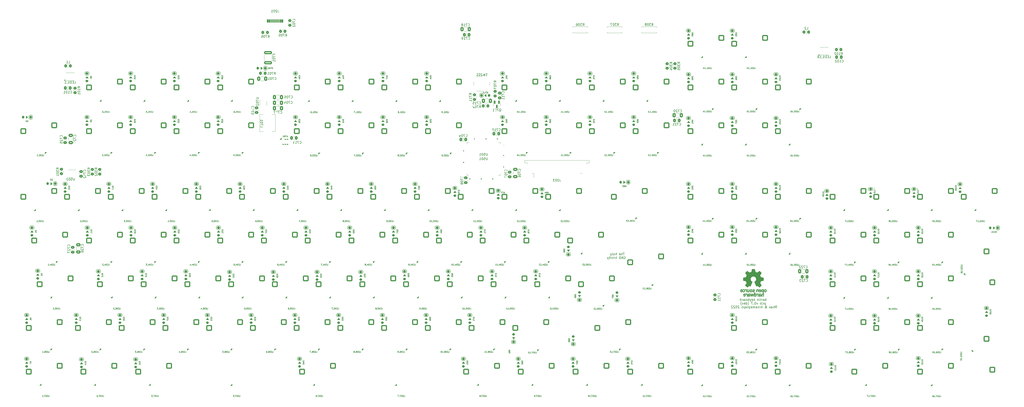
<source format=gbo>
G04 #@! TF.GenerationSoftware,KiCad,Pcbnew,(6.0.0-rc1-458-g78ff9a857a)*
G04 #@! TF.CreationDate,2022-12-03T17:01:27+01:00*
G04 #@! TF.ProjectId,berlin,6265726c-696e-42e6-9b69-6361645f7063,rev?*
G04 #@! TF.SameCoordinates,Original*
G04 #@! TF.FileFunction,Legend,Bot*
G04 #@! TF.FilePolarity,Positive*
%FSLAX46Y46*%
G04 Gerber Fmt 4.6, Leading zero omitted, Abs format (unit mm)*
G04 Created by KiCad (PCBNEW (6.0.0-rc1-458-g78ff9a857a)) date 2022-12-03 17:01:27*
%MOMM*%
%LPD*%
G01*
G04 APERTURE LIST*
G04 Aperture macros list*
%AMRoundRect*
0 Rectangle with rounded corners*
0 $1 Rounding radius*
0 $2 $3 $4 $5 $6 $7 $8 $9 X,Y pos of 4 corners*
0 Add a 4 corners polygon primitive as box body*
4,1,4,$2,$3,$4,$5,$6,$7,$8,$9,$2,$3,0*
0 Add four circle primitives for the rounded corners*
1,1,$1+$1,$2,$3*
1,1,$1+$1,$4,$5*
1,1,$1+$1,$6,$7*
1,1,$1+$1,$8,$9*
0 Add four rect primitives between the rounded corners*
20,1,$1+$1,$2,$3,$4,$5,0*
20,1,$1+$1,$4,$5,$6,$7,0*
20,1,$1+$1,$6,$7,$8,$9,0*
20,1,$1+$1,$8,$9,$2,$3,0*%
%AMFreePoly0*
4,1,30,0.664142,0.394142,0.670000,0.380000,0.664142,0.365858,0.650000,0.360000,0.639861,0.360000,0.636174,0.352626,0.643308,0.342871,0.640962,0.327744,0.637044,0.324879,0.548044,0.163025,0.471752,-0.010109,0.410918,-0.189260,0.367074,-0.368691,0.368024,-0.373451,0.364365,-0.378933,0.365871,-0.382599,0.359972,-0.396724,0.345813,-0.402541,-0.525058,-0.400000,-0.532122,-0.397050,
-0.539142,-0.394142,-0.539154,-0.394113,-0.539183,-0.394101,-0.542091,-0.387023,-0.545000,-0.380000,-0.545000,0.380000,-0.539142,0.394142,-0.525000,0.400000,0.650000,0.400000,0.664142,0.394142,0.664142,0.394142,$1*%
%AMFreePoly1*
4,1,31,0.359972,0.396724,0.365871,0.382599,0.360054,0.368440,0.348994,0.363821,0.350274,0.359338,0.350354,0.359393,0.365405,0.356608,0.374080,0.343995,0.373172,0.339090,0.419762,0.159498,0.483525,-0.019642,0.562810,-0.192474,0.654715,-0.353649,0.658787,-0.356530,0.660097,-0.364182,0.664142,-0.365858,0.670000,-0.380000,0.664142,-0.394142,0.650000,-0.400000,-0.525000,-0.400000,
-0.539142,-0.394142,-0.545000,-0.380000,-0.545000,0.380000,-0.542091,0.387023,-0.539183,0.394101,-0.539154,0.394113,-0.539142,0.394142,-0.532122,0.397050,-0.525058,0.400000,0.345813,0.402541,0.359972,0.396724,0.359972,0.396724,$1*%
%AMFreePoly2*
4,1,34,0.575001,0.424979,0.592678,0.417657,0.600000,0.399978,0.592678,0.382301,0.574999,0.374979,0.559851,0.374979,0.558503,0.372284,0.559452,0.372161,0.571134,0.357007,0.568678,0.338031,0.564708,0.334970,0.476371,0.164622,0.401213,-0.016966,0.341921,-0.204335,0.299948,-0.391580,0.301018,-0.396477,0.299513,-0.398824,0.300000,-0.400000,0.292678,-0.417678,0.275000,-0.425000,
-0.200000,-0.425000,-0.319736,-0.407785,-0.429772,-0.357533,-0.521194,-0.278316,-0.586594,-0.176551,-0.620674,-0.060484,-0.620674,0.060484,-0.586594,0.176551,-0.521194,0.278316,-0.429772,0.357533,-0.319736,0.407785,-0.200000,0.425000,-0.199999,0.425000,0.575001,0.424979,0.575001,0.424979,$1*%
G04 Aperture macros list end*
%ADD10C,0.150000*%
%ADD11C,0.127000*%
%ADD12C,0.100000*%
%ADD13C,0.120000*%
%ADD14C,0.010000*%
%ADD15C,4.250000*%
%ADD16FreePoly0,180.000000*%
%ADD17FreePoly1,180.000000*%
%ADD18FreePoly2,0.000000*%
%ADD19FreePoly1,0.000000*%
%ADD20FreePoly0,0.000000*%
%ADD21FreePoly2,180.000000*%
%ADD22C,0.889000*%
%ADD23C,1.800000*%
%ADD24R,2.000000X2.000000*%
%ADD25C,2.000000*%
%ADD26R,4.000000X3.000000*%
%ADD27R,3.000000X4.000000*%
%ADD28FreePoly0,90.000000*%
%ADD29FreePoly1,90.000000*%
%ADD30FreePoly2,270.000000*%
%ADD31FreePoly1,270.000000*%
%ADD32C,1.596000*%
%ADD33R,1.750000X1.750000*%
%ADD34C,1.750000*%
%ADD35C,2.700000*%
%ADD36FreePoly0,270.000000*%
%ADD37FreePoly2,90.000000*%
%ADD38C,0.800000*%
%ADD39C,7.000000*%
%ADD40R,1.524000X1.524000*%
%ADD41O,1.524000X1.524000*%
%ADD42RoundRect,0.250000X-0.350000X0.250000X-0.350000X-0.250000X0.350000X-0.250000X0.350000X0.250000X0*%
%ADD43C,3.600000*%
%ADD44C,1.701800*%
%ADD45C,3.987800*%
%ADD46RoundRect,0.254000X1.016000X1.016000X-1.016000X1.016000X-1.016000X-1.016000X1.016000X-1.016000X0*%
%ADD47RoundRect,0.250000X0.450000X-0.350000X0.450000X0.350000X-0.450000X0.350000X-0.450000X-0.350000X0*%
%ADD48RoundRect,0.250000X-0.450000X0.350000X-0.450000X-0.350000X0.450000X-0.350000X0.450000X0.350000X0*%
%ADD49RoundRect,0.250000X1.450000X-0.400000X1.450000X0.400000X-1.450000X0.400000X-1.450000X-0.400000X0*%
%ADD50RoundRect,0.250000X0.475000X-0.337500X0.475000X0.337500X-0.475000X0.337500X-0.475000X-0.337500X0*%
%ADD51RoundRect,0.250000X-0.475000X0.337500X-0.475000X-0.337500X0.475000X-0.337500X0.475000X0.337500X0*%
%ADD52R,1.487399X0.431000*%
%ADD53C,3.048000*%
%ADD54RoundRect,0.254000X1.016000X-1.016000X1.016000X1.016000X-1.016000X1.016000X-1.016000X-1.016000X0*%
%ADD55RoundRect,0.250000X-0.412500X-0.650000X0.412500X-0.650000X0.412500X0.650000X-0.412500X0.650000X0*%
%ADD56RoundRect,0.250000X0.650000X-0.412500X0.650000X0.412500X-0.650000X0.412500X-0.650000X-0.412500X0*%
%ADD57R,1.560000X0.650000*%
%ADD58C,0.650000*%
%ADD59RoundRect,0.150000X-0.150000X-0.575000X0.150000X-0.575000X0.150000X0.575000X-0.150000X0.575000X0*%
%ADD60RoundRect,0.075000X-0.075000X-0.650000X0.075000X-0.650000X0.075000X0.650000X-0.075000X0.650000X0*%
%ADD61O,1.100000X2.200000*%
%ADD62O,1.300000X1.900000*%
%ADD63RoundRect,0.250000X0.325000X0.450000X-0.325000X0.450000X-0.325000X-0.450000X0.325000X-0.450000X0*%
%ADD64RoundRect,0.250000X-0.350000X-0.450000X0.350000X-0.450000X0.350000X0.450000X-0.350000X0.450000X0*%
%ADD65RoundRect,0.250000X0.250000X0.350000X-0.250000X0.350000X-0.250000X-0.350000X0.250000X-0.350000X0*%
%ADD66R,0.650000X1.060000*%
%ADD67RoundRect,0.325000X0.000000X0.205000X0.000000X-0.205000X0.000000X-0.205000X0.000000X0.205000X0*%
%ADD68R,1.193800X0.304800*%
%ADD69R,0.304800X1.193800*%
%ADD70RoundRect,0.250000X0.350000X-0.250000X0.350000X0.250000X-0.350000X0.250000X-0.350000X-0.250000X0*%
%ADD71R,3.500000X2.350000*%
%ADD72R,0.650000X2.000000*%
%ADD73RoundRect,0.250000X-0.337500X-0.475000X0.337500X-0.475000X0.337500X0.475000X-0.337500X0.475000X0*%
%ADD74RoundRect,0.150000X-0.150000X0.587500X-0.150000X-0.587500X0.150000X-0.587500X0.150000X0.587500X0*%
%ADD75RoundRect,0.250000X0.350000X0.450000X-0.350000X0.450000X-0.350000X-0.450000X0.350000X-0.450000X0*%
%ADD76RoundRect,0.250000X0.337500X0.475000X-0.337500X0.475000X-0.337500X-0.475000X0.337500X-0.475000X0*%
%ADD77C,1.600000*%
%ADD78O,1.600000X1.600000*%
%ADD79R,0.610000X2.000000*%
%ADD80R,2.680000X3.600000*%
%ADD81RoundRect,0.250000X0.412500X0.650000X-0.412500X0.650000X-0.412500X-0.650000X0.412500X-0.650000X0*%
%ADD82RoundRect,0.250000X-0.450000X0.325000X-0.450000X-0.325000X0.450000X-0.325000X0.450000X0.325000X0*%
%ADD83RoundRect,0.250000X-0.250000X-0.350000X0.250000X-0.350000X0.250000X0.350000X-0.250000X0.350000X0*%
%ADD84C,1.000000*%
%ADD85C,1.200000*%
G04 APERTURE END LIST*
D10*
X357369047Y-179292380D02*
X357369047Y-178292380D01*
X357369047Y-178673333D02*
X357273809Y-178625714D01*
X357083333Y-178625714D01*
X356988095Y-178673333D01*
X356940476Y-178720952D01*
X356892857Y-178816190D01*
X356892857Y-179101904D01*
X356940476Y-179197142D01*
X356988095Y-179244761D01*
X357083333Y-179292380D01*
X357273809Y-179292380D01*
X357369047Y-179244761D01*
X356083333Y-179244761D02*
X356178571Y-179292380D01*
X356369047Y-179292380D01*
X356464285Y-179244761D01*
X356511904Y-179149523D01*
X356511904Y-178768571D01*
X356464285Y-178673333D01*
X356369047Y-178625714D01*
X356178571Y-178625714D01*
X356083333Y-178673333D01*
X356035714Y-178768571D01*
X356035714Y-178863809D01*
X356511904Y-178959047D01*
X355607142Y-179292380D02*
X355607142Y-178625714D01*
X355607142Y-178816190D02*
X355559523Y-178720952D01*
X355511904Y-178673333D01*
X355416666Y-178625714D01*
X355321428Y-178625714D01*
X354845238Y-179292380D02*
X354940476Y-179244761D01*
X354988095Y-179149523D01*
X354988095Y-178292380D01*
X354464285Y-179292380D02*
X354464285Y-178625714D01*
X354464285Y-178292380D02*
X354511904Y-178340000D01*
X354464285Y-178387619D01*
X354416666Y-178340000D01*
X354464285Y-178292380D01*
X354464285Y-178387619D01*
X353988095Y-178625714D02*
X353988095Y-179292380D01*
X353988095Y-178720952D02*
X353940476Y-178673333D01*
X353845238Y-178625714D01*
X353702380Y-178625714D01*
X353607142Y-178673333D01*
X353559523Y-178768571D01*
X353559523Y-179292380D01*
X352321428Y-179292380D02*
X352321428Y-178292380D01*
X352226190Y-178911428D02*
X351940476Y-179292380D01*
X351940476Y-178625714D02*
X352321428Y-179006666D01*
X351130952Y-179244761D02*
X351226190Y-179292380D01*
X351416666Y-179292380D01*
X351511904Y-179244761D01*
X351559523Y-179149523D01*
X351559523Y-178768571D01*
X351511904Y-178673333D01*
X351416666Y-178625714D01*
X351226190Y-178625714D01*
X351130952Y-178673333D01*
X351083333Y-178768571D01*
X351083333Y-178863809D01*
X351559523Y-178959047D01*
X350750000Y-178625714D02*
X350511904Y-179292380D01*
X350273809Y-178625714D02*
X350511904Y-179292380D01*
X350607142Y-179530476D01*
X350654761Y-179578095D01*
X350750000Y-179625714D01*
X349892857Y-179292380D02*
X349892857Y-178292380D01*
X349892857Y-178673333D02*
X349797619Y-178625714D01*
X349607142Y-178625714D01*
X349511904Y-178673333D01*
X349464285Y-178720952D01*
X349416666Y-178816190D01*
X349416666Y-179101904D01*
X349464285Y-179197142D01*
X349511904Y-179244761D01*
X349607142Y-179292380D01*
X349797619Y-179292380D01*
X349892857Y-179244761D01*
X348845238Y-179292380D02*
X348940476Y-179244761D01*
X348988095Y-179197142D01*
X349035714Y-179101904D01*
X349035714Y-178816190D01*
X348988095Y-178720952D01*
X348940476Y-178673333D01*
X348845238Y-178625714D01*
X348702380Y-178625714D01*
X348607142Y-178673333D01*
X348559523Y-178720952D01*
X348511904Y-178816190D01*
X348511904Y-179101904D01*
X348559523Y-179197142D01*
X348607142Y-179244761D01*
X348702380Y-179292380D01*
X348845238Y-179292380D01*
X347654761Y-179292380D02*
X347654761Y-178768571D01*
X347702380Y-178673333D01*
X347797619Y-178625714D01*
X347988095Y-178625714D01*
X348083333Y-178673333D01*
X347654761Y-179244761D02*
X347750000Y-179292380D01*
X347988095Y-179292380D01*
X348083333Y-179244761D01*
X348130952Y-179149523D01*
X348130952Y-179054285D01*
X348083333Y-178959047D01*
X347988095Y-178911428D01*
X347750000Y-178911428D01*
X347654761Y-178863809D01*
X347178571Y-179292380D02*
X347178571Y-178625714D01*
X347178571Y-178816190D02*
X347130952Y-178720952D01*
X347083333Y-178673333D01*
X346988095Y-178625714D01*
X346892857Y-178625714D01*
X346130952Y-179292380D02*
X346130952Y-178292380D01*
X346130952Y-179244761D02*
X346226190Y-179292380D01*
X346416666Y-179292380D01*
X346511904Y-179244761D01*
X346559523Y-179197142D01*
X346607142Y-179101904D01*
X346607142Y-178816190D01*
X346559523Y-178720952D01*
X346511904Y-178673333D01*
X346416666Y-178625714D01*
X346226190Y-178625714D01*
X346130952Y-178673333D01*
X357107142Y-180235714D02*
X357107142Y-181235714D01*
X357107142Y-180283333D02*
X357011904Y-180235714D01*
X356821428Y-180235714D01*
X356726190Y-180283333D01*
X356678571Y-180330952D01*
X356630952Y-180426190D01*
X356630952Y-180711904D01*
X356678571Y-180807142D01*
X356726190Y-180854761D01*
X356821428Y-180902380D01*
X357011904Y-180902380D01*
X357107142Y-180854761D01*
X355773809Y-180854761D02*
X355869047Y-180902380D01*
X356059523Y-180902380D01*
X356154761Y-180854761D01*
X356202380Y-180807142D01*
X356250000Y-180711904D01*
X356250000Y-180426190D01*
X356202380Y-180330952D01*
X356154761Y-180283333D01*
X356059523Y-180235714D01*
X355869047Y-180235714D01*
X355773809Y-180283333D01*
X355345238Y-180902380D02*
X355345238Y-179902380D01*
X355345238Y-180283333D02*
X355250000Y-180235714D01*
X355059523Y-180235714D01*
X354964285Y-180283333D01*
X354916666Y-180330952D01*
X354869047Y-180426190D01*
X354869047Y-180711904D01*
X354916666Y-180807142D01*
X354964285Y-180854761D01*
X355059523Y-180902380D01*
X355250000Y-180902380D01*
X355345238Y-180854761D01*
X353773809Y-180235714D02*
X353535714Y-180902380D01*
X353297619Y-180235714D01*
X352726190Y-179902380D02*
X352630952Y-179902380D01*
X352535714Y-179950000D01*
X352488095Y-179997619D01*
X352440476Y-180092857D01*
X352392857Y-180283333D01*
X352392857Y-180521428D01*
X352440476Y-180711904D01*
X352488095Y-180807142D01*
X352535714Y-180854761D01*
X352630952Y-180902380D01*
X352726190Y-180902380D01*
X352821428Y-180854761D01*
X352869047Y-180807142D01*
X352916666Y-180711904D01*
X352964285Y-180521428D01*
X352964285Y-180283333D01*
X352916666Y-180092857D01*
X352869047Y-179997619D01*
X352821428Y-179950000D01*
X352726190Y-179902380D01*
X351964285Y-180807142D02*
X351916666Y-180854761D01*
X351964285Y-180902380D01*
X352011904Y-180854761D01*
X351964285Y-180807142D01*
X351964285Y-180902380D01*
X351583333Y-179902380D02*
X350916666Y-179902380D01*
X351345238Y-180902380D01*
X349488095Y-181283333D02*
X349535714Y-181235714D01*
X349630952Y-181092857D01*
X349678571Y-180997619D01*
X349726190Y-180854761D01*
X349773809Y-180616666D01*
X349773809Y-180426190D01*
X349726190Y-180188095D01*
X349678571Y-180045238D01*
X349630952Y-179950000D01*
X349535714Y-179807142D01*
X349488095Y-179759523D01*
X348678571Y-180902380D02*
X348678571Y-179902380D01*
X348678571Y-180854761D02*
X348773809Y-180902380D01*
X348964285Y-180902380D01*
X349059523Y-180854761D01*
X349107142Y-180807142D01*
X349154761Y-180711904D01*
X349154761Y-180426190D01*
X349107142Y-180330952D01*
X349059523Y-180283333D01*
X348964285Y-180235714D01*
X348773809Y-180235714D01*
X348678571Y-180283333D01*
X347821428Y-180854761D02*
X347916666Y-180902380D01*
X348107142Y-180902380D01*
X348202380Y-180854761D01*
X348250000Y-180759523D01*
X348250000Y-180378571D01*
X348202380Y-180283333D01*
X348107142Y-180235714D01*
X347916666Y-180235714D01*
X347821428Y-180283333D01*
X347773809Y-180378571D01*
X347773809Y-180473809D01*
X348250000Y-180569047D01*
X347440476Y-180235714D02*
X347202380Y-180902380D01*
X346964285Y-180235714D01*
X346678571Y-181283333D02*
X346630952Y-181235714D01*
X346535714Y-181092857D01*
X346488095Y-180997619D01*
X346440476Y-180854761D01*
X346392857Y-180616666D01*
X346392857Y-180426190D01*
X346440476Y-180188095D01*
X346488095Y-180045238D01*
X346535714Y-179950000D01*
X346630952Y-179807142D01*
X346678571Y-179759523D01*
X361940476Y-182512380D02*
X361750000Y-182512380D01*
X361654761Y-182464761D01*
X361607142Y-182417142D01*
X361511904Y-182274285D01*
X361464285Y-182083809D01*
X361464285Y-181702857D01*
X361511904Y-181607619D01*
X361559523Y-181560000D01*
X361654761Y-181512380D01*
X361845238Y-181512380D01*
X361940476Y-181560000D01*
X361988095Y-181607619D01*
X362035714Y-181702857D01*
X362035714Y-181940952D01*
X361988095Y-182036190D01*
X361940476Y-182083809D01*
X361845238Y-182131428D01*
X361654761Y-182131428D01*
X361559523Y-182083809D01*
X361511904Y-182036190D01*
X361464285Y-181940952D01*
X361035714Y-182512380D02*
X361035714Y-181512380D01*
X360607142Y-182512380D02*
X360607142Y-181988571D01*
X360654761Y-181893333D01*
X360750000Y-181845714D01*
X360892857Y-181845714D01*
X360988095Y-181893333D01*
X361035714Y-181940952D01*
X359702380Y-182512380D02*
X359702380Y-181988571D01*
X359750000Y-181893333D01*
X359845238Y-181845714D01*
X360035714Y-181845714D01*
X360130952Y-181893333D01*
X359702380Y-182464761D02*
X359797619Y-182512380D01*
X360035714Y-182512380D01*
X360130952Y-182464761D01*
X360178571Y-182369523D01*
X360178571Y-182274285D01*
X360130952Y-182179047D01*
X360035714Y-182131428D01*
X359797619Y-182131428D01*
X359702380Y-182083809D01*
X359321428Y-182512380D02*
X358797619Y-181845714D01*
X359321428Y-181845714D02*
X358797619Y-182512380D01*
X356845238Y-182512380D02*
X356892857Y-182512380D01*
X356988095Y-182464761D01*
X357130952Y-182321904D01*
X357369047Y-182036190D01*
X357464285Y-181893333D01*
X357511904Y-181750476D01*
X357511904Y-181655238D01*
X357464285Y-181560000D01*
X357369047Y-181512380D01*
X357321428Y-181512380D01*
X357226190Y-181560000D01*
X357178571Y-181655238D01*
X357178571Y-181702857D01*
X357226190Y-181798095D01*
X357273809Y-181845714D01*
X357559523Y-182036190D01*
X357607142Y-182083809D01*
X357654761Y-182179047D01*
X357654761Y-182321904D01*
X357607142Y-182417142D01*
X357559523Y-182464761D01*
X357464285Y-182512380D01*
X357321428Y-182512380D01*
X357226190Y-182464761D01*
X357178571Y-182417142D01*
X357035714Y-182226666D01*
X356988095Y-182083809D01*
X356988095Y-181988571D01*
X355654761Y-182512380D02*
X355654761Y-181512380D01*
X355226190Y-182512380D02*
X355226190Y-181988571D01*
X355273809Y-181893333D01*
X355369047Y-181845714D01*
X355511904Y-181845714D01*
X355607142Y-181893333D01*
X355654761Y-181940952D01*
X354750000Y-182512380D02*
X354750000Y-181845714D01*
X354750000Y-181512380D02*
X354797619Y-181560000D01*
X354750000Y-181607619D01*
X354702380Y-181560000D01*
X354750000Y-181512380D01*
X354750000Y-181607619D01*
X354273809Y-181845714D02*
X354273809Y-182512380D01*
X354273809Y-181940952D02*
X354226190Y-181893333D01*
X354130952Y-181845714D01*
X353988095Y-181845714D01*
X353892857Y-181893333D01*
X353845238Y-181988571D01*
X353845238Y-182512380D01*
X352940476Y-182512380D02*
X352940476Y-181988571D01*
X352988095Y-181893333D01*
X353083333Y-181845714D01*
X353273809Y-181845714D01*
X353369047Y-181893333D01*
X352940476Y-182464761D02*
X353035714Y-182512380D01*
X353273809Y-182512380D01*
X353369047Y-182464761D01*
X353416666Y-182369523D01*
X353416666Y-182274285D01*
X353369047Y-182179047D01*
X353273809Y-182131428D01*
X353035714Y-182131428D01*
X352940476Y-182083809D01*
X352464285Y-182512380D02*
X352464285Y-181845714D01*
X352464285Y-181940952D02*
X352416666Y-181893333D01*
X352321428Y-181845714D01*
X352178571Y-181845714D01*
X352083333Y-181893333D01*
X352035714Y-181988571D01*
X352035714Y-182512380D01*
X352035714Y-181988571D02*
X351988095Y-181893333D01*
X351892857Y-181845714D01*
X351750000Y-181845714D01*
X351654761Y-181893333D01*
X351607142Y-181988571D01*
X351607142Y-182512380D01*
X350750000Y-182464761D02*
X350845238Y-182512380D01*
X351035714Y-182512380D01*
X351130952Y-182464761D01*
X351178571Y-182369523D01*
X351178571Y-181988571D01*
X351130952Y-181893333D01*
X351035714Y-181845714D01*
X350845238Y-181845714D01*
X350750000Y-181893333D01*
X350702380Y-181988571D01*
X350702380Y-182083809D01*
X351178571Y-182179047D01*
X350273809Y-181845714D02*
X350273809Y-182845714D01*
X350273809Y-181893333D02*
X350178571Y-181845714D01*
X349988095Y-181845714D01*
X349892857Y-181893333D01*
X349845238Y-181940952D01*
X349797619Y-182036190D01*
X349797619Y-182321904D01*
X349845238Y-182417142D01*
X349892857Y-182464761D01*
X349988095Y-182512380D01*
X350178571Y-182512380D01*
X350273809Y-182464761D01*
X349226190Y-182512380D02*
X349321428Y-182464761D01*
X349369047Y-182369523D01*
X349369047Y-181512380D01*
X348416666Y-182512380D02*
X348416666Y-181988571D01*
X348464285Y-181893333D01*
X348559523Y-181845714D01*
X348750000Y-181845714D01*
X348845238Y-181893333D01*
X348416666Y-182464761D02*
X348511904Y-182512380D01*
X348750000Y-182512380D01*
X348845238Y-182464761D01*
X348892857Y-182369523D01*
X348892857Y-182274285D01*
X348845238Y-182179047D01*
X348750000Y-182131428D01*
X348511904Y-182131428D01*
X348416666Y-182083809D01*
X348035714Y-181845714D02*
X347797619Y-182512380D01*
X347559523Y-181845714D02*
X347797619Y-182512380D01*
X347892857Y-182750476D01*
X347940476Y-182798095D01*
X348035714Y-182845714D01*
X347226190Y-182464761D02*
X347130952Y-182512380D01*
X346940476Y-182512380D01*
X346845238Y-182464761D01*
X346797619Y-182369523D01*
X346797619Y-182321904D01*
X346845238Y-182226666D01*
X346940476Y-182179047D01*
X347083333Y-182179047D01*
X347178571Y-182131428D01*
X347226190Y-182036190D01*
X347226190Y-181988571D01*
X347178571Y-181893333D01*
X347083333Y-181845714D01*
X346940476Y-181845714D01*
X346845238Y-181893333D01*
X345654761Y-181607619D02*
X345607142Y-181560000D01*
X345511904Y-181512380D01*
X345273809Y-181512380D01*
X345178571Y-181560000D01*
X345130952Y-181607619D01*
X345083333Y-181702857D01*
X345083333Y-181798095D01*
X345130952Y-181940952D01*
X345702380Y-182512380D01*
X345083333Y-182512380D01*
X344464285Y-181512380D02*
X344369047Y-181512380D01*
X344273809Y-181560000D01*
X344226190Y-181607619D01*
X344178571Y-181702857D01*
X344130952Y-181893333D01*
X344130952Y-182131428D01*
X344178571Y-182321904D01*
X344226190Y-182417142D01*
X344273809Y-182464761D01*
X344369047Y-182512380D01*
X344464285Y-182512380D01*
X344559523Y-182464761D01*
X344607142Y-182417142D01*
X344654761Y-182321904D01*
X344702380Y-182131428D01*
X344702380Y-181893333D01*
X344654761Y-181702857D01*
X344607142Y-181607619D01*
X344559523Y-181560000D01*
X344464285Y-181512380D01*
X343750000Y-181607619D02*
X343702380Y-181560000D01*
X343607142Y-181512380D01*
X343369047Y-181512380D01*
X343273809Y-181560000D01*
X343226190Y-181607619D01*
X343178571Y-181702857D01*
X343178571Y-181798095D01*
X343226190Y-181940952D01*
X343797619Y-182512380D01*
X343178571Y-182512380D01*
X342797619Y-181607619D02*
X342750000Y-181560000D01*
X342654761Y-181512380D01*
X342416666Y-181512380D01*
X342321428Y-181560000D01*
X342273809Y-181607619D01*
X342226190Y-181702857D01*
X342226190Y-181798095D01*
X342273809Y-181940952D01*
X342845238Y-182512380D01*
X342226190Y-182512380D01*
X295666190Y-158427380D02*
X295094761Y-158427380D01*
X295380476Y-159427380D02*
X295380476Y-158427380D01*
X294761428Y-159427380D02*
X294761428Y-158427380D01*
X294332857Y-159427380D02*
X294332857Y-158903571D01*
X294380476Y-158808333D01*
X294475714Y-158760714D01*
X294618571Y-158760714D01*
X294713809Y-158808333D01*
X294761428Y-158855952D01*
X293475714Y-159379761D02*
X293570952Y-159427380D01*
X293761428Y-159427380D01*
X293856666Y-159379761D01*
X293904285Y-159284523D01*
X293904285Y-158903571D01*
X293856666Y-158808333D01*
X293761428Y-158760714D01*
X293570952Y-158760714D01*
X293475714Y-158808333D01*
X293428095Y-158903571D01*
X293428095Y-158998809D01*
X293904285Y-159094047D01*
X292237619Y-159427380D02*
X292237619Y-158427380D01*
X291809047Y-159427380D02*
X291809047Y-158903571D01*
X291856666Y-158808333D01*
X291951904Y-158760714D01*
X292094761Y-158760714D01*
X292190000Y-158808333D01*
X292237619Y-158855952D01*
X291190000Y-159427380D02*
X291285238Y-159379761D01*
X291332857Y-159332142D01*
X291380476Y-159236904D01*
X291380476Y-158951190D01*
X291332857Y-158855952D01*
X291285238Y-158808333D01*
X291190000Y-158760714D01*
X291047142Y-158760714D01*
X290951904Y-158808333D01*
X290904285Y-158855952D01*
X290856666Y-158951190D01*
X290856666Y-159236904D01*
X290904285Y-159332142D01*
X290951904Y-159379761D01*
X291047142Y-159427380D01*
X291190000Y-159427380D01*
X290285238Y-159427380D02*
X290380476Y-159379761D01*
X290428095Y-159284523D01*
X290428095Y-158427380D01*
X289999523Y-158760714D02*
X289761428Y-159427380D01*
X289523333Y-158760714D02*
X289761428Y-159427380D01*
X289856666Y-159665476D01*
X289904285Y-159713095D01*
X289999523Y-159760714D01*
X295523333Y-160085000D02*
X295618571Y-160037380D01*
X295761428Y-160037380D01*
X295904285Y-160085000D01*
X295999523Y-160180238D01*
X296047142Y-160275476D01*
X296094761Y-160465952D01*
X296094761Y-160608809D01*
X296047142Y-160799285D01*
X295999523Y-160894523D01*
X295904285Y-160989761D01*
X295761428Y-161037380D01*
X295666190Y-161037380D01*
X295523333Y-160989761D01*
X295475714Y-160942142D01*
X295475714Y-160608809D01*
X295666190Y-160608809D01*
X295047142Y-161037380D02*
X295047142Y-160037380D01*
X294475714Y-161037380D01*
X294475714Y-160037380D01*
X293999523Y-161037380D02*
X293999523Y-160037380D01*
X293761428Y-160037380D01*
X293618571Y-160085000D01*
X293523333Y-160180238D01*
X293475714Y-160275476D01*
X293428095Y-160465952D01*
X293428095Y-160608809D01*
X293475714Y-160799285D01*
X293523333Y-160894523D01*
X293618571Y-160989761D01*
X293761428Y-161037380D01*
X293999523Y-161037380D01*
X292380476Y-160370714D02*
X291999523Y-160370714D01*
X292237619Y-160037380D02*
X292237619Y-160894523D01*
X292190000Y-160989761D01*
X292094761Y-161037380D01*
X291999523Y-161037380D01*
X291666190Y-161037380D02*
X291666190Y-160370714D01*
X291666190Y-160561190D02*
X291618571Y-160465952D01*
X291570952Y-160418333D01*
X291475714Y-160370714D01*
X291380476Y-160370714D01*
X291047142Y-161037380D02*
X291047142Y-160370714D01*
X291047142Y-160037380D02*
X291094761Y-160085000D01*
X291047142Y-160132619D01*
X290999523Y-160085000D01*
X291047142Y-160037380D01*
X291047142Y-160132619D01*
X290570952Y-160370714D02*
X290570952Y-161037380D01*
X290570952Y-160465952D02*
X290523333Y-160418333D01*
X290428095Y-160370714D01*
X290285238Y-160370714D01*
X290190000Y-160418333D01*
X290142380Y-160513571D01*
X290142380Y-161037380D01*
X289666190Y-161037380D02*
X289666190Y-160370714D01*
X289666190Y-160037380D02*
X289713809Y-160085000D01*
X289666190Y-160132619D01*
X289618571Y-160085000D01*
X289666190Y-160037380D01*
X289666190Y-160132619D01*
X289332857Y-160370714D02*
X288951904Y-160370714D01*
X289190000Y-160037380D02*
X289190000Y-160894523D01*
X289142380Y-160989761D01*
X289047142Y-161037380D01*
X288951904Y-161037380D01*
X288713809Y-160370714D02*
X288475714Y-161037380D01*
X288237619Y-160370714D02*
X288475714Y-161037380D01*
X288570952Y-161275476D01*
X288618571Y-161323095D01*
X288713809Y-161370714D01*
D11*
X233204047Y-144925761D02*
X233506428Y-144925761D01*
X233506428Y-144290761D01*
X232992380Y-144593142D02*
X232780714Y-144593142D01*
X232690000Y-144925761D02*
X232992380Y-144925761D01*
X232992380Y-144290761D01*
X232690000Y-144290761D01*
X232417857Y-144925761D02*
X232417857Y-144290761D01*
X232266666Y-144290761D01*
X232175952Y-144321000D01*
X232115476Y-144381476D01*
X232085238Y-144441952D01*
X232055000Y-144562904D01*
X232055000Y-144653619D01*
X232085238Y-144774571D01*
X232115476Y-144835047D01*
X232175952Y-144895523D01*
X232266666Y-144925761D01*
X232417857Y-144925761D01*
X231843333Y-144290761D02*
X231450238Y-144290761D01*
X231661904Y-144532666D01*
X231571190Y-144532666D01*
X231510714Y-144562904D01*
X231480476Y-144593142D01*
X231450238Y-144653619D01*
X231450238Y-144804809D01*
X231480476Y-144865285D01*
X231510714Y-144895523D01*
X231571190Y-144925761D01*
X231752619Y-144925761D01*
X231813095Y-144895523D01*
X231843333Y-144865285D01*
X231147857Y-144895523D02*
X231147857Y-144925761D01*
X231178095Y-144986238D01*
X231208333Y-145016476D01*
X230543095Y-144925761D02*
X230905952Y-144925761D01*
X230724523Y-144925761D02*
X230724523Y-144290761D01*
X230785000Y-144381476D01*
X230845476Y-144441952D01*
X230905952Y-144472190D01*
X229938333Y-144925761D02*
X230301190Y-144925761D01*
X230119761Y-144925761D02*
X230119761Y-144290761D01*
X230180238Y-144381476D01*
X230240714Y-144441952D01*
X230301190Y-144472190D01*
X61451666Y-144940261D02*
X61754047Y-144940261D01*
X61754047Y-144305261D01*
X61240000Y-144607642D02*
X61028333Y-144607642D01*
X60937619Y-144940261D02*
X61240000Y-144940261D01*
X61240000Y-144305261D01*
X60937619Y-144305261D01*
X60665476Y-144940261D02*
X60665476Y-144305261D01*
X60514285Y-144305261D01*
X60423571Y-144335500D01*
X60363095Y-144395976D01*
X60332857Y-144456452D01*
X60302619Y-144577404D01*
X60302619Y-144668119D01*
X60332857Y-144789071D01*
X60363095Y-144849547D01*
X60423571Y-144910023D01*
X60514285Y-144940261D01*
X60665476Y-144940261D01*
X60090952Y-144305261D02*
X59697857Y-144305261D01*
X59909523Y-144547166D01*
X59818809Y-144547166D01*
X59758333Y-144577404D01*
X59728095Y-144607642D01*
X59697857Y-144668119D01*
X59697857Y-144819309D01*
X59728095Y-144879785D01*
X59758333Y-144910023D01*
X59818809Y-144940261D01*
X60000238Y-144940261D01*
X60060714Y-144910023D01*
X60090952Y-144879785D01*
X59395476Y-144910023D02*
X59395476Y-144940261D01*
X59425714Y-145000738D01*
X59455952Y-145030976D01*
X59153571Y-144365738D02*
X59123333Y-144335500D01*
X59062857Y-144305261D01*
X58911666Y-144305261D01*
X58851190Y-144335500D01*
X58820952Y-144365738D01*
X58790714Y-144426214D01*
X58790714Y-144486690D01*
X58820952Y-144577404D01*
X59183809Y-144940261D01*
X58790714Y-144940261D01*
X127964166Y-221135261D02*
X128266547Y-221135261D01*
X128266547Y-220500261D01*
X127752500Y-220802642D02*
X127540833Y-220802642D01*
X127450119Y-221135261D02*
X127752500Y-221135261D01*
X127752500Y-220500261D01*
X127450119Y-220500261D01*
X127177976Y-221135261D02*
X127177976Y-220500261D01*
X127026785Y-220500261D01*
X126936071Y-220530500D01*
X126875595Y-220590976D01*
X126845357Y-220651452D01*
X126815119Y-220772404D01*
X126815119Y-220863119D01*
X126845357Y-220984071D01*
X126875595Y-221044547D01*
X126936071Y-221105023D01*
X127026785Y-221135261D01*
X127177976Y-221135261D01*
X126603452Y-220500261D02*
X126180119Y-220500261D01*
X126452261Y-221135261D01*
X125907976Y-221105023D02*
X125907976Y-221135261D01*
X125938214Y-221195738D01*
X125968452Y-221225976D01*
X125333452Y-220500261D02*
X125635833Y-220500261D01*
X125666071Y-220802642D01*
X125635833Y-220772404D01*
X125575357Y-220742166D01*
X125424166Y-220742166D01*
X125363690Y-220772404D01*
X125333452Y-220802642D01*
X125303214Y-220863119D01*
X125303214Y-221014309D01*
X125333452Y-221074785D01*
X125363690Y-221105023D01*
X125424166Y-221135261D01*
X125575357Y-221135261D01*
X125635833Y-221105023D01*
X125666071Y-221074785D01*
X252254047Y-116187261D02*
X252556428Y-116187261D01*
X252556428Y-115552261D01*
X252042380Y-115854642D02*
X251830714Y-115854642D01*
X251740000Y-116187261D02*
X252042380Y-116187261D01*
X252042380Y-115552261D01*
X251740000Y-115552261D01*
X251467857Y-116187261D02*
X251467857Y-115552261D01*
X251316666Y-115552261D01*
X251225952Y-115582500D01*
X251165476Y-115642976D01*
X251135238Y-115703452D01*
X251105000Y-115824404D01*
X251105000Y-115915119D01*
X251135238Y-116036071D01*
X251165476Y-116096547D01*
X251225952Y-116157023D01*
X251316666Y-116187261D01*
X251467857Y-116187261D01*
X250863095Y-115612738D02*
X250832857Y-115582500D01*
X250772380Y-115552261D01*
X250621190Y-115552261D01*
X250560714Y-115582500D01*
X250530476Y-115612738D01*
X250500238Y-115673214D01*
X250500238Y-115733690D01*
X250530476Y-115824404D01*
X250893333Y-116187261D01*
X250500238Y-116187261D01*
X250197857Y-116157023D02*
X250197857Y-116187261D01*
X250228095Y-116247738D01*
X250258333Y-116277976D01*
X249593095Y-116187261D02*
X249955952Y-116187261D01*
X249774523Y-116187261D02*
X249774523Y-115552261D01*
X249835000Y-115642976D01*
X249895476Y-115703452D01*
X249955952Y-115733690D01*
X249200000Y-115552261D02*
X249139523Y-115552261D01*
X249079047Y-115582500D01*
X249048809Y-115612738D01*
X249018571Y-115673214D01*
X248988333Y-115794166D01*
X248988333Y-115945357D01*
X249018571Y-116066309D01*
X249048809Y-116126785D01*
X249079047Y-116157023D01*
X249139523Y-116187261D01*
X249200000Y-116187261D01*
X249260476Y-116157023D01*
X249290714Y-116126785D01*
X249320952Y-116066309D01*
X249351190Y-115945357D01*
X249351190Y-115794166D01*
X249320952Y-115673214D01*
X249290714Y-115612738D01*
X249260476Y-115582500D01*
X249200000Y-115552261D01*
X137651666Y-144925761D02*
X137954047Y-144925761D01*
X137954047Y-144290761D01*
X137440000Y-144593142D02*
X137228333Y-144593142D01*
X137137619Y-144925761D02*
X137440000Y-144925761D01*
X137440000Y-144290761D01*
X137137619Y-144290761D01*
X136865476Y-144925761D02*
X136865476Y-144290761D01*
X136714285Y-144290761D01*
X136623571Y-144321000D01*
X136563095Y-144381476D01*
X136532857Y-144441952D01*
X136502619Y-144562904D01*
X136502619Y-144653619D01*
X136532857Y-144774571D01*
X136563095Y-144835047D01*
X136623571Y-144895523D01*
X136714285Y-144925761D01*
X136865476Y-144925761D01*
X136290952Y-144290761D02*
X135897857Y-144290761D01*
X136109523Y-144532666D01*
X136018809Y-144532666D01*
X135958333Y-144562904D01*
X135928095Y-144593142D01*
X135897857Y-144653619D01*
X135897857Y-144804809D01*
X135928095Y-144865285D01*
X135958333Y-144895523D01*
X136018809Y-144925761D01*
X136200238Y-144925761D01*
X136260714Y-144895523D01*
X136290952Y-144865285D01*
X135595476Y-144895523D02*
X135595476Y-144925761D01*
X135625714Y-144986238D01*
X135655952Y-145016476D01*
X135051190Y-144290761D02*
X135172142Y-144290761D01*
X135232619Y-144321000D01*
X135262857Y-144351238D01*
X135323333Y-144441952D01*
X135353571Y-144562904D01*
X135353571Y-144804809D01*
X135323333Y-144865285D01*
X135293095Y-144895523D01*
X135232619Y-144925761D01*
X135111666Y-144925761D01*
X135051190Y-144895523D01*
X135020952Y-144865285D01*
X134990714Y-144804809D01*
X134990714Y-144653619D01*
X135020952Y-144593142D01*
X135051190Y-144562904D01*
X135111666Y-144532666D01*
X135232619Y-144532666D01*
X135293095Y-144562904D01*
X135323333Y-144593142D01*
X135353571Y-144653619D01*
X199664166Y-116287261D02*
X199966547Y-116287261D01*
X199966547Y-115652261D01*
X199452500Y-115954642D02*
X199240833Y-115954642D01*
X199150119Y-116287261D02*
X199452500Y-116287261D01*
X199452500Y-115652261D01*
X199150119Y-115652261D01*
X198877976Y-116287261D02*
X198877976Y-115652261D01*
X198726785Y-115652261D01*
X198636071Y-115682500D01*
X198575595Y-115742976D01*
X198545357Y-115803452D01*
X198515119Y-115924404D01*
X198515119Y-116015119D01*
X198545357Y-116136071D01*
X198575595Y-116196547D01*
X198636071Y-116257023D01*
X198726785Y-116287261D01*
X198877976Y-116287261D01*
X198273214Y-115712738D02*
X198242976Y-115682500D01*
X198182500Y-115652261D01*
X198031309Y-115652261D01*
X197970833Y-115682500D01*
X197940595Y-115712738D01*
X197910357Y-115773214D01*
X197910357Y-115833690D01*
X197940595Y-115924404D01*
X198303452Y-116287261D01*
X197910357Y-116287261D01*
X197607976Y-116257023D02*
X197607976Y-116287261D01*
X197638214Y-116347738D01*
X197668452Y-116377976D01*
X197245119Y-115924404D02*
X197305595Y-115894166D01*
X197335833Y-115863928D01*
X197366071Y-115803452D01*
X197366071Y-115773214D01*
X197335833Y-115712738D01*
X197305595Y-115682500D01*
X197245119Y-115652261D01*
X197124166Y-115652261D01*
X197063690Y-115682500D01*
X197033452Y-115712738D01*
X197003214Y-115773214D01*
X197003214Y-115803452D01*
X197033452Y-115863928D01*
X197063690Y-115894166D01*
X197124166Y-115924404D01*
X197245119Y-115924404D01*
X197305595Y-115954642D01*
X197335833Y-115984880D01*
X197366071Y-116045357D01*
X197366071Y-116166309D01*
X197335833Y-116226785D01*
X197305595Y-116257023D01*
X197245119Y-116287261D01*
X197124166Y-116287261D01*
X197063690Y-116257023D01*
X197033452Y-116226785D01*
X197003214Y-116166309D01*
X197003214Y-116045357D01*
X197033452Y-115984880D01*
X197063690Y-115954642D01*
X197124166Y-115924404D01*
X68563666Y-221125761D02*
X68866047Y-221125761D01*
X68866047Y-220490761D01*
X68352000Y-220793142D02*
X68140333Y-220793142D01*
X68049619Y-221125761D02*
X68352000Y-221125761D01*
X68352000Y-220490761D01*
X68049619Y-220490761D01*
X67777476Y-221125761D02*
X67777476Y-220490761D01*
X67626285Y-220490761D01*
X67535571Y-220521000D01*
X67475095Y-220581476D01*
X67444857Y-220641952D01*
X67414619Y-220762904D01*
X67414619Y-220853619D01*
X67444857Y-220974571D01*
X67475095Y-221035047D01*
X67535571Y-221095523D01*
X67626285Y-221125761D01*
X67777476Y-221125761D01*
X67202952Y-220490761D02*
X66779619Y-220490761D01*
X67051761Y-221125761D01*
X66507476Y-221095523D02*
X66507476Y-221125761D01*
X66537714Y-221186238D01*
X66567952Y-221216476D01*
X66265571Y-220551238D02*
X66235333Y-220521000D01*
X66174857Y-220490761D01*
X66023666Y-220490761D01*
X65963190Y-220521000D01*
X65932952Y-220551238D01*
X65902714Y-220611714D01*
X65902714Y-220672190D01*
X65932952Y-220762904D01*
X66295809Y-221125761D01*
X65902714Y-221125761D01*
X180704666Y-97427761D02*
X181007047Y-97427761D01*
X181007047Y-96792761D01*
X180493000Y-97095142D02*
X180281333Y-97095142D01*
X180190619Y-97427761D02*
X180493000Y-97427761D01*
X180493000Y-96792761D01*
X180190619Y-96792761D01*
X179918476Y-97427761D02*
X179918476Y-96792761D01*
X179767285Y-96792761D01*
X179676571Y-96823000D01*
X179616095Y-96883476D01*
X179585857Y-96943952D01*
X179555619Y-97064904D01*
X179555619Y-97155619D01*
X179585857Y-97276571D01*
X179616095Y-97337047D01*
X179676571Y-97397523D01*
X179767285Y-97427761D01*
X179918476Y-97427761D01*
X178950857Y-97427761D02*
X179313714Y-97427761D01*
X179132285Y-97427761D02*
X179132285Y-96792761D01*
X179192761Y-96883476D01*
X179253238Y-96943952D01*
X179313714Y-96974190D01*
X178648476Y-97397523D02*
X178648476Y-97427761D01*
X178678714Y-97488238D01*
X178708952Y-97518476D01*
X178436809Y-96792761D02*
X178013476Y-96792761D01*
X178285619Y-97427761D01*
X71014166Y-97315261D02*
X71316547Y-97315261D01*
X71316547Y-96680261D01*
X70802500Y-96982642D02*
X70590833Y-96982642D01*
X70500119Y-97315261D02*
X70802500Y-97315261D01*
X70802500Y-96680261D01*
X70500119Y-96680261D01*
X70227976Y-97315261D02*
X70227976Y-96680261D01*
X70076785Y-96680261D01*
X69986071Y-96710500D01*
X69925595Y-96770976D01*
X69895357Y-96831452D01*
X69865119Y-96952404D01*
X69865119Y-97043119D01*
X69895357Y-97164071D01*
X69925595Y-97224547D01*
X69986071Y-97285023D01*
X70076785Y-97315261D01*
X70227976Y-97315261D01*
X69260357Y-97315261D02*
X69623214Y-97315261D01*
X69441785Y-97315261D02*
X69441785Y-96680261D01*
X69502261Y-96770976D01*
X69562738Y-96831452D01*
X69623214Y-96861690D01*
X68957976Y-97285023D02*
X68957976Y-97315261D01*
X68988214Y-97375738D01*
X69018452Y-97405976D01*
X68716071Y-96740738D02*
X68685833Y-96710500D01*
X68625357Y-96680261D01*
X68474166Y-96680261D01*
X68413690Y-96710500D01*
X68383452Y-96740738D01*
X68353214Y-96801214D01*
X68353214Y-96861690D01*
X68383452Y-96952404D01*
X68746309Y-97315261D01*
X68353214Y-97315261D01*
X185313166Y-163887261D02*
X185615547Y-163887261D01*
X185615547Y-163252261D01*
X185101500Y-163554642D02*
X184889833Y-163554642D01*
X184799119Y-163887261D02*
X185101500Y-163887261D01*
X185101500Y-163252261D01*
X184799119Y-163252261D01*
X184526976Y-163887261D02*
X184526976Y-163252261D01*
X184375785Y-163252261D01*
X184285071Y-163282500D01*
X184224595Y-163342976D01*
X184194357Y-163403452D01*
X184164119Y-163524404D01*
X184164119Y-163615119D01*
X184194357Y-163736071D01*
X184224595Y-163796547D01*
X184285071Y-163857023D01*
X184375785Y-163887261D01*
X184526976Y-163887261D01*
X183619833Y-163463928D02*
X183619833Y-163887261D01*
X183771023Y-163222023D02*
X183922214Y-163675595D01*
X183529119Y-163675595D01*
X183256976Y-163857023D02*
X183256976Y-163887261D01*
X183287214Y-163947738D01*
X183317452Y-163977976D01*
X182894119Y-163524404D02*
X182954595Y-163494166D01*
X182984833Y-163463928D01*
X183015071Y-163403452D01*
X183015071Y-163373214D01*
X182984833Y-163312738D01*
X182954595Y-163282500D01*
X182894119Y-163252261D01*
X182773166Y-163252261D01*
X182712690Y-163282500D01*
X182682452Y-163312738D01*
X182652214Y-163373214D01*
X182652214Y-163403452D01*
X182682452Y-163463928D01*
X182712690Y-163494166D01*
X182773166Y-163524404D01*
X182894119Y-163524404D01*
X182954595Y-163554642D01*
X182984833Y-163584880D01*
X183015071Y-163645357D01*
X183015071Y-163766309D01*
X182984833Y-163826785D01*
X182954595Y-163857023D01*
X182894119Y-163887261D01*
X182773166Y-163887261D01*
X182712690Y-163857023D01*
X182682452Y-163826785D01*
X182652214Y-163766309D01*
X182652214Y-163645357D01*
X182682452Y-163584880D01*
X182712690Y-163554642D01*
X182773166Y-163524404D01*
X247555047Y-183025761D02*
X247857428Y-183025761D01*
X247857428Y-182390761D01*
X247343380Y-182693142D02*
X247131714Y-182693142D01*
X247041000Y-183025761D02*
X247343380Y-183025761D01*
X247343380Y-182390761D01*
X247041000Y-182390761D01*
X246768857Y-183025761D02*
X246768857Y-182390761D01*
X246617666Y-182390761D01*
X246526952Y-182421000D01*
X246466476Y-182481476D01*
X246436238Y-182541952D01*
X246406000Y-182662904D01*
X246406000Y-182753619D01*
X246436238Y-182874571D01*
X246466476Y-182935047D01*
X246526952Y-182995523D01*
X246617666Y-183025761D01*
X246768857Y-183025761D01*
X245831476Y-182390761D02*
X246133857Y-182390761D01*
X246164095Y-182693142D01*
X246133857Y-182662904D01*
X246073380Y-182632666D01*
X245922190Y-182632666D01*
X245861714Y-182662904D01*
X245831476Y-182693142D01*
X245801238Y-182753619D01*
X245801238Y-182904809D01*
X245831476Y-182965285D01*
X245861714Y-182995523D01*
X245922190Y-183025761D01*
X246073380Y-183025761D01*
X246133857Y-182995523D01*
X246164095Y-182965285D01*
X245498857Y-182995523D02*
X245498857Y-183025761D01*
X245529095Y-183086238D01*
X245559333Y-183116476D01*
X244894095Y-183025761D02*
X245256952Y-183025761D01*
X245075523Y-183025761D02*
X245075523Y-182390761D01*
X245136000Y-182481476D01*
X245196476Y-182541952D01*
X245256952Y-182572190D01*
X244289333Y-183025761D02*
X244652190Y-183025761D01*
X244470761Y-183025761D02*
X244470761Y-182390761D01*
X244531238Y-182481476D01*
X244591714Y-182541952D01*
X244652190Y-182572190D01*
X161654666Y-97427761D02*
X161957047Y-97427761D01*
X161957047Y-96792761D01*
X161443000Y-97095142D02*
X161231333Y-97095142D01*
X161140619Y-97427761D02*
X161443000Y-97427761D01*
X161443000Y-96792761D01*
X161140619Y-96792761D01*
X160868476Y-97427761D02*
X160868476Y-96792761D01*
X160717285Y-96792761D01*
X160626571Y-96823000D01*
X160566095Y-96883476D01*
X160535857Y-96943952D01*
X160505619Y-97064904D01*
X160505619Y-97155619D01*
X160535857Y-97276571D01*
X160566095Y-97337047D01*
X160626571Y-97397523D01*
X160717285Y-97427761D01*
X160868476Y-97427761D01*
X159900857Y-97427761D02*
X160263714Y-97427761D01*
X160082285Y-97427761D02*
X160082285Y-96792761D01*
X160142761Y-96883476D01*
X160203238Y-96943952D01*
X160263714Y-96974190D01*
X159598476Y-97397523D02*
X159598476Y-97427761D01*
X159628714Y-97488238D01*
X159658952Y-97518476D01*
X159054190Y-96792761D02*
X159175142Y-96792761D01*
X159235619Y-96823000D01*
X159265857Y-96853238D01*
X159326333Y-96943952D01*
X159356571Y-97064904D01*
X159356571Y-97306809D01*
X159326333Y-97367285D01*
X159296095Y-97397523D01*
X159235619Y-97427761D01*
X159114666Y-97427761D01*
X159054190Y-97397523D01*
X159023952Y-97367285D01*
X158993714Y-97306809D01*
X158993714Y-97155619D01*
X159023952Y-97095142D01*
X159054190Y-97064904D01*
X159114666Y-97034666D01*
X159235619Y-97034666D01*
X159296095Y-97064904D01*
X159326333Y-97095142D01*
X159356571Y-97155619D01*
X199664166Y-221135261D02*
X199966547Y-221135261D01*
X199966547Y-220500261D01*
X199452500Y-220802642D02*
X199240833Y-220802642D01*
X199150119Y-221135261D02*
X199452500Y-221135261D01*
X199452500Y-220500261D01*
X199150119Y-220500261D01*
X198877976Y-221135261D02*
X198877976Y-220500261D01*
X198726785Y-220500261D01*
X198636071Y-220530500D01*
X198575595Y-220590976D01*
X198545357Y-220651452D01*
X198515119Y-220772404D01*
X198515119Y-220863119D01*
X198545357Y-220984071D01*
X198575595Y-221044547D01*
X198636071Y-221105023D01*
X198726785Y-221135261D01*
X198877976Y-221135261D01*
X198303452Y-220500261D02*
X197880119Y-220500261D01*
X198152261Y-221135261D01*
X197607976Y-221105023D02*
X197607976Y-221135261D01*
X197638214Y-221195738D01*
X197668452Y-221225976D01*
X197396309Y-220500261D02*
X196972976Y-220500261D01*
X197245119Y-221135261D01*
X128163166Y-163887261D02*
X128465547Y-163887261D01*
X128465547Y-163252261D01*
X127951500Y-163554642D02*
X127739833Y-163554642D01*
X127649119Y-163887261D02*
X127951500Y-163887261D01*
X127951500Y-163252261D01*
X127649119Y-163252261D01*
X127376976Y-163887261D02*
X127376976Y-163252261D01*
X127225785Y-163252261D01*
X127135071Y-163282500D01*
X127074595Y-163342976D01*
X127044357Y-163403452D01*
X127014119Y-163524404D01*
X127014119Y-163615119D01*
X127044357Y-163736071D01*
X127074595Y-163796547D01*
X127135071Y-163857023D01*
X127225785Y-163887261D01*
X127376976Y-163887261D01*
X126469833Y-163463928D02*
X126469833Y-163887261D01*
X126621023Y-163222023D02*
X126772214Y-163675595D01*
X126379119Y-163675595D01*
X126106976Y-163857023D02*
X126106976Y-163887261D01*
X126137214Y-163947738D01*
X126167452Y-163977976D01*
X125532452Y-163252261D02*
X125834833Y-163252261D01*
X125865071Y-163554642D01*
X125834833Y-163524404D01*
X125774357Y-163494166D01*
X125623166Y-163494166D01*
X125562690Y-163524404D01*
X125532452Y-163554642D01*
X125502214Y-163615119D01*
X125502214Y-163766309D01*
X125532452Y-163826785D01*
X125562690Y-163857023D01*
X125623166Y-163887261D01*
X125774357Y-163887261D01*
X125834833Y-163857023D01*
X125865071Y-163826785D01*
X156701666Y-144925761D02*
X157004047Y-144925761D01*
X157004047Y-144290761D01*
X156490000Y-144593142D02*
X156278333Y-144593142D01*
X156187619Y-144925761D02*
X156490000Y-144925761D01*
X156490000Y-144290761D01*
X156187619Y-144290761D01*
X155915476Y-144925761D02*
X155915476Y-144290761D01*
X155764285Y-144290761D01*
X155673571Y-144321000D01*
X155613095Y-144381476D01*
X155582857Y-144441952D01*
X155552619Y-144562904D01*
X155552619Y-144653619D01*
X155582857Y-144774571D01*
X155613095Y-144835047D01*
X155673571Y-144895523D01*
X155764285Y-144925761D01*
X155915476Y-144925761D01*
X155340952Y-144290761D02*
X154947857Y-144290761D01*
X155159523Y-144532666D01*
X155068809Y-144532666D01*
X155008333Y-144562904D01*
X154978095Y-144593142D01*
X154947857Y-144653619D01*
X154947857Y-144804809D01*
X154978095Y-144865285D01*
X155008333Y-144895523D01*
X155068809Y-144925761D01*
X155250238Y-144925761D01*
X155310714Y-144895523D01*
X155340952Y-144865285D01*
X154645476Y-144895523D02*
X154645476Y-144925761D01*
X154675714Y-144986238D01*
X154705952Y-145016476D01*
X154433809Y-144290761D02*
X154010476Y-144290761D01*
X154282619Y-144925761D01*
X163940666Y-221125761D02*
X164243047Y-221125761D01*
X164243047Y-220490761D01*
X163729000Y-220793142D02*
X163517333Y-220793142D01*
X163426619Y-221125761D02*
X163729000Y-221125761D01*
X163729000Y-220490761D01*
X163426619Y-220490761D01*
X163154476Y-221125761D02*
X163154476Y-220490761D01*
X163003285Y-220490761D01*
X162912571Y-220521000D01*
X162852095Y-220581476D01*
X162821857Y-220641952D01*
X162791619Y-220762904D01*
X162791619Y-220853619D01*
X162821857Y-220974571D01*
X162852095Y-221035047D01*
X162912571Y-221095523D01*
X163003285Y-221125761D01*
X163154476Y-221125761D01*
X162579952Y-220490761D02*
X162156619Y-220490761D01*
X162428761Y-221125761D01*
X161884476Y-221095523D02*
X161884476Y-221125761D01*
X161914714Y-221186238D01*
X161944952Y-221216476D01*
X161340190Y-220490761D02*
X161461142Y-220490761D01*
X161521619Y-220521000D01*
X161551857Y-220551238D01*
X161612333Y-220641952D01*
X161642571Y-220762904D01*
X161642571Y-221004809D01*
X161612333Y-221065285D01*
X161582095Y-221095523D01*
X161521619Y-221125761D01*
X161400666Y-221125761D01*
X161340190Y-221095523D01*
X161309952Y-221065285D01*
X161279714Y-221004809D01*
X161279714Y-220853619D01*
X161309952Y-220793142D01*
X161340190Y-220762904D01*
X161400666Y-220732666D01*
X161521619Y-220732666D01*
X161582095Y-220762904D01*
X161612333Y-220793142D01*
X161642571Y-220853619D01*
X333280047Y-163975761D02*
X333582428Y-163975761D01*
X333582428Y-163340761D01*
X333068380Y-163643142D02*
X332856714Y-163643142D01*
X332766000Y-163975761D02*
X333068380Y-163975761D01*
X333068380Y-163340761D01*
X332766000Y-163340761D01*
X332493857Y-163975761D02*
X332493857Y-163340761D01*
X332342666Y-163340761D01*
X332251952Y-163371000D01*
X332191476Y-163431476D01*
X332161238Y-163491952D01*
X332131000Y-163612904D01*
X332131000Y-163703619D01*
X332161238Y-163824571D01*
X332191476Y-163885047D01*
X332251952Y-163945523D01*
X332342666Y-163975761D01*
X332493857Y-163975761D01*
X331556476Y-163340761D02*
X331858857Y-163340761D01*
X331889095Y-163643142D01*
X331858857Y-163612904D01*
X331798380Y-163582666D01*
X331647190Y-163582666D01*
X331586714Y-163612904D01*
X331556476Y-163643142D01*
X331526238Y-163703619D01*
X331526238Y-163854809D01*
X331556476Y-163915285D01*
X331586714Y-163945523D01*
X331647190Y-163975761D01*
X331798380Y-163975761D01*
X331858857Y-163945523D01*
X331889095Y-163915285D01*
X331223857Y-163945523D02*
X331223857Y-163975761D01*
X331254095Y-164036238D01*
X331284333Y-164066476D01*
X330619095Y-163975761D02*
X330981952Y-163975761D01*
X330800523Y-163975761D02*
X330800523Y-163340761D01*
X330861000Y-163431476D01*
X330921476Y-163491952D01*
X330981952Y-163522190D01*
X330074809Y-163552428D02*
X330074809Y-163975761D01*
X330226000Y-163310523D02*
X330377190Y-163764095D01*
X329984095Y-163764095D01*
X199627166Y-201887261D02*
X199929547Y-201887261D01*
X199929547Y-201252261D01*
X199415500Y-201554642D02*
X199203833Y-201554642D01*
X199113119Y-201887261D02*
X199415500Y-201887261D01*
X199415500Y-201252261D01*
X199113119Y-201252261D01*
X198840976Y-201887261D02*
X198840976Y-201252261D01*
X198689785Y-201252261D01*
X198599071Y-201282500D01*
X198538595Y-201342976D01*
X198508357Y-201403452D01*
X198478119Y-201524404D01*
X198478119Y-201615119D01*
X198508357Y-201736071D01*
X198538595Y-201796547D01*
X198599071Y-201857023D01*
X198689785Y-201887261D01*
X198840976Y-201887261D01*
X197933833Y-201252261D02*
X198054785Y-201252261D01*
X198115261Y-201282500D01*
X198145500Y-201312738D01*
X198205976Y-201403452D01*
X198236214Y-201524404D01*
X198236214Y-201766309D01*
X198205976Y-201826785D01*
X198175738Y-201857023D01*
X198115261Y-201887261D01*
X197994309Y-201887261D01*
X197933833Y-201857023D01*
X197903595Y-201826785D01*
X197873357Y-201766309D01*
X197873357Y-201615119D01*
X197903595Y-201554642D01*
X197933833Y-201524404D01*
X197994309Y-201494166D01*
X198115261Y-201494166D01*
X198175738Y-201524404D01*
X198205976Y-201554642D01*
X198236214Y-201615119D01*
X197570976Y-201857023D02*
X197570976Y-201887261D01*
X197601214Y-201947738D01*
X197631452Y-201977976D01*
X197268595Y-201887261D02*
X197147642Y-201887261D01*
X197087166Y-201857023D01*
X197056928Y-201826785D01*
X196996452Y-201736071D01*
X196966214Y-201615119D01*
X196966214Y-201373214D01*
X196996452Y-201312738D01*
X197026690Y-201282500D01*
X197087166Y-201252261D01*
X197208119Y-201252261D01*
X197268595Y-201282500D01*
X197298833Y-201312738D01*
X197329071Y-201373214D01*
X197329071Y-201524404D01*
X197298833Y-201584880D01*
X197268595Y-201615119D01*
X197208119Y-201645357D01*
X197087166Y-201645357D01*
X197026690Y-201615119D01*
X196996452Y-201584880D01*
X196966214Y-201524404D01*
X252254047Y-97300761D02*
X252556428Y-97300761D01*
X252556428Y-96665761D01*
X252042380Y-96968142D02*
X251830714Y-96968142D01*
X251740000Y-97300761D02*
X252042380Y-97300761D01*
X252042380Y-96665761D01*
X251740000Y-96665761D01*
X251467857Y-97300761D02*
X251467857Y-96665761D01*
X251316666Y-96665761D01*
X251225952Y-96696000D01*
X251165476Y-96756476D01*
X251135238Y-96816952D01*
X251105000Y-96937904D01*
X251105000Y-97028619D01*
X251135238Y-97149571D01*
X251165476Y-97210047D01*
X251225952Y-97270523D01*
X251316666Y-97300761D01*
X251467857Y-97300761D01*
X250500238Y-97300761D02*
X250863095Y-97300761D01*
X250681666Y-97300761D02*
X250681666Y-96665761D01*
X250742142Y-96756476D01*
X250802619Y-96816952D01*
X250863095Y-96847190D01*
X250197857Y-97270523D02*
X250197857Y-97300761D01*
X250228095Y-97361238D01*
X250258333Y-97391476D01*
X249593095Y-97300761D02*
X249955952Y-97300761D01*
X249774523Y-97300761D02*
X249774523Y-96665761D01*
X249835000Y-96756476D01*
X249895476Y-96816952D01*
X249955952Y-96847190D01*
X249200000Y-96665761D02*
X249139523Y-96665761D01*
X249079047Y-96696000D01*
X249048809Y-96726238D01*
X249018571Y-96786714D01*
X248988333Y-96907666D01*
X248988333Y-97058857D01*
X249018571Y-97179809D01*
X249048809Y-97240285D01*
X249079047Y-97270523D01*
X249139523Y-97300761D01*
X249200000Y-97300761D01*
X249260476Y-97270523D01*
X249290714Y-97240285D01*
X249320952Y-97179809D01*
X249351190Y-97058857D01*
X249351190Y-96907666D01*
X249320952Y-96786714D01*
X249290714Y-96726238D01*
X249260476Y-96696000D01*
X249200000Y-96665761D01*
X209152666Y-183025761D02*
X209455047Y-183025761D01*
X209455047Y-182390761D01*
X208941000Y-182693142D02*
X208729333Y-182693142D01*
X208638619Y-183025761D02*
X208941000Y-183025761D01*
X208941000Y-182390761D01*
X208638619Y-182390761D01*
X208366476Y-183025761D02*
X208366476Y-182390761D01*
X208215285Y-182390761D01*
X208124571Y-182421000D01*
X208064095Y-182481476D01*
X208033857Y-182541952D01*
X208003619Y-182662904D01*
X208003619Y-182753619D01*
X208033857Y-182874571D01*
X208064095Y-182935047D01*
X208124571Y-182995523D01*
X208215285Y-183025761D01*
X208366476Y-183025761D01*
X207429095Y-182390761D02*
X207731476Y-182390761D01*
X207761714Y-182693142D01*
X207731476Y-182662904D01*
X207671000Y-182632666D01*
X207519809Y-182632666D01*
X207459333Y-182662904D01*
X207429095Y-182693142D01*
X207398857Y-182753619D01*
X207398857Y-182904809D01*
X207429095Y-182965285D01*
X207459333Y-182995523D01*
X207519809Y-183025761D01*
X207671000Y-183025761D01*
X207731476Y-182995523D01*
X207761714Y-182965285D01*
X207096476Y-182995523D02*
X207096476Y-183025761D01*
X207126714Y-183086238D01*
X207156952Y-183116476D01*
X206794095Y-183025761D02*
X206673142Y-183025761D01*
X206612666Y-182995523D01*
X206582428Y-182965285D01*
X206521952Y-182874571D01*
X206491714Y-182753619D01*
X206491714Y-182511714D01*
X206521952Y-182451238D01*
X206552190Y-182421000D01*
X206612666Y-182390761D01*
X206733619Y-182390761D01*
X206794095Y-182421000D01*
X206824333Y-182451238D01*
X206854571Y-182511714D01*
X206854571Y-182662904D01*
X206824333Y-182723380D01*
X206794095Y-182753619D01*
X206733619Y-182783857D01*
X206612666Y-182783857D01*
X206552190Y-182753619D01*
X206521952Y-182723380D01*
X206491714Y-182662904D01*
X395129047Y-144925761D02*
X395431428Y-144925761D01*
X395431428Y-144290761D01*
X394917380Y-144593142D02*
X394705714Y-144593142D01*
X394615000Y-144925761D02*
X394917380Y-144925761D01*
X394917380Y-144290761D01*
X394615000Y-144290761D01*
X394342857Y-144925761D02*
X394342857Y-144290761D01*
X394191666Y-144290761D01*
X394100952Y-144321000D01*
X394040476Y-144381476D01*
X394010238Y-144441952D01*
X393980000Y-144562904D01*
X393980000Y-144653619D01*
X394010238Y-144774571D01*
X394040476Y-144835047D01*
X394100952Y-144895523D01*
X394191666Y-144925761D01*
X394342857Y-144925761D01*
X393768333Y-144290761D02*
X393375238Y-144290761D01*
X393586904Y-144532666D01*
X393496190Y-144532666D01*
X393435714Y-144562904D01*
X393405476Y-144593142D01*
X393375238Y-144653619D01*
X393375238Y-144804809D01*
X393405476Y-144865285D01*
X393435714Y-144895523D01*
X393496190Y-144925761D01*
X393677619Y-144925761D01*
X393738095Y-144895523D01*
X393768333Y-144865285D01*
X393072857Y-144895523D02*
X393072857Y-144925761D01*
X393103095Y-144986238D01*
X393133333Y-145016476D01*
X392468095Y-144925761D02*
X392830952Y-144925761D01*
X392649523Y-144925761D02*
X392649523Y-144290761D01*
X392710000Y-144381476D01*
X392770476Y-144441952D01*
X392830952Y-144472190D01*
X392256428Y-144290761D02*
X391833095Y-144290761D01*
X392105238Y-144925761D01*
X75802666Y-183025761D02*
X76105047Y-183025761D01*
X76105047Y-182390761D01*
X75591000Y-182693142D02*
X75379333Y-182693142D01*
X75288619Y-183025761D02*
X75591000Y-183025761D01*
X75591000Y-182390761D01*
X75288619Y-182390761D01*
X75016476Y-183025761D02*
X75016476Y-182390761D01*
X74865285Y-182390761D01*
X74774571Y-182421000D01*
X74714095Y-182481476D01*
X74683857Y-182541952D01*
X74653619Y-182662904D01*
X74653619Y-182753619D01*
X74683857Y-182874571D01*
X74714095Y-182935047D01*
X74774571Y-182995523D01*
X74865285Y-183025761D01*
X75016476Y-183025761D01*
X74079095Y-182390761D02*
X74381476Y-182390761D01*
X74411714Y-182693142D01*
X74381476Y-182662904D01*
X74321000Y-182632666D01*
X74169809Y-182632666D01*
X74109333Y-182662904D01*
X74079095Y-182693142D01*
X74048857Y-182753619D01*
X74048857Y-182904809D01*
X74079095Y-182965285D01*
X74109333Y-182995523D01*
X74169809Y-183025761D01*
X74321000Y-183025761D01*
X74381476Y-182995523D01*
X74411714Y-182965285D01*
X73746476Y-182995523D02*
X73746476Y-183025761D01*
X73776714Y-183086238D01*
X73806952Y-183116476D01*
X73504571Y-182451238D02*
X73474333Y-182421000D01*
X73413857Y-182390761D01*
X73262666Y-182390761D01*
X73202190Y-182421000D01*
X73171952Y-182451238D01*
X73141714Y-182511714D01*
X73141714Y-182572190D01*
X73171952Y-182662904D01*
X73534809Y-183025761D01*
X73141714Y-183025761D01*
X333280047Y-97133261D02*
X333582428Y-97133261D01*
X333582428Y-96498261D01*
X333068380Y-96800642D02*
X332856714Y-96800642D01*
X332766000Y-97133261D02*
X333068380Y-97133261D01*
X333068380Y-96498261D01*
X332766000Y-96498261D01*
X332493857Y-97133261D02*
X332493857Y-96498261D01*
X332342666Y-96498261D01*
X332251952Y-96528500D01*
X332191476Y-96588976D01*
X332161238Y-96649452D01*
X332131000Y-96770404D01*
X332131000Y-96861119D01*
X332161238Y-96982071D01*
X332191476Y-97042547D01*
X332251952Y-97103023D01*
X332342666Y-97133261D01*
X332493857Y-97133261D01*
X331889095Y-96558738D02*
X331858857Y-96528500D01*
X331798380Y-96498261D01*
X331647190Y-96498261D01*
X331586714Y-96528500D01*
X331556476Y-96558738D01*
X331526238Y-96619214D01*
X331526238Y-96679690D01*
X331556476Y-96770404D01*
X331919333Y-97133261D01*
X331526238Y-97133261D01*
X331223857Y-97103023D02*
X331223857Y-97133261D01*
X331254095Y-97193738D01*
X331284333Y-97223976D01*
X330619095Y-97133261D02*
X330981952Y-97133261D01*
X330800523Y-97133261D02*
X330800523Y-96498261D01*
X330861000Y-96588976D01*
X330921476Y-96649452D01*
X330981952Y-96679690D01*
X330074809Y-96709928D02*
X330074809Y-97133261D01*
X330226000Y-96468023D02*
X330377190Y-96921595D01*
X329984095Y-96921595D01*
X128164166Y-97315261D02*
X128466547Y-97315261D01*
X128466547Y-96680261D01*
X127952500Y-96982642D02*
X127740833Y-96982642D01*
X127650119Y-97315261D02*
X127952500Y-97315261D01*
X127952500Y-96680261D01*
X127650119Y-96680261D01*
X127377976Y-97315261D02*
X127377976Y-96680261D01*
X127226785Y-96680261D01*
X127136071Y-96710500D01*
X127075595Y-96770976D01*
X127045357Y-96831452D01*
X127015119Y-96952404D01*
X127015119Y-97043119D01*
X127045357Y-97164071D01*
X127075595Y-97224547D01*
X127136071Y-97285023D01*
X127226785Y-97315261D01*
X127377976Y-97315261D01*
X126410357Y-97315261D02*
X126773214Y-97315261D01*
X126591785Y-97315261D02*
X126591785Y-96680261D01*
X126652261Y-96770976D01*
X126712738Y-96831452D01*
X126773214Y-96861690D01*
X126107976Y-97285023D02*
X126107976Y-97315261D01*
X126138214Y-97375738D01*
X126168452Y-97405976D01*
X125533452Y-96680261D02*
X125835833Y-96680261D01*
X125866071Y-96982642D01*
X125835833Y-96952404D01*
X125775357Y-96922166D01*
X125624166Y-96922166D01*
X125563690Y-96952404D01*
X125533452Y-96982642D01*
X125503214Y-97043119D01*
X125503214Y-97194309D01*
X125533452Y-97254785D01*
X125563690Y-97285023D01*
X125624166Y-97315261D01*
X125775357Y-97315261D01*
X125835833Y-97285023D01*
X125866071Y-97254785D01*
X371380047Y-116350761D02*
X371682428Y-116350761D01*
X371682428Y-115715761D01*
X371168380Y-116018142D02*
X370956714Y-116018142D01*
X370866000Y-116350761D02*
X371168380Y-116350761D01*
X371168380Y-115715761D01*
X370866000Y-115715761D01*
X370593857Y-116350761D02*
X370593857Y-115715761D01*
X370442666Y-115715761D01*
X370351952Y-115746000D01*
X370291476Y-115806476D01*
X370261238Y-115866952D01*
X370231000Y-115987904D01*
X370231000Y-116078619D01*
X370261238Y-116199571D01*
X370291476Y-116260047D01*
X370351952Y-116320523D01*
X370442666Y-116350761D01*
X370593857Y-116350761D01*
X370019333Y-115715761D02*
X369626238Y-115715761D01*
X369837904Y-115957666D01*
X369747190Y-115957666D01*
X369686714Y-115987904D01*
X369656476Y-116018142D01*
X369626238Y-116078619D01*
X369626238Y-116229809D01*
X369656476Y-116290285D01*
X369686714Y-116320523D01*
X369747190Y-116350761D01*
X369928619Y-116350761D01*
X369989095Y-116320523D01*
X370019333Y-116290285D01*
X369323857Y-116320523D02*
X369323857Y-116350761D01*
X369354095Y-116411238D01*
X369384333Y-116441476D01*
X368719095Y-116350761D02*
X369081952Y-116350761D01*
X368900523Y-116350761D02*
X368900523Y-115715761D01*
X368961000Y-115806476D01*
X369021476Y-115866952D01*
X369081952Y-115897190D01*
X368174809Y-115715761D02*
X368295761Y-115715761D01*
X368356238Y-115746000D01*
X368386476Y-115776238D01*
X368446952Y-115866952D01*
X368477190Y-115987904D01*
X368477190Y-116229809D01*
X368446952Y-116290285D01*
X368416714Y-116320523D01*
X368356238Y-116350761D01*
X368235285Y-116350761D01*
X368174809Y-116320523D01*
X368144571Y-116290285D01*
X368114333Y-116229809D01*
X368114333Y-116078619D01*
X368144571Y-116018142D01*
X368174809Y-115987904D01*
X368235285Y-115957666D01*
X368356238Y-115957666D01*
X368416714Y-115987904D01*
X368446952Y-116018142D01*
X368477190Y-116078619D01*
X352330047Y-116350761D02*
X352632428Y-116350761D01*
X352632428Y-115715761D01*
X352118380Y-116018142D02*
X351906714Y-116018142D01*
X351816000Y-116350761D02*
X352118380Y-116350761D01*
X352118380Y-115715761D01*
X351816000Y-115715761D01*
X351543857Y-116350761D02*
X351543857Y-115715761D01*
X351392666Y-115715761D01*
X351301952Y-115746000D01*
X351241476Y-115806476D01*
X351211238Y-115866952D01*
X351181000Y-115987904D01*
X351181000Y-116078619D01*
X351211238Y-116199571D01*
X351241476Y-116260047D01*
X351301952Y-116320523D01*
X351392666Y-116350761D01*
X351543857Y-116350761D01*
X350969333Y-115715761D02*
X350576238Y-115715761D01*
X350787904Y-115957666D01*
X350697190Y-115957666D01*
X350636714Y-115987904D01*
X350606476Y-116018142D01*
X350576238Y-116078619D01*
X350576238Y-116229809D01*
X350606476Y-116290285D01*
X350636714Y-116320523D01*
X350697190Y-116350761D01*
X350878619Y-116350761D01*
X350939095Y-116320523D01*
X350969333Y-116290285D01*
X350273857Y-116320523D02*
X350273857Y-116350761D01*
X350304095Y-116411238D01*
X350334333Y-116441476D01*
X349669095Y-116350761D02*
X350031952Y-116350761D01*
X349850523Y-116350761D02*
X349850523Y-115715761D01*
X349911000Y-115806476D01*
X349971476Y-115866952D01*
X350031952Y-115897190D01*
X349094571Y-115715761D02*
X349396952Y-115715761D01*
X349427190Y-116018142D01*
X349396952Y-115987904D01*
X349336476Y-115957666D01*
X349185285Y-115957666D01*
X349124809Y-115987904D01*
X349094571Y-116018142D01*
X349064333Y-116078619D01*
X349064333Y-116229809D01*
X349094571Y-116290285D01*
X349124809Y-116320523D01*
X349185285Y-116350761D01*
X349336476Y-116350761D01*
X349396952Y-116320523D01*
X349427190Y-116290285D01*
X242765547Y-163887261D02*
X243067928Y-163887261D01*
X243067928Y-163252261D01*
X242553880Y-163554642D02*
X242342214Y-163554642D01*
X242251500Y-163887261D02*
X242553880Y-163887261D01*
X242553880Y-163252261D01*
X242251500Y-163252261D01*
X241979357Y-163887261D02*
X241979357Y-163252261D01*
X241828166Y-163252261D01*
X241737452Y-163282500D01*
X241676976Y-163342976D01*
X241646738Y-163403452D01*
X241616500Y-163524404D01*
X241616500Y-163615119D01*
X241646738Y-163736071D01*
X241676976Y-163796547D01*
X241737452Y-163857023D01*
X241828166Y-163887261D01*
X241979357Y-163887261D01*
X241072214Y-163463928D02*
X241072214Y-163887261D01*
X241223404Y-163222023D02*
X241374595Y-163675595D01*
X240981500Y-163675595D01*
X240709357Y-163857023D02*
X240709357Y-163887261D01*
X240739595Y-163947738D01*
X240769833Y-163977976D01*
X240104595Y-163887261D02*
X240467452Y-163887261D01*
X240286023Y-163887261D02*
X240286023Y-163252261D01*
X240346500Y-163342976D01*
X240406976Y-163403452D01*
X240467452Y-163433690D01*
X239499833Y-163887261D02*
X239862690Y-163887261D01*
X239681261Y-163887261D02*
X239681261Y-163252261D01*
X239741738Y-163342976D01*
X239802214Y-163403452D01*
X239862690Y-163433690D01*
X218814166Y-116287261D02*
X219116547Y-116287261D01*
X219116547Y-115652261D01*
X218602500Y-115954642D02*
X218390833Y-115954642D01*
X218300119Y-116287261D02*
X218602500Y-116287261D01*
X218602500Y-115652261D01*
X218300119Y-115652261D01*
X218027976Y-116287261D02*
X218027976Y-115652261D01*
X217876785Y-115652261D01*
X217786071Y-115682500D01*
X217725595Y-115742976D01*
X217695357Y-115803452D01*
X217665119Y-115924404D01*
X217665119Y-116015119D01*
X217695357Y-116136071D01*
X217725595Y-116196547D01*
X217786071Y-116257023D01*
X217876785Y-116287261D01*
X218027976Y-116287261D01*
X217423214Y-115712738D02*
X217392976Y-115682500D01*
X217332500Y-115652261D01*
X217181309Y-115652261D01*
X217120833Y-115682500D01*
X217090595Y-115712738D01*
X217060357Y-115773214D01*
X217060357Y-115833690D01*
X217090595Y-115924404D01*
X217453452Y-116287261D01*
X217060357Y-116287261D01*
X216757976Y-116257023D02*
X216757976Y-116287261D01*
X216788214Y-116347738D01*
X216818452Y-116377976D01*
X216455595Y-116287261D02*
X216334642Y-116287261D01*
X216274166Y-116257023D01*
X216243928Y-116226785D01*
X216183452Y-116136071D01*
X216153214Y-116015119D01*
X216153214Y-115773214D01*
X216183452Y-115712738D01*
X216213690Y-115682500D01*
X216274166Y-115652261D01*
X216395119Y-115652261D01*
X216455595Y-115682500D01*
X216485833Y-115712738D01*
X216516071Y-115773214D01*
X216516071Y-115924404D01*
X216485833Y-115984880D01*
X216455595Y-116015119D01*
X216395119Y-116045357D01*
X216274166Y-116045357D01*
X216213690Y-116015119D01*
X216183452Y-115984880D01*
X216153214Y-115924404D01*
X333166547Y-144833261D02*
X333468928Y-144833261D01*
X333468928Y-144198261D01*
X332954880Y-144500642D02*
X332743214Y-144500642D01*
X332652500Y-144833261D02*
X332954880Y-144833261D01*
X332954880Y-144198261D01*
X332652500Y-144198261D01*
X332380357Y-144833261D02*
X332380357Y-144198261D01*
X332229166Y-144198261D01*
X332138452Y-144228500D01*
X332077976Y-144288976D01*
X332047738Y-144349452D01*
X332017500Y-144470404D01*
X332017500Y-144561119D01*
X332047738Y-144682071D01*
X332077976Y-144742547D01*
X332138452Y-144803023D01*
X332229166Y-144833261D01*
X332380357Y-144833261D01*
X331473214Y-144409928D02*
X331473214Y-144833261D01*
X331624404Y-144168023D02*
X331775595Y-144621595D01*
X331382500Y-144621595D01*
X331110357Y-144803023D02*
X331110357Y-144833261D01*
X331140595Y-144893738D01*
X331170833Y-144923976D01*
X330505595Y-144833261D02*
X330868452Y-144833261D01*
X330687023Y-144833261D02*
X330687023Y-144198261D01*
X330747500Y-144288976D01*
X330807976Y-144349452D01*
X330868452Y-144379690D01*
X329961309Y-144409928D02*
X329961309Y-144833261D01*
X330112500Y-144168023D02*
X330263690Y-144621595D01*
X329870595Y-144621595D01*
X175751666Y-144925761D02*
X176054047Y-144925761D01*
X176054047Y-144290761D01*
X175540000Y-144593142D02*
X175328333Y-144593142D01*
X175237619Y-144925761D02*
X175540000Y-144925761D01*
X175540000Y-144290761D01*
X175237619Y-144290761D01*
X174965476Y-144925761D02*
X174965476Y-144290761D01*
X174814285Y-144290761D01*
X174723571Y-144321000D01*
X174663095Y-144381476D01*
X174632857Y-144441952D01*
X174602619Y-144562904D01*
X174602619Y-144653619D01*
X174632857Y-144774571D01*
X174663095Y-144835047D01*
X174723571Y-144895523D01*
X174814285Y-144925761D01*
X174965476Y-144925761D01*
X174390952Y-144290761D02*
X173997857Y-144290761D01*
X174209523Y-144532666D01*
X174118809Y-144532666D01*
X174058333Y-144562904D01*
X174028095Y-144593142D01*
X173997857Y-144653619D01*
X173997857Y-144804809D01*
X174028095Y-144865285D01*
X174058333Y-144895523D01*
X174118809Y-144925761D01*
X174300238Y-144925761D01*
X174360714Y-144895523D01*
X174390952Y-144865285D01*
X173695476Y-144895523D02*
X173695476Y-144925761D01*
X173725714Y-144986238D01*
X173755952Y-145016476D01*
X173332619Y-144562904D02*
X173393095Y-144532666D01*
X173423333Y-144502428D01*
X173453571Y-144441952D01*
X173453571Y-144411714D01*
X173423333Y-144351238D01*
X173393095Y-144321000D01*
X173332619Y-144290761D01*
X173211666Y-144290761D01*
X173151190Y-144321000D01*
X173120952Y-144351238D01*
X173090714Y-144411714D01*
X173090714Y-144441952D01*
X173120952Y-144502428D01*
X173151190Y-144532666D01*
X173211666Y-144562904D01*
X173332619Y-144562904D01*
X173393095Y-144593142D01*
X173423333Y-144623380D01*
X173453571Y-144683857D01*
X173453571Y-144804809D01*
X173423333Y-144865285D01*
X173393095Y-144895523D01*
X173332619Y-144925761D01*
X173211666Y-144925761D01*
X173151190Y-144895523D01*
X173120952Y-144865285D01*
X173090714Y-144804809D01*
X173090714Y-144683857D01*
X173120952Y-144623380D01*
X173151190Y-144593142D01*
X173211666Y-144562904D01*
X109076666Y-116187261D02*
X109379047Y-116187261D01*
X109379047Y-115552261D01*
X108865000Y-115854642D02*
X108653333Y-115854642D01*
X108562619Y-116187261D02*
X108865000Y-116187261D01*
X108865000Y-115552261D01*
X108562619Y-115552261D01*
X108290476Y-116187261D02*
X108290476Y-115552261D01*
X108139285Y-115552261D01*
X108048571Y-115582500D01*
X107988095Y-115642976D01*
X107957857Y-115703452D01*
X107927619Y-115824404D01*
X107927619Y-115915119D01*
X107957857Y-116036071D01*
X107988095Y-116096547D01*
X108048571Y-116157023D01*
X108139285Y-116187261D01*
X108290476Y-116187261D01*
X107685714Y-115612738D02*
X107655476Y-115582500D01*
X107595000Y-115552261D01*
X107443809Y-115552261D01*
X107383333Y-115582500D01*
X107353095Y-115612738D01*
X107322857Y-115673214D01*
X107322857Y-115733690D01*
X107353095Y-115824404D01*
X107715952Y-116187261D01*
X107322857Y-116187261D01*
X107020476Y-116157023D02*
X107020476Y-116187261D01*
X107050714Y-116247738D01*
X107080952Y-116277976D01*
X106476190Y-115763928D02*
X106476190Y-116187261D01*
X106627380Y-115522023D02*
X106778571Y-115975595D01*
X106385476Y-115975595D01*
X44814666Y-221125761D02*
X45117047Y-221125761D01*
X45117047Y-220490761D01*
X44603000Y-220793142D02*
X44391333Y-220793142D01*
X44300619Y-221125761D02*
X44603000Y-221125761D01*
X44603000Y-220490761D01*
X44300619Y-220490761D01*
X44028476Y-221125761D02*
X44028476Y-220490761D01*
X43877285Y-220490761D01*
X43786571Y-220521000D01*
X43726095Y-220581476D01*
X43695857Y-220641952D01*
X43665619Y-220762904D01*
X43665619Y-220853619D01*
X43695857Y-220974571D01*
X43726095Y-221035047D01*
X43786571Y-221095523D01*
X43877285Y-221125761D01*
X44028476Y-221125761D01*
X43453952Y-220490761D02*
X43030619Y-220490761D01*
X43302761Y-221125761D01*
X42758476Y-221095523D02*
X42758476Y-221125761D01*
X42788714Y-221186238D01*
X42818952Y-221216476D01*
X42153714Y-221125761D02*
X42516571Y-221125761D01*
X42335142Y-221125761D02*
X42335142Y-220490761D01*
X42395619Y-220581476D01*
X42456095Y-220641952D01*
X42516571Y-220672190D01*
X414116547Y-163933261D02*
X414418928Y-163933261D01*
X414418928Y-163298261D01*
X413904880Y-163600642D02*
X413693214Y-163600642D01*
X413602500Y-163933261D02*
X413904880Y-163933261D01*
X413904880Y-163298261D01*
X413602500Y-163298261D01*
X413330357Y-163933261D02*
X413330357Y-163298261D01*
X413179166Y-163298261D01*
X413088452Y-163328500D01*
X413027976Y-163388976D01*
X412997738Y-163449452D01*
X412967500Y-163570404D01*
X412967500Y-163661119D01*
X412997738Y-163782071D01*
X413027976Y-163842547D01*
X413088452Y-163903023D01*
X413179166Y-163933261D01*
X413330357Y-163933261D01*
X412423214Y-163509928D02*
X412423214Y-163933261D01*
X412574404Y-163268023D02*
X412725595Y-163721595D01*
X412332500Y-163721595D01*
X412060357Y-163903023D02*
X412060357Y-163933261D01*
X412090595Y-163993738D01*
X412120833Y-164023976D01*
X411455595Y-163933261D02*
X411818452Y-163933261D01*
X411637023Y-163933261D02*
X411637023Y-163298261D01*
X411697500Y-163388976D01*
X411757976Y-163449452D01*
X411818452Y-163479690D01*
X411092738Y-163570404D02*
X411153214Y-163540166D01*
X411183452Y-163509928D01*
X411213690Y-163449452D01*
X411213690Y-163419214D01*
X411183452Y-163358738D01*
X411153214Y-163328500D01*
X411092738Y-163298261D01*
X410971785Y-163298261D01*
X410911309Y-163328500D01*
X410881071Y-163358738D01*
X410850833Y-163419214D01*
X410850833Y-163449452D01*
X410881071Y-163509928D01*
X410911309Y-163540166D01*
X410971785Y-163570404D01*
X411092738Y-163570404D01*
X411153214Y-163600642D01*
X411183452Y-163630880D01*
X411213690Y-163691357D01*
X411213690Y-163812309D01*
X411183452Y-163872785D01*
X411153214Y-163903023D01*
X411092738Y-163933261D01*
X410971785Y-163933261D01*
X410911309Y-163903023D01*
X410881071Y-163872785D01*
X410850833Y-163812309D01*
X410850833Y-163691357D01*
X410881071Y-163630880D01*
X410911309Y-163600642D01*
X410971785Y-163570404D01*
X214154047Y-144925761D02*
X214456428Y-144925761D01*
X214456428Y-144290761D01*
X213942380Y-144593142D02*
X213730714Y-144593142D01*
X213640000Y-144925761D02*
X213942380Y-144925761D01*
X213942380Y-144290761D01*
X213640000Y-144290761D01*
X213367857Y-144925761D02*
X213367857Y-144290761D01*
X213216666Y-144290761D01*
X213125952Y-144321000D01*
X213065476Y-144381476D01*
X213035238Y-144441952D01*
X213005000Y-144562904D01*
X213005000Y-144653619D01*
X213035238Y-144774571D01*
X213065476Y-144835047D01*
X213125952Y-144895523D01*
X213216666Y-144925761D01*
X213367857Y-144925761D01*
X212793333Y-144290761D02*
X212400238Y-144290761D01*
X212611904Y-144532666D01*
X212521190Y-144532666D01*
X212460714Y-144562904D01*
X212430476Y-144593142D01*
X212400238Y-144653619D01*
X212400238Y-144804809D01*
X212430476Y-144865285D01*
X212460714Y-144895523D01*
X212521190Y-144925761D01*
X212702619Y-144925761D01*
X212763095Y-144895523D01*
X212793333Y-144865285D01*
X212097857Y-144895523D02*
X212097857Y-144925761D01*
X212128095Y-144986238D01*
X212158333Y-145016476D01*
X211493095Y-144925761D02*
X211855952Y-144925761D01*
X211674523Y-144925761D02*
X211674523Y-144290761D01*
X211735000Y-144381476D01*
X211795476Y-144441952D01*
X211855952Y-144472190D01*
X211100000Y-144290761D02*
X211039523Y-144290761D01*
X210979047Y-144321000D01*
X210948809Y-144351238D01*
X210918571Y-144411714D01*
X210888333Y-144532666D01*
X210888333Y-144683857D01*
X210918571Y-144804809D01*
X210948809Y-144865285D01*
X210979047Y-144895523D01*
X211039523Y-144925761D01*
X211100000Y-144925761D01*
X211160476Y-144895523D01*
X211190714Y-144865285D01*
X211220952Y-144804809D01*
X211251190Y-144683857D01*
X211251190Y-144532666D01*
X211220952Y-144411714D01*
X211190714Y-144351238D01*
X211160476Y-144321000D01*
X211100000Y-144290761D01*
X109113166Y-163887261D02*
X109415547Y-163887261D01*
X109415547Y-163252261D01*
X108901500Y-163554642D02*
X108689833Y-163554642D01*
X108599119Y-163887261D02*
X108901500Y-163887261D01*
X108901500Y-163252261D01*
X108599119Y-163252261D01*
X108326976Y-163887261D02*
X108326976Y-163252261D01*
X108175785Y-163252261D01*
X108085071Y-163282500D01*
X108024595Y-163342976D01*
X107994357Y-163403452D01*
X107964119Y-163524404D01*
X107964119Y-163615119D01*
X107994357Y-163736071D01*
X108024595Y-163796547D01*
X108085071Y-163857023D01*
X108175785Y-163887261D01*
X108326976Y-163887261D01*
X107419833Y-163463928D02*
X107419833Y-163887261D01*
X107571023Y-163222023D02*
X107722214Y-163675595D01*
X107329119Y-163675595D01*
X107056976Y-163857023D02*
X107056976Y-163887261D01*
X107087214Y-163947738D01*
X107117452Y-163977976D01*
X106512690Y-163463928D02*
X106512690Y-163887261D01*
X106663880Y-163222023D02*
X106815071Y-163675595D01*
X106421976Y-163675595D01*
X271304047Y-97300761D02*
X271606428Y-97300761D01*
X271606428Y-96665761D01*
X271092380Y-96968142D02*
X270880714Y-96968142D01*
X270790000Y-97300761D02*
X271092380Y-97300761D01*
X271092380Y-96665761D01*
X270790000Y-96665761D01*
X270517857Y-97300761D02*
X270517857Y-96665761D01*
X270366666Y-96665761D01*
X270275952Y-96696000D01*
X270215476Y-96756476D01*
X270185238Y-96816952D01*
X270155000Y-96937904D01*
X270155000Y-97028619D01*
X270185238Y-97149571D01*
X270215476Y-97210047D01*
X270275952Y-97270523D01*
X270366666Y-97300761D01*
X270517857Y-97300761D01*
X269550238Y-97300761D02*
X269913095Y-97300761D01*
X269731666Y-97300761D02*
X269731666Y-96665761D01*
X269792142Y-96756476D01*
X269852619Y-96816952D01*
X269913095Y-96847190D01*
X269247857Y-97270523D02*
X269247857Y-97300761D01*
X269278095Y-97361238D01*
X269308333Y-97391476D01*
X268643095Y-97300761D02*
X269005952Y-97300761D01*
X268824523Y-97300761D02*
X268824523Y-96665761D01*
X268885000Y-96756476D01*
X268945476Y-96816952D01*
X269005952Y-96847190D01*
X268038333Y-97300761D02*
X268401190Y-97300761D01*
X268219761Y-97300761D02*
X268219761Y-96665761D01*
X268280238Y-96756476D01*
X268340714Y-96816952D01*
X268401190Y-96847190D01*
X47264166Y-163887261D02*
X47566547Y-163887261D01*
X47566547Y-163252261D01*
X47052500Y-163554642D02*
X46840833Y-163554642D01*
X46750119Y-163887261D02*
X47052500Y-163887261D01*
X47052500Y-163252261D01*
X46750119Y-163252261D01*
X46477976Y-163887261D02*
X46477976Y-163252261D01*
X46326785Y-163252261D01*
X46236071Y-163282500D01*
X46175595Y-163342976D01*
X46145357Y-163403452D01*
X46115119Y-163524404D01*
X46115119Y-163615119D01*
X46145357Y-163736071D01*
X46175595Y-163796547D01*
X46236071Y-163857023D01*
X46326785Y-163887261D01*
X46477976Y-163887261D01*
X45570833Y-163463928D02*
X45570833Y-163887261D01*
X45722023Y-163222023D02*
X45873214Y-163675595D01*
X45480119Y-163675595D01*
X45207976Y-163857023D02*
X45207976Y-163887261D01*
X45238214Y-163947738D01*
X45268452Y-163977976D01*
X44603214Y-163887261D02*
X44966071Y-163887261D01*
X44784642Y-163887261D02*
X44784642Y-163252261D01*
X44845119Y-163342976D01*
X44905595Y-163403452D01*
X44966071Y-163433690D01*
X442669261Y-201963452D02*
X442669261Y-201661071D01*
X442034261Y-201661071D01*
X442336642Y-202175119D02*
X442336642Y-202386785D01*
X442669261Y-202477500D02*
X442669261Y-202175119D01*
X442034261Y-202175119D01*
X442034261Y-202477500D01*
X442669261Y-202749642D02*
X442034261Y-202749642D01*
X442034261Y-202900833D01*
X442064500Y-202991547D01*
X442124976Y-203052023D01*
X442185452Y-203082261D01*
X442306404Y-203112500D01*
X442397119Y-203112500D01*
X442518071Y-203082261D01*
X442578547Y-203052023D01*
X442639023Y-202991547D01*
X442669261Y-202900833D01*
X442669261Y-202749642D01*
X442094738Y-203354404D02*
X442064500Y-203384642D01*
X442034261Y-203445119D01*
X442034261Y-203596309D01*
X442064500Y-203656785D01*
X442094738Y-203687023D01*
X442155214Y-203717261D01*
X442215690Y-203717261D01*
X442306404Y-203687023D01*
X442669261Y-203324166D01*
X442669261Y-203717261D01*
X442639023Y-204019642D02*
X442669261Y-204019642D01*
X442729738Y-203989404D01*
X442759976Y-203959166D01*
X442669261Y-204624404D02*
X442669261Y-204261547D01*
X442669261Y-204442976D02*
X442034261Y-204442976D01*
X442124976Y-204382500D01*
X442185452Y-204322023D01*
X442215690Y-204261547D01*
X442669261Y-204926785D02*
X442669261Y-205047738D01*
X442639023Y-205108214D01*
X442608785Y-205138452D01*
X442518071Y-205198928D01*
X442397119Y-205229166D01*
X442155214Y-205229166D01*
X442094738Y-205198928D01*
X442064500Y-205168690D01*
X442034261Y-205108214D01*
X442034261Y-204987261D01*
X442064500Y-204926785D01*
X442094738Y-204896547D01*
X442155214Y-204866309D01*
X442306404Y-204866309D01*
X442366880Y-204896547D01*
X442397119Y-204926785D01*
X442427357Y-204987261D01*
X442427357Y-205108214D01*
X442397119Y-205168690D01*
X442366880Y-205198928D01*
X442306404Y-205229166D01*
X109114166Y-97315261D02*
X109416547Y-97315261D01*
X109416547Y-96680261D01*
X108902500Y-96982642D02*
X108690833Y-96982642D01*
X108600119Y-97315261D02*
X108902500Y-97315261D01*
X108902500Y-96680261D01*
X108600119Y-96680261D01*
X108327976Y-97315261D02*
X108327976Y-96680261D01*
X108176785Y-96680261D01*
X108086071Y-96710500D01*
X108025595Y-96770976D01*
X107995357Y-96831452D01*
X107965119Y-96952404D01*
X107965119Y-97043119D01*
X107995357Y-97164071D01*
X108025595Y-97224547D01*
X108086071Y-97285023D01*
X108176785Y-97315261D01*
X108327976Y-97315261D01*
X107360357Y-97315261D02*
X107723214Y-97315261D01*
X107541785Y-97315261D02*
X107541785Y-96680261D01*
X107602261Y-96770976D01*
X107662738Y-96831452D01*
X107723214Y-96861690D01*
X107057976Y-97285023D02*
X107057976Y-97315261D01*
X107088214Y-97375738D01*
X107118452Y-97405976D01*
X106513690Y-96891928D02*
X106513690Y-97315261D01*
X106664880Y-96650023D02*
X106816071Y-97103595D01*
X106422976Y-97103595D01*
X414179047Y-144925761D02*
X414481428Y-144925761D01*
X414481428Y-144290761D01*
X413967380Y-144593142D02*
X413755714Y-144593142D01*
X413665000Y-144925761D02*
X413967380Y-144925761D01*
X413967380Y-144290761D01*
X413665000Y-144290761D01*
X413392857Y-144925761D02*
X413392857Y-144290761D01*
X413241666Y-144290761D01*
X413150952Y-144321000D01*
X413090476Y-144381476D01*
X413060238Y-144441952D01*
X413030000Y-144562904D01*
X413030000Y-144653619D01*
X413060238Y-144774571D01*
X413090476Y-144835047D01*
X413150952Y-144895523D01*
X413241666Y-144925761D01*
X413392857Y-144925761D01*
X412818333Y-144290761D02*
X412425238Y-144290761D01*
X412636904Y-144532666D01*
X412546190Y-144532666D01*
X412485714Y-144562904D01*
X412455476Y-144593142D01*
X412425238Y-144653619D01*
X412425238Y-144804809D01*
X412455476Y-144865285D01*
X412485714Y-144895523D01*
X412546190Y-144925761D01*
X412727619Y-144925761D01*
X412788095Y-144895523D01*
X412818333Y-144865285D01*
X412122857Y-144895523D02*
X412122857Y-144925761D01*
X412153095Y-144986238D01*
X412183333Y-145016476D01*
X411518095Y-144925761D02*
X411880952Y-144925761D01*
X411699523Y-144925761D02*
X411699523Y-144290761D01*
X411760000Y-144381476D01*
X411820476Y-144441952D01*
X411880952Y-144472190D01*
X411155238Y-144562904D02*
X411215714Y-144532666D01*
X411245952Y-144502428D01*
X411276190Y-144441952D01*
X411276190Y-144411714D01*
X411245952Y-144351238D01*
X411215714Y-144321000D01*
X411155238Y-144290761D01*
X411034285Y-144290761D01*
X410973809Y-144321000D01*
X410943571Y-144351238D01*
X410913333Y-144411714D01*
X410913333Y-144441952D01*
X410943571Y-144502428D01*
X410973809Y-144532666D01*
X411034285Y-144562904D01*
X411155238Y-144562904D01*
X411215714Y-144593142D01*
X411245952Y-144623380D01*
X411276190Y-144683857D01*
X411276190Y-144804809D01*
X411245952Y-144865285D01*
X411215714Y-144895523D01*
X411155238Y-144925761D01*
X411034285Y-144925761D01*
X410973809Y-144895523D01*
X410943571Y-144865285D01*
X410913333Y-144804809D01*
X410913333Y-144683857D01*
X410943571Y-144623380D01*
X410973809Y-144593142D01*
X411034285Y-144562904D01*
X49513666Y-183025761D02*
X49816047Y-183025761D01*
X49816047Y-182390761D01*
X49302000Y-182693142D02*
X49090333Y-182693142D01*
X48999619Y-183025761D02*
X49302000Y-183025761D01*
X49302000Y-182390761D01*
X48999619Y-182390761D01*
X48727476Y-183025761D02*
X48727476Y-182390761D01*
X48576285Y-182390761D01*
X48485571Y-182421000D01*
X48425095Y-182481476D01*
X48394857Y-182541952D01*
X48364619Y-182662904D01*
X48364619Y-182753619D01*
X48394857Y-182874571D01*
X48425095Y-182935047D01*
X48485571Y-182995523D01*
X48576285Y-183025761D01*
X48727476Y-183025761D01*
X47790095Y-182390761D02*
X48092476Y-182390761D01*
X48122714Y-182693142D01*
X48092476Y-182662904D01*
X48032000Y-182632666D01*
X47880809Y-182632666D01*
X47820333Y-182662904D01*
X47790095Y-182693142D01*
X47759857Y-182753619D01*
X47759857Y-182904809D01*
X47790095Y-182965285D01*
X47820333Y-182995523D01*
X47880809Y-183025761D01*
X48032000Y-183025761D01*
X48092476Y-182995523D01*
X48122714Y-182965285D01*
X47457476Y-182995523D02*
X47457476Y-183025761D01*
X47487714Y-183086238D01*
X47517952Y-183116476D01*
X46852714Y-183025761D02*
X47215571Y-183025761D01*
X47034142Y-183025761D02*
X47034142Y-182390761D01*
X47094619Y-182481476D01*
X47155095Y-182541952D01*
X47215571Y-182572190D01*
X99551666Y-144940261D02*
X99854047Y-144940261D01*
X99854047Y-144305261D01*
X99340000Y-144607642D02*
X99128333Y-144607642D01*
X99037619Y-144940261D02*
X99340000Y-144940261D01*
X99340000Y-144305261D01*
X99037619Y-144305261D01*
X98765476Y-144940261D02*
X98765476Y-144305261D01*
X98614285Y-144305261D01*
X98523571Y-144335500D01*
X98463095Y-144395976D01*
X98432857Y-144456452D01*
X98402619Y-144577404D01*
X98402619Y-144668119D01*
X98432857Y-144789071D01*
X98463095Y-144849547D01*
X98523571Y-144910023D01*
X98614285Y-144940261D01*
X98765476Y-144940261D01*
X98190952Y-144305261D02*
X97797857Y-144305261D01*
X98009523Y-144547166D01*
X97918809Y-144547166D01*
X97858333Y-144577404D01*
X97828095Y-144607642D01*
X97797857Y-144668119D01*
X97797857Y-144819309D01*
X97828095Y-144879785D01*
X97858333Y-144910023D01*
X97918809Y-144940261D01*
X98100238Y-144940261D01*
X98160714Y-144910023D01*
X98190952Y-144879785D01*
X97495476Y-144910023D02*
X97495476Y-144940261D01*
X97525714Y-145000738D01*
X97555952Y-145030976D01*
X96951190Y-144516928D02*
X96951190Y-144940261D01*
X97102380Y-144275023D02*
X97253571Y-144728595D01*
X96860476Y-144728595D01*
X147213166Y-163887261D02*
X147515547Y-163887261D01*
X147515547Y-163252261D01*
X147001500Y-163554642D02*
X146789833Y-163554642D01*
X146699119Y-163887261D02*
X147001500Y-163887261D01*
X147001500Y-163252261D01*
X146699119Y-163252261D01*
X146426976Y-163887261D02*
X146426976Y-163252261D01*
X146275785Y-163252261D01*
X146185071Y-163282500D01*
X146124595Y-163342976D01*
X146094357Y-163403452D01*
X146064119Y-163524404D01*
X146064119Y-163615119D01*
X146094357Y-163736071D01*
X146124595Y-163796547D01*
X146185071Y-163857023D01*
X146275785Y-163887261D01*
X146426976Y-163887261D01*
X145519833Y-163463928D02*
X145519833Y-163887261D01*
X145671023Y-163222023D02*
X145822214Y-163675595D01*
X145429119Y-163675595D01*
X145156976Y-163857023D02*
X145156976Y-163887261D01*
X145187214Y-163947738D01*
X145217452Y-163977976D01*
X144612690Y-163252261D02*
X144733642Y-163252261D01*
X144794119Y-163282500D01*
X144824357Y-163312738D01*
X144884833Y-163403452D01*
X144915071Y-163524404D01*
X144915071Y-163766309D01*
X144884833Y-163826785D01*
X144854595Y-163857023D01*
X144794119Y-163887261D01*
X144673166Y-163887261D01*
X144612690Y-163857023D01*
X144582452Y-163826785D01*
X144552214Y-163766309D01*
X144552214Y-163615119D01*
X144582452Y-163554642D01*
X144612690Y-163524404D01*
X144673166Y-163494166D01*
X144794119Y-163494166D01*
X144854595Y-163524404D01*
X144884833Y-163554642D01*
X144915071Y-163615119D01*
X352216547Y-144833261D02*
X352518928Y-144833261D01*
X352518928Y-144198261D01*
X352004880Y-144500642D02*
X351793214Y-144500642D01*
X351702500Y-144833261D02*
X352004880Y-144833261D01*
X352004880Y-144198261D01*
X351702500Y-144198261D01*
X351430357Y-144833261D02*
X351430357Y-144198261D01*
X351279166Y-144198261D01*
X351188452Y-144228500D01*
X351127976Y-144288976D01*
X351097738Y-144349452D01*
X351067500Y-144470404D01*
X351067500Y-144561119D01*
X351097738Y-144682071D01*
X351127976Y-144742547D01*
X351188452Y-144803023D01*
X351279166Y-144833261D01*
X351430357Y-144833261D01*
X350523214Y-144409928D02*
X350523214Y-144833261D01*
X350674404Y-144168023D02*
X350825595Y-144621595D01*
X350432500Y-144621595D01*
X350160357Y-144803023D02*
X350160357Y-144833261D01*
X350190595Y-144893738D01*
X350220833Y-144923976D01*
X349555595Y-144833261D02*
X349918452Y-144833261D01*
X349737023Y-144833261D02*
X349737023Y-144198261D01*
X349797500Y-144288976D01*
X349857976Y-144349452D01*
X349918452Y-144379690D01*
X348981071Y-144198261D02*
X349283452Y-144198261D01*
X349313690Y-144500642D01*
X349283452Y-144470404D01*
X349222976Y-144440166D01*
X349071785Y-144440166D01*
X349011309Y-144470404D01*
X348981071Y-144500642D01*
X348950833Y-144561119D01*
X348950833Y-144712309D01*
X348981071Y-144772785D01*
X349011309Y-144803023D01*
X349071785Y-144833261D01*
X349222976Y-144833261D01*
X349283452Y-144803023D01*
X349313690Y-144772785D01*
X180450166Y-201887261D02*
X180752547Y-201887261D01*
X180752547Y-201252261D01*
X180238500Y-201554642D02*
X180026833Y-201554642D01*
X179936119Y-201887261D02*
X180238500Y-201887261D01*
X180238500Y-201252261D01*
X179936119Y-201252261D01*
X179663976Y-201887261D02*
X179663976Y-201252261D01*
X179512785Y-201252261D01*
X179422071Y-201282500D01*
X179361595Y-201342976D01*
X179331357Y-201403452D01*
X179301119Y-201524404D01*
X179301119Y-201615119D01*
X179331357Y-201736071D01*
X179361595Y-201796547D01*
X179422071Y-201857023D01*
X179512785Y-201887261D01*
X179663976Y-201887261D01*
X178756833Y-201252261D02*
X178877785Y-201252261D01*
X178938261Y-201282500D01*
X178968500Y-201312738D01*
X179028976Y-201403452D01*
X179059214Y-201524404D01*
X179059214Y-201766309D01*
X179028976Y-201826785D01*
X178998738Y-201857023D01*
X178938261Y-201887261D01*
X178817309Y-201887261D01*
X178756833Y-201857023D01*
X178726595Y-201826785D01*
X178696357Y-201766309D01*
X178696357Y-201615119D01*
X178726595Y-201554642D01*
X178756833Y-201524404D01*
X178817309Y-201494166D01*
X178938261Y-201494166D01*
X178998738Y-201524404D01*
X179028976Y-201554642D01*
X179059214Y-201615119D01*
X178393976Y-201857023D02*
X178393976Y-201887261D01*
X178424214Y-201947738D01*
X178454452Y-201977976D01*
X178031119Y-201524404D02*
X178091595Y-201494166D01*
X178121833Y-201463928D01*
X178152071Y-201403452D01*
X178152071Y-201373214D01*
X178121833Y-201312738D01*
X178091595Y-201282500D01*
X178031119Y-201252261D01*
X177910166Y-201252261D01*
X177849690Y-201282500D01*
X177819452Y-201312738D01*
X177789214Y-201373214D01*
X177789214Y-201403452D01*
X177819452Y-201463928D01*
X177849690Y-201494166D01*
X177910166Y-201524404D01*
X178031119Y-201524404D01*
X178091595Y-201554642D01*
X178121833Y-201584880D01*
X178152071Y-201645357D01*
X178152071Y-201766309D01*
X178121833Y-201826785D01*
X178091595Y-201857023D01*
X178031119Y-201887261D01*
X177910166Y-201887261D01*
X177849690Y-201857023D01*
X177819452Y-201826785D01*
X177789214Y-201766309D01*
X177789214Y-201645357D01*
X177819452Y-201584880D01*
X177849690Y-201554642D01*
X177910166Y-201524404D01*
X170925666Y-183025761D02*
X171228047Y-183025761D01*
X171228047Y-182390761D01*
X170714000Y-182693142D02*
X170502333Y-182693142D01*
X170411619Y-183025761D02*
X170714000Y-183025761D01*
X170714000Y-182390761D01*
X170411619Y-182390761D01*
X170139476Y-183025761D02*
X170139476Y-182390761D01*
X169988285Y-182390761D01*
X169897571Y-182421000D01*
X169837095Y-182481476D01*
X169806857Y-182541952D01*
X169776619Y-182662904D01*
X169776619Y-182753619D01*
X169806857Y-182874571D01*
X169837095Y-182935047D01*
X169897571Y-182995523D01*
X169988285Y-183025761D01*
X170139476Y-183025761D01*
X169202095Y-182390761D02*
X169504476Y-182390761D01*
X169534714Y-182693142D01*
X169504476Y-182662904D01*
X169444000Y-182632666D01*
X169292809Y-182632666D01*
X169232333Y-182662904D01*
X169202095Y-182693142D01*
X169171857Y-182753619D01*
X169171857Y-182904809D01*
X169202095Y-182965285D01*
X169232333Y-182995523D01*
X169292809Y-183025761D01*
X169444000Y-183025761D01*
X169504476Y-182995523D01*
X169534714Y-182965285D01*
X168869476Y-182995523D02*
X168869476Y-183025761D01*
X168899714Y-183086238D01*
X168929952Y-183116476D01*
X168657809Y-182390761D02*
X168234476Y-182390761D01*
X168506619Y-183025761D01*
X414266547Y-202087261D02*
X414568928Y-202087261D01*
X414568928Y-201452261D01*
X414054880Y-201754642D02*
X413843214Y-201754642D01*
X413752500Y-202087261D02*
X414054880Y-202087261D01*
X414054880Y-201452261D01*
X413752500Y-201452261D01*
X413480357Y-202087261D02*
X413480357Y-201452261D01*
X413329166Y-201452261D01*
X413238452Y-201482500D01*
X413177976Y-201542976D01*
X413147738Y-201603452D01*
X413117500Y-201724404D01*
X413117500Y-201815119D01*
X413147738Y-201936071D01*
X413177976Y-201996547D01*
X413238452Y-202057023D01*
X413329166Y-202087261D01*
X413480357Y-202087261D01*
X412573214Y-201452261D02*
X412694166Y-201452261D01*
X412754642Y-201482500D01*
X412784880Y-201512738D01*
X412845357Y-201603452D01*
X412875595Y-201724404D01*
X412875595Y-201966309D01*
X412845357Y-202026785D01*
X412815119Y-202057023D01*
X412754642Y-202087261D01*
X412633690Y-202087261D01*
X412573214Y-202057023D01*
X412542976Y-202026785D01*
X412512738Y-201966309D01*
X412512738Y-201815119D01*
X412542976Y-201754642D01*
X412573214Y-201724404D01*
X412633690Y-201694166D01*
X412754642Y-201694166D01*
X412815119Y-201724404D01*
X412845357Y-201754642D01*
X412875595Y-201815119D01*
X412210357Y-202057023D02*
X412210357Y-202087261D01*
X412240595Y-202147738D01*
X412270833Y-202177976D01*
X411605595Y-202087261D02*
X411968452Y-202087261D01*
X411787023Y-202087261D02*
X411787023Y-201452261D01*
X411847500Y-201542976D01*
X411907976Y-201603452D01*
X411968452Y-201633690D01*
X411242738Y-201724404D02*
X411303214Y-201694166D01*
X411333452Y-201663928D01*
X411363690Y-201603452D01*
X411363690Y-201573214D01*
X411333452Y-201512738D01*
X411303214Y-201482500D01*
X411242738Y-201452261D01*
X411121785Y-201452261D01*
X411061309Y-201482500D01*
X411031071Y-201512738D01*
X411000833Y-201573214D01*
X411000833Y-201603452D01*
X411031071Y-201663928D01*
X411061309Y-201694166D01*
X411121785Y-201724404D01*
X411242738Y-201724404D01*
X411303214Y-201754642D01*
X411333452Y-201784880D01*
X411363690Y-201845357D01*
X411363690Y-201966309D01*
X411333452Y-202026785D01*
X411303214Y-202057023D01*
X411242738Y-202087261D01*
X411121785Y-202087261D01*
X411061309Y-202057023D01*
X411031071Y-202026785D01*
X411000833Y-201966309D01*
X411000833Y-201845357D01*
X411031071Y-201784880D01*
X411061309Y-201754642D01*
X411121785Y-201724404D01*
X352266547Y-202087261D02*
X352568928Y-202087261D01*
X352568928Y-201452261D01*
X352054880Y-201754642D02*
X351843214Y-201754642D01*
X351752500Y-202087261D02*
X352054880Y-202087261D01*
X352054880Y-201452261D01*
X351752500Y-201452261D01*
X351480357Y-202087261D02*
X351480357Y-201452261D01*
X351329166Y-201452261D01*
X351238452Y-201482500D01*
X351177976Y-201542976D01*
X351147738Y-201603452D01*
X351117500Y-201724404D01*
X351117500Y-201815119D01*
X351147738Y-201936071D01*
X351177976Y-201996547D01*
X351238452Y-202057023D01*
X351329166Y-202087261D01*
X351480357Y-202087261D01*
X350573214Y-201452261D02*
X350694166Y-201452261D01*
X350754642Y-201482500D01*
X350784880Y-201512738D01*
X350845357Y-201603452D01*
X350875595Y-201724404D01*
X350875595Y-201966309D01*
X350845357Y-202026785D01*
X350815119Y-202057023D01*
X350754642Y-202087261D01*
X350633690Y-202087261D01*
X350573214Y-202057023D01*
X350542976Y-202026785D01*
X350512738Y-201966309D01*
X350512738Y-201815119D01*
X350542976Y-201754642D01*
X350573214Y-201724404D01*
X350633690Y-201694166D01*
X350754642Y-201694166D01*
X350815119Y-201724404D01*
X350845357Y-201754642D01*
X350875595Y-201815119D01*
X350210357Y-202057023D02*
X350210357Y-202087261D01*
X350240595Y-202147738D01*
X350270833Y-202177976D01*
X349605595Y-202087261D02*
X349968452Y-202087261D01*
X349787023Y-202087261D02*
X349787023Y-201452261D01*
X349847500Y-201542976D01*
X349907976Y-201603452D01*
X349968452Y-201633690D01*
X349031071Y-201452261D02*
X349333452Y-201452261D01*
X349363690Y-201754642D01*
X349333452Y-201724404D01*
X349272976Y-201694166D01*
X349121785Y-201694166D01*
X349061309Y-201724404D01*
X349031071Y-201754642D01*
X349000833Y-201815119D01*
X349000833Y-201966309D01*
X349031071Y-202026785D01*
X349061309Y-202057023D01*
X349121785Y-202087261D01*
X349272976Y-202087261D01*
X349333452Y-202057023D01*
X349363690Y-202026785D01*
X71013166Y-163887261D02*
X71315547Y-163887261D01*
X71315547Y-163252261D01*
X70801500Y-163554642D02*
X70589833Y-163554642D01*
X70499119Y-163887261D02*
X70801500Y-163887261D01*
X70801500Y-163252261D01*
X70499119Y-163252261D01*
X70226976Y-163887261D02*
X70226976Y-163252261D01*
X70075785Y-163252261D01*
X69985071Y-163282500D01*
X69924595Y-163342976D01*
X69894357Y-163403452D01*
X69864119Y-163524404D01*
X69864119Y-163615119D01*
X69894357Y-163736071D01*
X69924595Y-163796547D01*
X69985071Y-163857023D01*
X70075785Y-163887261D01*
X70226976Y-163887261D01*
X69319833Y-163463928D02*
X69319833Y-163887261D01*
X69471023Y-163222023D02*
X69622214Y-163675595D01*
X69229119Y-163675595D01*
X68956976Y-163857023D02*
X68956976Y-163887261D01*
X68987214Y-163947738D01*
X69017452Y-163977976D01*
X68715071Y-163312738D02*
X68684833Y-163282500D01*
X68624357Y-163252261D01*
X68473166Y-163252261D01*
X68412690Y-163282500D01*
X68382452Y-163312738D01*
X68352214Y-163373214D01*
X68352214Y-163433690D01*
X68382452Y-163524404D01*
X68745309Y-163887261D01*
X68352214Y-163887261D01*
X352330047Y-221252761D02*
X352632428Y-221252761D01*
X352632428Y-220617761D01*
X352118380Y-220920142D02*
X351906714Y-220920142D01*
X351816000Y-221252761D02*
X352118380Y-221252761D01*
X352118380Y-220617761D01*
X351816000Y-220617761D01*
X351543857Y-221252761D02*
X351543857Y-220617761D01*
X351392666Y-220617761D01*
X351301952Y-220648000D01*
X351241476Y-220708476D01*
X351211238Y-220768952D01*
X351181000Y-220889904D01*
X351181000Y-220980619D01*
X351211238Y-221101571D01*
X351241476Y-221162047D01*
X351301952Y-221222523D01*
X351392666Y-221252761D01*
X351543857Y-221252761D01*
X350969333Y-220617761D02*
X350546000Y-220617761D01*
X350818142Y-221252761D01*
X350273857Y-221222523D02*
X350273857Y-221252761D01*
X350304095Y-221313238D01*
X350334333Y-221343476D01*
X349669095Y-221252761D02*
X350031952Y-221252761D01*
X349850523Y-221252761D02*
X349850523Y-220617761D01*
X349911000Y-220708476D01*
X349971476Y-220768952D01*
X350031952Y-220799190D01*
X349094571Y-220617761D02*
X349396952Y-220617761D01*
X349427190Y-220920142D01*
X349396952Y-220889904D01*
X349336476Y-220859666D01*
X349185285Y-220859666D01*
X349124809Y-220889904D01*
X349094571Y-220920142D01*
X349064333Y-220980619D01*
X349064333Y-221131809D01*
X349094571Y-221192285D01*
X349124809Y-221222523D01*
X349185285Y-221252761D01*
X349336476Y-221252761D01*
X349396952Y-221222523D01*
X349427190Y-221192285D01*
X285655047Y-183087261D02*
X285957428Y-183087261D01*
X285957428Y-182452261D01*
X285443380Y-182754642D02*
X285231714Y-182754642D01*
X285141000Y-183087261D02*
X285443380Y-183087261D01*
X285443380Y-182452261D01*
X285141000Y-182452261D01*
X284868857Y-183087261D02*
X284868857Y-182452261D01*
X284717666Y-182452261D01*
X284626952Y-182482500D01*
X284566476Y-182542976D01*
X284536238Y-182603452D01*
X284506000Y-182724404D01*
X284506000Y-182815119D01*
X284536238Y-182936071D01*
X284566476Y-182996547D01*
X284626952Y-183057023D01*
X284717666Y-183087261D01*
X284868857Y-183087261D01*
X283961714Y-182452261D02*
X284082666Y-182452261D01*
X284143142Y-182482500D01*
X284173380Y-182512738D01*
X284233857Y-182603452D01*
X284264095Y-182724404D01*
X284264095Y-182966309D01*
X284233857Y-183026785D01*
X284203619Y-183057023D01*
X284143142Y-183087261D01*
X284022190Y-183087261D01*
X283961714Y-183057023D01*
X283931476Y-183026785D01*
X283901238Y-182966309D01*
X283901238Y-182815119D01*
X283931476Y-182754642D01*
X283961714Y-182724404D01*
X284022190Y-182694166D01*
X284143142Y-182694166D01*
X284203619Y-182724404D01*
X284233857Y-182754642D01*
X284264095Y-182815119D01*
X283598857Y-183057023D02*
X283598857Y-183087261D01*
X283629095Y-183147738D01*
X283659333Y-183177976D01*
X282994095Y-183087261D02*
X283356952Y-183087261D01*
X283175523Y-183087261D02*
X283175523Y-182452261D01*
X283236000Y-182542976D01*
X283296476Y-182603452D01*
X283356952Y-182633690D01*
X282752190Y-182512738D02*
X282721952Y-182482500D01*
X282661476Y-182452261D01*
X282510285Y-182452261D01*
X282449809Y-182482500D01*
X282419571Y-182512738D01*
X282389333Y-182573214D01*
X282389333Y-182633690D01*
X282419571Y-182724404D01*
X282782428Y-183087261D01*
X282389333Y-183087261D01*
X85327166Y-201887261D02*
X85629547Y-201887261D01*
X85629547Y-201252261D01*
X85115500Y-201554642D02*
X84903833Y-201554642D01*
X84813119Y-201887261D02*
X85115500Y-201887261D01*
X85115500Y-201252261D01*
X84813119Y-201252261D01*
X84540976Y-201887261D02*
X84540976Y-201252261D01*
X84389785Y-201252261D01*
X84299071Y-201282500D01*
X84238595Y-201342976D01*
X84208357Y-201403452D01*
X84178119Y-201524404D01*
X84178119Y-201615119D01*
X84208357Y-201736071D01*
X84238595Y-201796547D01*
X84299071Y-201857023D01*
X84389785Y-201887261D01*
X84540976Y-201887261D01*
X83633833Y-201252261D02*
X83754785Y-201252261D01*
X83815261Y-201282500D01*
X83845500Y-201312738D01*
X83905976Y-201403452D01*
X83936214Y-201524404D01*
X83936214Y-201766309D01*
X83905976Y-201826785D01*
X83875738Y-201857023D01*
X83815261Y-201887261D01*
X83694309Y-201887261D01*
X83633833Y-201857023D01*
X83603595Y-201826785D01*
X83573357Y-201766309D01*
X83573357Y-201615119D01*
X83603595Y-201554642D01*
X83633833Y-201524404D01*
X83694309Y-201494166D01*
X83815261Y-201494166D01*
X83875738Y-201524404D01*
X83905976Y-201554642D01*
X83936214Y-201615119D01*
X83270976Y-201857023D02*
X83270976Y-201887261D01*
X83301214Y-201947738D01*
X83331452Y-201977976D01*
X83059309Y-201252261D02*
X82666214Y-201252261D01*
X82877880Y-201494166D01*
X82787166Y-201494166D01*
X82726690Y-201524404D01*
X82696452Y-201554642D01*
X82666214Y-201615119D01*
X82666214Y-201766309D01*
X82696452Y-201826785D01*
X82726690Y-201857023D01*
X82787166Y-201887261D01*
X82968595Y-201887261D01*
X83029071Y-201857023D01*
X83059309Y-201826785D01*
X223715547Y-163887261D02*
X224017928Y-163887261D01*
X224017928Y-163252261D01*
X223503880Y-163554642D02*
X223292214Y-163554642D01*
X223201500Y-163887261D02*
X223503880Y-163887261D01*
X223503880Y-163252261D01*
X223201500Y-163252261D01*
X222929357Y-163887261D02*
X222929357Y-163252261D01*
X222778166Y-163252261D01*
X222687452Y-163282500D01*
X222626976Y-163342976D01*
X222596738Y-163403452D01*
X222566500Y-163524404D01*
X222566500Y-163615119D01*
X222596738Y-163736071D01*
X222626976Y-163796547D01*
X222687452Y-163857023D01*
X222778166Y-163887261D01*
X222929357Y-163887261D01*
X222022214Y-163463928D02*
X222022214Y-163887261D01*
X222173404Y-163222023D02*
X222324595Y-163675595D01*
X221931500Y-163675595D01*
X221659357Y-163857023D02*
X221659357Y-163887261D01*
X221689595Y-163947738D01*
X221719833Y-163977976D01*
X221054595Y-163887261D02*
X221417452Y-163887261D01*
X221236023Y-163887261D02*
X221236023Y-163252261D01*
X221296500Y-163342976D01*
X221356976Y-163403452D01*
X221417452Y-163433690D01*
X220661500Y-163252261D02*
X220601023Y-163252261D01*
X220540547Y-163282500D01*
X220510309Y-163312738D01*
X220480071Y-163373214D01*
X220449833Y-163494166D01*
X220449833Y-163645357D01*
X220480071Y-163766309D01*
X220510309Y-163826785D01*
X220540547Y-163857023D01*
X220601023Y-163887261D01*
X220661500Y-163887261D01*
X220721976Y-163857023D01*
X220752214Y-163826785D01*
X220782452Y-163766309D01*
X220812690Y-163645357D01*
X220812690Y-163494166D01*
X220782452Y-163373214D01*
X220752214Y-163312738D01*
X220721976Y-163282500D01*
X220661500Y-163252261D01*
X352330047Y-163975761D02*
X352632428Y-163975761D01*
X352632428Y-163340761D01*
X352118380Y-163643142D02*
X351906714Y-163643142D01*
X351816000Y-163975761D02*
X352118380Y-163975761D01*
X352118380Y-163340761D01*
X351816000Y-163340761D01*
X351543857Y-163975761D02*
X351543857Y-163340761D01*
X351392666Y-163340761D01*
X351301952Y-163371000D01*
X351241476Y-163431476D01*
X351211238Y-163491952D01*
X351181000Y-163612904D01*
X351181000Y-163703619D01*
X351211238Y-163824571D01*
X351241476Y-163885047D01*
X351301952Y-163945523D01*
X351392666Y-163975761D01*
X351543857Y-163975761D01*
X350606476Y-163340761D02*
X350908857Y-163340761D01*
X350939095Y-163643142D01*
X350908857Y-163612904D01*
X350848380Y-163582666D01*
X350697190Y-163582666D01*
X350636714Y-163612904D01*
X350606476Y-163643142D01*
X350576238Y-163703619D01*
X350576238Y-163854809D01*
X350606476Y-163915285D01*
X350636714Y-163945523D01*
X350697190Y-163975761D01*
X350848380Y-163975761D01*
X350908857Y-163945523D01*
X350939095Y-163915285D01*
X350273857Y-163945523D02*
X350273857Y-163975761D01*
X350304095Y-164036238D01*
X350334333Y-164066476D01*
X349669095Y-163975761D02*
X350031952Y-163975761D01*
X349850523Y-163975761D02*
X349850523Y-163340761D01*
X349911000Y-163431476D01*
X349971476Y-163491952D01*
X350031952Y-163522190D01*
X349094571Y-163340761D02*
X349396952Y-163340761D01*
X349427190Y-163643142D01*
X349396952Y-163612904D01*
X349336476Y-163582666D01*
X349185285Y-163582666D01*
X349124809Y-163612904D01*
X349094571Y-163643142D01*
X349064333Y-163703619D01*
X349064333Y-163854809D01*
X349094571Y-163915285D01*
X349124809Y-163945523D01*
X349185285Y-163975761D01*
X349336476Y-163975761D01*
X349396952Y-163945523D01*
X349427190Y-163915285D01*
X299866547Y-144787261D02*
X300168928Y-144787261D01*
X300168928Y-144152261D01*
X299654880Y-144454642D02*
X299443214Y-144454642D01*
X299352500Y-144787261D02*
X299654880Y-144787261D01*
X299654880Y-144152261D01*
X299352500Y-144152261D01*
X299080357Y-144787261D02*
X299080357Y-144152261D01*
X298929166Y-144152261D01*
X298838452Y-144182500D01*
X298777976Y-144242976D01*
X298747738Y-144303452D01*
X298717500Y-144424404D01*
X298717500Y-144515119D01*
X298747738Y-144636071D01*
X298777976Y-144696547D01*
X298838452Y-144757023D01*
X298929166Y-144787261D01*
X299080357Y-144787261D01*
X298173214Y-144363928D02*
X298173214Y-144787261D01*
X298324404Y-144122023D02*
X298475595Y-144575595D01*
X298082500Y-144575595D01*
X297810357Y-144757023D02*
X297810357Y-144787261D01*
X297840595Y-144847738D01*
X297870833Y-144877976D01*
X297205595Y-144787261D02*
X297568452Y-144787261D01*
X297387023Y-144787261D02*
X297387023Y-144152261D01*
X297447500Y-144242976D01*
X297507976Y-144303452D01*
X297568452Y-144333690D01*
X296993928Y-144152261D02*
X296600833Y-144152261D01*
X296812500Y-144394166D01*
X296721785Y-144394166D01*
X296661309Y-144424404D01*
X296631071Y-144454642D01*
X296600833Y-144515119D01*
X296600833Y-144666309D01*
X296631071Y-144726785D01*
X296661309Y-144757023D01*
X296721785Y-144787261D01*
X296903214Y-144787261D01*
X296963690Y-144757023D01*
X296993928Y-144726785D01*
X261815547Y-163887261D02*
X262117928Y-163887261D01*
X262117928Y-163252261D01*
X261603880Y-163554642D02*
X261392214Y-163554642D01*
X261301500Y-163887261D02*
X261603880Y-163887261D01*
X261603880Y-163252261D01*
X261301500Y-163252261D01*
X261029357Y-163887261D02*
X261029357Y-163252261D01*
X260878166Y-163252261D01*
X260787452Y-163282500D01*
X260726976Y-163342976D01*
X260696738Y-163403452D01*
X260666500Y-163524404D01*
X260666500Y-163615119D01*
X260696738Y-163736071D01*
X260726976Y-163796547D01*
X260787452Y-163857023D01*
X260878166Y-163887261D01*
X261029357Y-163887261D01*
X260122214Y-163463928D02*
X260122214Y-163887261D01*
X260273404Y-163222023D02*
X260424595Y-163675595D01*
X260031500Y-163675595D01*
X259759357Y-163857023D02*
X259759357Y-163887261D01*
X259789595Y-163947738D01*
X259819833Y-163977976D01*
X259154595Y-163887261D02*
X259517452Y-163887261D01*
X259336023Y-163887261D02*
X259336023Y-163252261D01*
X259396500Y-163342976D01*
X259456976Y-163403452D01*
X259517452Y-163433690D01*
X258912690Y-163312738D02*
X258882452Y-163282500D01*
X258821976Y-163252261D01*
X258670785Y-163252261D01*
X258610309Y-163282500D01*
X258580071Y-163312738D01*
X258549833Y-163373214D01*
X258549833Y-163433690D01*
X258580071Y-163524404D01*
X258942928Y-163887261D01*
X258549833Y-163887261D01*
X371266547Y-144833261D02*
X371568928Y-144833261D01*
X371568928Y-144198261D01*
X371054880Y-144500642D02*
X370843214Y-144500642D01*
X370752500Y-144833261D02*
X371054880Y-144833261D01*
X371054880Y-144198261D01*
X370752500Y-144198261D01*
X370480357Y-144833261D02*
X370480357Y-144198261D01*
X370329166Y-144198261D01*
X370238452Y-144228500D01*
X370177976Y-144288976D01*
X370147738Y-144349452D01*
X370117500Y-144470404D01*
X370117500Y-144561119D01*
X370147738Y-144682071D01*
X370177976Y-144742547D01*
X370238452Y-144803023D01*
X370329166Y-144833261D01*
X370480357Y-144833261D01*
X369573214Y-144409928D02*
X369573214Y-144833261D01*
X369724404Y-144168023D02*
X369875595Y-144621595D01*
X369482500Y-144621595D01*
X369210357Y-144803023D02*
X369210357Y-144833261D01*
X369240595Y-144893738D01*
X369270833Y-144923976D01*
X368605595Y-144833261D02*
X368968452Y-144833261D01*
X368787023Y-144833261D02*
X368787023Y-144198261D01*
X368847500Y-144288976D01*
X368907976Y-144349452D01*
X368968452Y-144379690D01*
X368061309Y-144198261D02*
X368182261Y-144198261D01*
X368242738Y-144228500D01*
X368272976Y-144258738D01*
X368333452Y-144349452D01*
X368363690Y-144470404D01*
X368363690Y-144712309D01*
X368333452Y-144772785D01*
X368303214Y-144803023D01*
X368242738Y-144833261D01*
X368121785Y-144833261D01*
X368061309Y-144803023D01*
X368031071Y-144772785D01*
X368000833Y-144712309D01*
X368000833Y-144561119D01*
X368031071Y-144500642D01*
X368061309Y-144470404D01*
X368121785Y-144440166D01*
X368242738Y-144440166D01*
X368303214Y-144470404D01*
X368333452Y-144500642D01*
X368363690Y-144561119D01*
X92439666Y-221125761D02*
X92742047Y-221125761D01*
X92742047Y-220490761D01*
X92228000Y-220793142D02*
X92016333Y-220793142D01*
X91925619Y-221125761D02*
X92228000Y-221125761D01*
X92228000Y-220490761D01*
X91925619Y-220490761D01*
X91653476Y-221125761D02*
X91653476Y-220490761D01*
X91502285Y-220490761D01*
X91411571Y-220521000D01*
X91351095Y-220581476D01*
X91320857Y-220641952D01*
X91290619Y-220762904D01*
X91290619Y-220853619D01*
X91320857Y-220974571D01*
X91351095Y-221035047D01*
X91411571Y-221095523D01*
X91502285Y-221125761D01*
X91653476Y-221125761D01*
X91078952Y-220490761D02*
X90655619Y-220490761D01*
X90927761Y-221125761D01*
X90383476Y-221095523D02*
X90383476Y-221125761D01*
X90413714Y-221186238D01*
X90443952Y-221216476D01*
X90171809Y-220490761D02*
X89778714Y-220490761D01*
X89990380Y-220732666D01*
X89899666Y-220732666D01*
X89839190Y-220762904D01*
X89808952Y-220793142D01*
X89778714Y-220853619D01*
X89778714Y-221004809D01*
X89808952Y-221065285D01*
X89839190Y-221095523D01*
X89899666Y-221125761D01*
X90081095Y-221125761D01*
X90141571Y-221095523D01*
X90171809Y-221065285D01*
X442887261Y-163933452D02*
X442887261Y-163631071D01*
X442252261Y-163631071D01*
X442554642Y-164145119D02*
X442554642Y-164356785D01*
X442887261Y-164447500D02*
X442887261Y-164145119D01*
X442252261Y-164145119D01*
X442252261Y-164447500D01*
X442887261Y-164719642D02*
X442252261Y-164719642D01*
X442252261Y-164870833D01*
X442282500Y-164961547D01*
X442342976Y-165022023D01*
X442403452Y-165052261D01*
X442524404Y-165082500D01*
X442615119Y-165082500D01*
X442736071Y-165052261D01*
X442796547Y-165022023D01*
X442857023Y-164961547D01*
X442887261Y-164870833D01*
X442887261Y-164719642D01*
X442312738Y-165324404D02*
X442282500Y-165354642D01*
X442252261Y-165415119D01*
X442252261Y-165566309D01*
X442282500Y-165626785D01*
X442312738Y-165657023D01*
X442373214Y-165687261D01*
X442433690Y-165687261D01*
X442524404Y-165657023D01*
X442887261Y-165294166D01*
X442887261Y-165687261D01*
X442857023Y-165989642D02*
X442887261Y-165989642D01*
X442947738Y-165959404D01*
X442977976Y-165929166D01*
X442887261Y-166594404D02*
X442887261Y-166231547D01*
X442887261Y-166412976D02*
X442252261Y-166412976D01*
X442342976Y-166352500D01*
X442403452Y-166292023D01*
X442433690Y-166231547D01*
X442524404Y-166957261D02*
X442494166Y-166896785D01*
X442463928Y-166866547D01*
X442403452Y-166836309D01*
X442373214Y-166836309D01*
X442312738Y-166866547D01*
X442282500Y-166896785D01*
X442252261Y-166957261D01*
X442252261Y-167078214D01*
X442282500Y-167138690D01*
X442312738Y-167168928D01*
X442373214Y-167199166D01*
X442403452Y-167199166D01*
X442463928Y-167168928D01*
X442494166Y-167138690D01*
X442524404Y-167078214D01*
X442524404Y-166957261D01*
X442554642Y-166896785D01*
X442584880Y-166866547D01*
X442645357Y-166836309D01*
X442766309Y-166836309D01*
X442826785Y-166866547D01*
X442857023Y-166896785D01*
X442887261Y-166957261D01*
X442887261Y-167078214D01*
X442857023Y-167138690D01*
X442826785Y-167168928D01*
X442766309Y-167199166D01*
X442645357Y-167199166D01*
X442584880Y-167168928D01*
X442554642Y-167138690D01*
X442524404Y-167078214D01*
X228505047Y-183025761D02*
X228807428Y-183025761D01*
X228807428Y-182390761D01*
X228293380Y-182693142D02*
X228081714Y-182693142D01*
X227991000Y-183025761D02*
X228293380Y-183025761D01*
X228293380Y-182390761D01*
X227991000Y-182390761D01*
X227718857Y-183025761D02*
X227718857Y-182390761D01*
X227567666Y-182390761D01*
X227476952Y-182421000D01*
X227416476Y-182481476D01*
X227386238Y-182541952D01*
X227356000Y-182662904D01*
X227356000Y-182753619D01*
X227386238Y-182874571D01*
X227416476Y-182935047D01*
X227476952Y-182995523D01*
X227567666Y-183025761D01*
X227718857Y-183025761D01*
X226781476Y-182390761D02*
X227083857Y-182390761D01*
X227114095Y-182693142D01*
X227083857Y-182662904D01*
X227023380Y-182632666D01*
X226872190Y-182632666D01*
X226811714Y-182662904D01*
X226781476Y-182693142D01*
X226751238Y-182753619D01*
X226751238Y-182904809D01*
X226781476Y-182965285D01*
X226811714Y-182995523D01*
X226872190Y-183025761D01*
X227023380Y-183025761D01*
X227083857Y-182995523D01*
X227114095Y-182965285D01*
X226448857Y-182995523D02*
X226448857Y-183025761D01*
X226479095Y-183086238D01*
X226509333Y-183116476D01*
X225844095Y-183025761D02*
X226206952Y-183025761D01*
X226025523Y-183025761D02*
X226025523Y-182390761D01*
X226086000Y-182481476D01*
X226146476Y-182541952D01*
X226206952Y-182572190D01*
X225451000Y-182390761D02*
X225390523Y-182390761D01*
X225330047Y-182421000D01*
X225299809Y-182451238D01*
X225269571Y-182511714D01*
X225239333Y-182632666D01*
X225239333Y-182783857D01*
X225269571Y-182904809D01*
X225299809Y-182965285D01*
X225330047Y-182995523D01*
X225390523Y-183025761D01*
X225451000Y-183025761D01*
X225511476Y-182995523D01*
X225541714Y-182965285D01*
X225571952Y-182904809D01*
X225602190Y-182783857D01*
X225602190Y-182632666D01*
X225571952Y-182511714D01*
X225541714Y-182451238D01*
X225511476Y-182421000D01*
X225451000Y-182390761D01*
X433229047Y-221252761D02*
X433531428Y-221252761D01*
X433531428Y-220617761D01*
X433017380Y-220920142D02*
X432805714Y-220920142D01*
X432715000Y-221252761D02*
X433017380Y-221252761D01*
X433017380Y-220617761D01*
X432715000Y-220617761D01*
X432442857Y-221252761D02*
X432442857Y-220617761D01*
X432291666Y-220617761D01*
X432200952Y-220648000D01*
X432140476Y-220708476D01*
X432110238Y-220768952D01*
X432080000Y-220889904D01*
X432080000Y-220980619D01*
X432110238Y-221101571D01*
X432140476Y-221162047D01*
X432200952Y-221222523D01*
X432291666Y-221252761D01*
X432442857Y-221252761D01*
X431868333Y-220617761D02*
X431445000Y-220617761D01*
X431717142Y-221252761D01*
X431172857Y-221222523D02*
X431172857Y-221252761D01*
X431203095Y-221313238D01*
X431233333Y-221343476D01*
X430568095Y-221252761D02*
X430930952Y-221252761D01*
X430749523Y-221252761D02*
X430749523Y-220617761D01*
X430810000Y-220708476D01*
X430870476Y-220768952D01*
X430930952Y-220799190D01*
X430205238Y-220889904D02*
X430265714Y-220859666D01*
X430295952Y-220829428D01*
X430326190Y-220768952D01*
X430326190Y-220738714D01*
X430295952Y-220678238D01*
X430265714Y-220648000D01*
X430205238Y-220617761D01*
X430084285Y-220617761D01*
X430023809Y-220648000D01*
X429993571Y-220678238D01*
X429963333Y-220738714D01*
X429963333Y-220768952D01*
X429993571Y-220829428D01*
X430023809Y-220859666D01*
X430084285Y-220889904D01*
X430205238Y-220889904D01*
X430265714Y-220920142D01*
X430295952Y-220950380D01*
X430326190Y-221010857D01*
X430326190Y-221131809D01*
X430295952Y-221192285D01*
X430265714Y-221222523D01*
X430205238Y-221252761D01*
X430084285Y-221252761D01*
X430023809Y-221222523D01*
X429993571Y-221192285D01*
X429963333Y-221131809D01*
X429963333Y-221010857D01*
X429993571Y-220950380D01*
X430023809Y-220920142D01*
X430084285Y-220889904D01*
X371380047Y-221252761D02*
X371682428Y-221252761D01*
X371682428Y-220617761D01*
X371168380Y-220920142D02*
X370956714Y-220920142D01*
X370866000Y-221252761D02*
X371168380Y-221252761D01*
X371168380Y-220617761D01*
X370866000Y-220617761D01*
X370593857Y-221252761D02*
X370593857Y-220617761D01*
X370442666Y-220617761D01*
X370351952Y-220648000D01*
X370291476Y-220708476D01*
X370261238Y-220768952D01*
X370231000Y-220889904D01*
X370231000Y-220980619D01*
X370261238Y-221101571D01*
X370291476Y-221162047D01*
X370351952Y-221222523D01*
X370442666Y-221252761D01*
X370593857Y-221252761D01*
X370019333Y-220617761D02*
X369596000Y-220617761D01*
X369868142Y-221252761D01*
X369323857Y-221222523D02*
X369323857Y-221252761D01*
X369354095Y-221313238D01*
X369384333Y-221343476D01*
X368719095Y-221252761D02*
X369081952Y-221252761D01*
X368900523Y-221252761D02*
X368900523Y-220617761D01*
X368961000Y-220708476D01*
X369021476Y-220768952D01*
X369081952Y-220799190D01*
X368174809Y-220617761D02*
X368295761Y-220617761D01*
X368356238Y-220648000D01*
X368386476Y-220678238D01*
X368446952Y-220768952D01*
X368477190Y-220889904D01*
X368477190Y-221131809D01*
X368446952Y-221192285D01*
X368416714Y-221222523D01*
X368356238Y-221252761D01*
X368235285Y-221252761D01*
X368174809Y-221222523D01*
X368144571Y-221192285D01*
X368114333Y-221131809D01*
X368114333Y-220980619D01*
X368144571Y-220920142D01*
X368174809Y-220889904D01*
X368235285Y-220859666D01*
X368356238Y-220859666D01*
X368416714Y-220889904D01*
X368446952Y-220920142D01*
X368477190Y-220980619D01*
X218804666Y-97427761D02*
X219107047Y-97427761D01*
X219107047Y-96792761D01*
X218593000Y-97095142D02*
X218381333Y-97095142D01*
X218290619Y-97427761D02*
X218593000Y-97427761D01*
X218593000Y-96792761D01*
X218290619Y-96792761D01*
X218018476Y-97427761D02*
X218018476Y-96792761D01*
X217867285Y-96792761D01*
X217776571Y-96823000D01*
X217716095Y-96883476D01*
X217685857Y-96943952D01*
X217655619Y-97064904D01*
X217655619Y-97155619D01*
X217685857Y-97276571D01*
X217716095Y-97337047D01*
X217776571Y-97397523D01*
X217867285Y-97427761D01*
X218018476Y-97427761D01*
X217050857Y-97427761D02*
X217413714Y-97427761D01*
X217232285Y-97427761D02*
X217232285Y-96792761D01*
X217292761Y-96883476D01*
X217353238Y-96943952D01*
X217413714Y-96974190D01*
X216748476Y-97397523D02*
X216748476Y-97427761D01*
X216778714Y-97488238D01*
X216808952Y-97518476D01*
X216446095Y-97427761D02*
X216325142Y-97427761D01*
X216264666Y-97397523D01*
X216234428Y-97367285D01*
X216173952Y-97276571D01*
X216143714Y-97155619D01*
X216143714Y-96913714D01*
X216173952Y-96853238D01*
X216204190Y-96823000D01*
X216264666Y-96792761D01*
X216385619Y-96792761D01*
X216446095Y-96823000D01*
X216476333Y-96853238D01*
X216506571Y-96913714D01*
X216506571Y-97064904D01*
X216476333Y-97125380D01*
X216446095Y-97155619D01*
X216385619Y-97185857D01*
X216264666Y-97185857D01*
X216204190Y-97155619D01*
X216173952Y-97125380D01*
X216143714Y-97064904D01*
X433166547Y-163933261D02*
X433468928Y-163933261D01*
X433468928Y-163298261D01*
X432954880Y-163600642D02*
X432743214Y-163600642D01*
X432652500Y-163933261D02*
X432954880Y-163933261D01*
X432954880Y-163298261D01*
X432652500Y-163298261D01*
X432380357Y-163933261D02*
X432380357Y-163298261D01*
X432229166Y-163298261D01*
X432138452Y-163328500D01*
X432077976Y-163388976D01*
X432047738Y-163449452D01*
X432017500Y-163570404D01*
X432017500Y-163661119D01*
X432047738Y-163782071D01*
X432077976Y-163842547D01*
X432138452Y-163903023D01*
X432229166Y-163933261D01*
X432380357Y-163933261D01*
X431473214Y-163509928D02*
X431473214Y-163933261D01*
X431624404Y-163268023D02*
X431775595Y-163721595D01*
X431382500Y-163721595D01*
X431110357Y-163903023D02*
X431110357Y-163933261D01*
X431140595Y-163993738D01*
X431170833Y-164023976D01*
X430505595Y-163933261D02*
X430868452Y-163933261D01*
X430687023Y-163933261D02*
X430687023Y-163298261D01*
X430747500Y-163388976D01*
X430807976Y-163449452D01*
X430868452Y-163479690D01*
X430203214Y-163933261D02*
X430082261Y-163933261D01*
X430021785Y-163903023D01*
X429991547Y-163872785D01*
X429931071Y-163782071D01*
X429900833Y-163661119D01*
X429900833Y-163419214D01*
X429931071Y-163358738D01*
X429961309Y-163328500D01*
X430021785Y-163298261D01*
X430142738Y-163298261D01*
X430203214Y-163328500D01*
X430233452Y-163358738D01*
X430263690Y-163419214D01*
X430263690Y-163570404D01*
X430233452Y-163630880D01*
X430203214Y-163661119D01*
X430142738Y-163691357D01*
X430021785Y-163691357D01*
X429961309Y-163661119D01*
X429931071Y-163630880D01*
X429900833Y-163570404D01*
X452279047Y-144925761D02*
X452581428Y-144925761D01*
X452581428Y-144290761D01*
X452067380Y-144593142D02*
X451855714Y-144593142D01*
X451765000Y-144925761D02*
X452067380Y-144925761D01*
X452067380Y-144290761D01*
X451765000Y-144290761D01*
X451492857Y-144925761D02*
X451492857Y-144290761D01*
X451341666Y-144290761D01*
X451250952Y-144321000D01*
X451190476Y-144381476D01*
X451160238Y-144441952D01*
X451130000Y-144562904D01*
X451130000Y-144653619D01*
X451160238Y-144774571D01*
X451190476Y-144835047D01*
X451250952Y-144895523D01*
X451341666Y-144925761D01*
X451492857Y-144925761D01*
X450888095Y-144351238D02*
X450857857Y-144321000D01*
X450797380Y-144290761D01*
X450646190Y-144290761D01*
X450585714Y-144321000D01*
X450555476Y-144351238D01*
X450525238Y-144411714D01*
X450525238Y-144472190D01*
X450555476Y-144562904D01*
X450918333Y-144925761D01*
X450525238Y-144925761D01*
X450222857Y-144895523D02*
X450222857Y-144925761D01*
X450253095Y-144986238D01*
X450283333Y-145016476D01*
X449618095Y-144925761D02*
X449980952Y-144925761D01*
X449799523Y-144925761D02*
X449799523Y-144290761D01*
X449860000Y-144381476D01*
X449920476Y-144441952D01*
X449980952Y-144472190D01*
X449406428Y-144290761D02*
X448983095Y-144290761D01*
X449255238Y-144925761D01*
X404691547Y-221140261D02*
X404993928Y-221140261D01*
X404993928Y-220505261D01*
X404479880Y-220807642D02*
X404268214Y-220807642D01*
X404177500Y-221140261D02*
X404479880Y-221140261D01*
X404479880Y-220505261D01*
X404177500Y-220505261D01*
X403905357Y-221140261D02*
X403905357Y-220505261D01*
X403754166Y-220505261D01*
X403663452Y-220535500D01*
X403602976Y-220595976D01*
X403572738Y-220656452D01*
X403542500Y-220777404D01*
X403542500Y-220868119D01*
X403572738Y-220989071D01*
X403602976Y-221049547D01*
X403663452Y-221110023D01*
X403754166Y-221140261D01*
X403905357Y-221140261D01*
X403330833Y-220505261D02*
X402907500Y-220505261D01*
X403179642Y-221140261D01*
X402635357Y-221110023D02*
X402635357Y-221140261D01*
X402665595Y-221200738D01*
X402695833Y-221230976D01*
X402030595Y-221140261D02*
X402393452Y-221140261D01*
X402212023Y-221140261D02*
X402212023Y-220505261D01*
X402272500Y-220595976D01*
X402332976Y-220656452D01*
X402393452Y-220686690D01*
X401818928Y-220505261D02*
X401395595Y-220505261D01*
X401667738Y-221140261D01*
X433229047Y-202087261D02*
X433531428Y-202087261D01*
X433531428Y-201452261D01*
X433017380Y-201754642D02*
X432805714Y-201754642D01*
X432715000Y-202087261D02*
X433017380Y-202087261D01*
X433017380Y-201452261D01*
X432715000Y-201452261D01*
X432442857Y-202087261D02*
X432442857Y-201452261D01*
X432291666Y-201452261D01*
X432200952Y-201482500D01*
X432140476Y-201542976D01*
X432110238Y-201603452D01*
X432080000Y-201724404D01*
X432080000Y-201815119D01*
X432110238Y-201936071D01*
X432140476Y-201996547D01*
X432200952Y-202057023D01*
X432291666Y-202087261D01*
X432442857Y-202087261D01*
X431535714Y-201452261D02*
X431656666Y-201452261D01*
X431717142Y-201482500D01*
X431747380Y-201512738D01*
X431807857Y-201603452D01*
X431838095Y-201724404D01*
X431838095Y-201966309D01*
X431807857Y-202026785D01*
X431777619Y-202057023D01*
X431717142Y-202087261D01*
X431596190Y-202087261D01*
X431535714Y-202057023D01*
X431505476Y-202026785D01*
X431475238Y-201966309D01*
X431475238Y-201815119D01*
X431505476Y-201754642D01*
X431535714Y-201724404D01*
X431596190Y-201694166D01*
X431717142Y-201694166D01*
X431777619Y-201724404D01*
X431807857Y-201754642D01*
X431838095Y-201815119D01*
X431172857Y-202057023D02*
X431172857Y-202087261D01*
X431203095Y-202147738D01*
X431233333Y-202177976D01*
X430568095Y-202087261D02*
X430930952Y-202087261D01*
X430749523Y-202087261D02*
X430749523Y-201452261D01*
X430810000Y-201542976D01*
X430870476Y-201603452D01*
X430930952Y-201633690D01*
X430265714Y-202087261D02*
X430144761Y-202087261D01*
X430084285Y-202057023D01*
X430054047Y-202026785D01*
X429993571Y-201936071D01*
X429963333Y-201815119D01*
X429963333Y-201573214D01*
X429993571Y-201512738D01*
X430023809Y-201482500D01*
X430084285Y-201452261D01*
X430205238Y-201452261D01*
X430265714Y-201482500D01*
X430295952Y-201512738D01*
X430326190Y-201573214D01*
X430326190Y-201724404D01*
X430295952Y-201784880D01*
X430265714Y-201815119D01*
X430205238Y-201845357D01*
X430084285Y-201845357D01*
X430023809Y-201815119D01*
X429993571Y-201784880D01*
X429963333Y-201724404D01*
X189975666Y-183025761D02*
X190278047Y-183025761D01*
X190278047Y-182390761D01*
X189764000Y-182693142D02*
X189552333Y-182693142D01*
X189461619Y-183025761D02*
X189764000Y-183025761D01*
X189764000Y-182390761D01*
X189461619Y-182390761D01*
X189189476Y-183025761D02*
X189189476Y-182390761D01*
X189038285Y-182390761D01*
X188947571Y-182421000D01*
X188887095Y-182481476D01*
X188856857Y-182541952D01*
X188826619Y-182662904D01*
X188826619Y-182753619D01*
X188856857Y-182874571D01*
X188887095Y-182935047D01*
X188947571Y-182995523D01*
X189038285Y-183025761D01*
X189189476Y-183025761D01*
X188252095Y-182390761D02*
X188554476Y-182390761D01*
X188584714Y-182693142D01*
X188554476Y-182662904D01*
X188494000Y-182632666D01*
X188342809Y-182632666D01*
X188282333Y-182662904D01*
X188252095Y-182693142D01*
X188221857Y-182753619D01*
X188221857Y-182904809D01*
X188252095Y-182965285D01*
X188282333Y-182995523D01*
X188342809Y-183025761D01*
X188494000Y-183025761D01*
X188554476Y-182995523D01*
X188584714Y-182965285D01*
X187919476Y-182995523D02*
X187919476Y-183025761D01*
X187949714Y-183086238D01*
X187979952Y-183116476D01*
X187556619Y-182662904D02*
X187617095Y-182632666D01*
X187647333Y-182602428D01*
X187677571Y-182541952D01*
X187677571Y-182511714D01*
X187647333Y-182451238D01*
X187617095Y-182421000D01*
X187556619Y-182390761D01*
X187435666Y-182390761D01*
X187375190Y-182421000D01*
X187344952Y-182451238D01*
X187314714Y-182511714D01*
X187314714Y-182541952D01*
X187344952Y-182602428D01*
X187375190Y-182632666D01*
X187435666Y-182662904D01*
X187556619Y-182662904D01*
X187617095Y-182693142D01*
X187647333Y-182723380D01*
X187677571Y-182783857D01*
X187677571Y-182904809D01*
X187647333Y-182965285D01*
X187617095Y-182995523D01*
X187556619Y-183025761D01*
X187435666Y-183025761D01*
X187375190Y-182995523D01*
X187344952Y-182965285D01*
X187314714Y-182904809D01*
X187314714Y-182783857D01*
X187344952Y-182723380D01*
X187375190Y-182693142D01*
X187435666Y-182662904D01*
X433229047Y-144925761D02*
X433531428Y-144925761D01*
X433531428Y-144290761D01*
X433017380Y-144593142D02*
X432805714Y-144593142D01*
X432715000Y-144925761D02*
X433017380Y-144925761D01*
X433017380Y-144290761D01*
X432715000Y-144290761D01*
X432442857Y-144925761D02*
X432442857Y-144290761D01*
X432291666Y-144290761D01*
X432200952Y-144321000D01*
X432140476Y-144381476D01*
X432110238Y-144441952D01*
X432080000Y-144562904D01*
X432080000Y-144653619D01*
X432110238Y-144774571D01*
X432140476Y-144835047D01*
X432200952Y-144895523D01*
X432291666Y-144925761D01*
X432442857Y-144925761D01*
X431868333Y-144290761D02*
X431475238Y-144290761D01*
X431686904Y-144532666D01*
X431596190Y-144532666D01*
X431535714Y-144562904D01*
X431505476Y-144593142D01*
X431475238Y-144653619D01*
X431475238Y-144804809D01*
X431505476Y-144865285D01*
X431535714Y-144895523D01*
X431596190Y-144925761D01*
X431777619Y-144925761D01*
X431838095Y-144895523D01*
X431868333Y-144865285D01*
X431172857Y-144895523D02*
X431172857Y-144925761D01*
X431203095Y-144986238D01*
X431233333Y-145016476D01*
X430568095Y-144925761D02*
X430930952Y-144925761D01*
X430749523Y-144925761D02*
X430749523Y-144290761D01*
X430810000Y-144381476D01*
X430870476Y-144441952D01*
X430930952Y-144472190D01*
X430265714Y-144925761D02*
X430144761Y-144925761D01*
X430084285Y-144895523D01*
X430054047Y-144865285D01*
X429993571Y-144774571D01*
X429963333Y-144653619D01*
X429963333Y-144411714D01*
X429993571Y-144351238D01*
X430023809Y-144321000D01*
X430084285Y-144290761D01*
X430205238Y-144290761D01*
X430265714Y-144321000D01*
X430295952Y-144351238D01*
X430326190Y-144411714D01*
X430326190Y-144562904D01*
X430295952Y-144623380D01*
X430265714Y-144653619D01*
X430205238Y-144683857D01*
X430084285Y-144683857D01*
X430023809Y-144653619D01*
X429993571Y-144623380D01*
X429963333Y-144562904D01*
X292766547Y-201887261D02*
X293068928Y-201887261D01*
X293068928Y-201252261D01*
X292554880Y-201554642D02*
X292343214Y-201554642D01*
X292252500Y-201887261D02*
X292554880Y-201887261D01*
X292554880Y-201252261D01*
X292252500Y-201252261D01*
X291980357Y-201887261D02*
X291980357Y-201252261D01*
X291829166Y-201252261D01*
X291738452Y-201282500D01*
X291677976Y-201342976D01*
X291647738Y-201403452D01*
X291617500Y-201524404D01*
X291617500Y-201615119D01*
X291647738Y-201736071D01*
X291677976Y-201796547D01*
X291738452Y-201857023D01*
X291829166Y-201887261D01*
X291980357Y-201887261D01*
X291405833Y-201252261D02*
X290982500Y-201252261D01*
X291254642Y-201887261D01*
X290710357Y-201857023D02*
X290710357Y-201887261D01*
X290740595Y-201947738D01*
X290770833Y-201977976D01*
X290105595Y-201887261D02*
X290468452Y-201887261D01*
X290287023Y-201887261D02*
X290287023Y-201252261D01*
X290347500Y-201342976D01*
X290407976Y-201403452D01*
X290468452Y-201433690D01*
X289893928Y-201252261D02*
X289500833Y-201252261D01*
X289712500Y-201494166D01*
X289621785Y-201494166D01*
X289561309Y-201524404D01*
X289531071Y-201554642D01*
X289500833Y-201615119D01*
X289500833Y-201766309D01*
X289531071Y-201826785D01*
X289561309Y-201857023D01*
X289621785Y-201887261D01*
X289803214Y-201887261D01*
X289863690Y-201857023D01*
X289893928Y-201826785D01*
X433229047Y-183152761D02*
X433531428Y-183152761D01*
X433531428Y-182517761D01*
X433017380Y-182820142D02*
X432805714Y-182820142D01*
X432715000Y-183152761D02*
X433017380Y-183152761D01*
X433017380Y-182517761D01*
X432715000Y-182517761D01*
X432442857Y-183152761D02*
X432442857Y-182517761D01*
X432291666Y-182517761D01*
X432200952Y-182548000D01*
X432140476Y-182608476D01*
X432110238Y-182668952D01*
X432080000Y-182789904D01*
X432080000Y-182880619D01*
X432110238Y-183001571D01*
X432140476Y-183062047D01*
X432200952Y-183122523D01*
X432291666Y-183152761D01*
X432442857Y-183152761D01*
X431505476Y-182517761D02*
X431807857Y-182517761D01*
X431838095Y-182820142D01*
X431807857Y-182789904D01*
X431747380Y-182759666D01*
X431596190Y-182759666D01*
X431535714Y-182789904D01*
X431505476Y-182820142D01*
X431475238Y-182880619D01*
X431475238Y-183031809D01*
X431505476Y-183092285D01*
X431535714Y-183122523D01*
X431596190Y-183152761D01*
X431747380Y-183152761D01*
X431807857Y-183122523D01*
X431838095Y-183092285D01*
X431172857Y-183122523D02*
X431172857Y-183152761D01*
X431203095Y-183213238D01*
X431233333Y-183243476D01*
X430568095Y-183152761D02*
X430930952Y-183152761D01*
X430749523Y-183152761D02*
X430749523Y-182517761D01*
X430810000Y-182608476D01*
X430870476Y-182668952D01*
X430930952Y-182699190D01*
X430265714Y-183152761D02*
X430144761Y-183152761D01*
X430084285Y-183122523D01*
X430054047Y-183092285D01*
X429993571Y-183001571D01*
X429963333Y-182880619D01*
X429963333Y-182638714D01*
X429993571Y-182578238D01*
X430023809Y-182548000D01*
X430084285Y-182517761D01*
X430205238Y-182517761D01*
X430265714Y-182548000D01*
X430295952Y-182578238D01*
X430326190Y-182638714D01*
X430326190Y-182789904D01*
X430295952Y-182850380D01*
X430265714Y-182880619D01*
X430205238Y-182910857D01*
X430084285Y-182910857D01*
X430023809Y-182880619D01*
X429993571Y-182850380D01*
X429963333Y-182789904D01*
X271304047Y-116187261D02*
X271606428Y-116187261D01*
X271606428Y-115552261D01*
X271092380Y-115854642D02*
X270880714Y-115854642D01*
X270790000Y-116187261D02*
X271092380Y-116187261D01*
X271092380Y-115552261D01*
X270790000Y-115552261D01*
X270517857Y-116187261D02*
X270517857Y-115552261D01*
X270366666Y-115552261D01*
X270275952Y-115582500D01*
X270215476Y-115642976D01*
X270185238Y-115703452D01*
X270155000Y-115824404D01*
X270155000Y-115915119D01*
X270185238Y-116036071D01*
X270215476Y-116096547D01*
X270275952Y-116157023D01*
X270366666Y-116187261D01*
X270517857Y-116187261D01*
X269913095Y-115612738D02*
X269882857Y-115582500D01*
X269822380Y-115552261D01*
X269671190Y-115552261D01*
X269610714Y-115582500D01*
X269580476Y-115612738D01*
X269550238Y-115673214D01*
X269550238Y-115733690D01*
X269580476Y-115824404D01*
X269943333Y-116187261D01*
X269550238Y-116187261D01*
X269247857Y-116157023D02*
X269247857Y-116187261D01*
X269278095Y-116247738D01*
X269308333Y-116277976D01*
X268643095Y-116187261D02*
X269005952Y-116187261D01*
X268824523Y-116187261D02*
X268824523Y-115552261D01*
X268885000Y-115642976D01*
X268945476Y-115703452D01*
X269005952Y-115733690D01*
X268038333Y-116187261D02*
X268401190Y-116187261D01*
X268219761Y-116187261D02*
X268219761Y-115552261D01*
X268280238Y-115642976D01*
X268340714Y-115703452D01*
X268401190Y-115733690D01*
X104377166Y-201887261D02*
X104679547Y-201887261D01*
X104679547Y-201252261D01*
X104165500Y-201554642D02*
X103953833Y-201554642D01*
X103863119Y-201887261D02*
X104165500Y-201887261D01*
X104165500Y-201252261D01*
X103863119Y-201252261D01*
X103590976Y-201887261D02*
X103590976Y-201252261D01*
X103439785Y-201252261D01*
X103349071Y-201282500D01*
X103288595Y-201342976D01*
X103258357Y-201403452D01*
X103228119Y-201524404D01*
X103228119Y-201615119D01*
X103258357Y-201736071D01*
X103288595Y-201796547D01*
X103349071Y-201857023D01*
X103439785Y-201887261D01*
X103590976Y-201887261D01*
X102683833Y-201252261D02*
X102804785Y-201252261D01*
X102865261Y-201282500D01*
X102895500Y-201312738D01*
X102955976Y-201403452D01*
X102986214Y-201524404D01*
X102986214Y-201766309D01*
X102955976Y-201826785D01*
X102925738Y-201857023D01*
X102865261Y-201887261D01*
X102744309Y-201887261D01*
X102683833Y-201857023D01*
X102653595Y-201826785D01*
X102623357Y-201766309D01*
X102623357Y-201615119D01*
X102653595Y-201554642D01*
X102683833Y-201524404D01*
X102744309Y-201494166D01*
X102865261Y-201494166D01*
X102925738Y-201524404D01*
X102955976Y-201554642D01*
X102986214Y-201615119D01*
X102320976Y-201857023D02*
X102320976Y-201887261D01*
X102351214Y-201947738D01*
X102381452Y-201977976D01*
X101776690Y-201463928D02*
X101776690Y-201887261D01*
X101927880Y-201222023D02*
X102079071Y-201675595D01*
X101685976Y-201675595D01*
X280816547Y-163885261D02*
X281118928Y-163885261D01*
X281118928Y-163250261D01*
X280604880Y-163552642D02*
X280393214Y-163552642D01*
X280302500Y-163885261D02*
X280604880Y-163885261D01*
X280604880Y-163250261D01*
X280302500Y-163250261D01*
X280030357Y-163885261D02*
X280030357Y-163250261D01*
X279879166Y-163250261D01*
X279788452Y-163280500D01*
X279727976Y-163340976D01*
X279697738Y-163401452D01*
X279667500Y-163522404D01*
X279667500Y-163613119D01*
X279697738Y-163734071D01*
X279727976Y-163794547D01*
X279788452Y-163855023D01*
X279879166Y-163885261D01*
X280030357Y-163885261D01*
X279092976Y-163250261D02*
X279395357Y-163250261D01*
X279425595Y-163552642D01*
X279395357Y-163522404D01*
X279334880Y-163492166D01*
X279183690Y-163492166D01*
X279123214Y-163522404D01*
X279092976Y-163552642D01*
X279062738Y-163613119D01*
X279062738Y-163764309D01*
X279092976Y-163824785D01*
X279123214Y-163855023D01*
X279183690Y-163885261D01*
X279334880Y-163885261D01*
X279395357Y-163855023D01*
X279425595Y-163824785D01*
X278760357Y-163855023D02*
X278760357Y-163885261D01*
X278790595Y-163945738D01*
X278820833Y-163975976D01*
X278155595Y-163885261D02*
X278518452Y-163885261D01*
X278337023Y-163885261D02*
X278337023Y-163250261D01*
X278397500Y-163340976D01*
X278457976Y-163401452D01*
X278518452Y-163431690D01*
X277943928Y-163250261D02*
X277550833Y-163250261D01*
X277762500Y-163492166D01*
X277671785Y-163492166D01*
X277611309Y-163522404D01*
X277581071Y-163552642D01*
X277550833Y-163613119D01*
X277550833Y-163764309D01*
X277581071Y-163824785D01*
X277611309Y-163855023D01*
X277671785Y-163885261D01*
X277853214Y-163885261D01*
X277913690Y-163855023D01*
X277943928Y-163824785D01*
X371380047Y-163975761D02*
X371682428Y-163975761D01*
X371682428Y-163340761D01*
X371168380Y-163643142D02*
X370956714Y-163643142D01*
X370866000Y-163975761D02*
X371168380Y-163975761D01*
X371168380Y-163340761D01*
X370866000Y-163340761D01*
X370593857Y-163975761D02*
X370593857Y-163340761D01*
X370442666Y-163340761D01*
X370351952Y-163371000D01*
X370291476Y-163431476D01*
X370261238Y-163491952D01*
X370231000Y-163612904D01*
X370231000Y-163703619D01*
X370261238Y-163824571D01*
X370291476Y-163885047D01*
X370351952Y-163945523D01*
X370442666Y-163975761D01*
X370593857Y-163975761D01*
X369656476Y-163340761D02*
X369958857Y-163340761D01*
X369989095Y-163643142D01*
X369958857Y-163612904D01*
X369898380Y-163582666D01*
X369747190Y-163582666D01*
X369686714Y-163612904D01*
X369656476Y-163643142D01*
X369626238Y-163703619D01*
X369626238Y-163854809D01*
X369656476Y-163915285D01*
X369686714Y-163945523D01*
X369747190Y-163975761D01*
X369898380Y-163975761D01*
X369958857Y-163945523D01*
X369989095Y-163915285D01*
X369323857Y-163945523D02*
X369323857Y-163975761D01*
X369354095Y-164036238D01*
X369384333Y-164066476D01*
X368719095Y-163975761D02*
X369081952Y-163975761D01*
X368900523Y-163975761D02*
X368900523Y-163340761D01*
X368961000Y-163431476D01*
X369021476Y-163491952D01*
X369081952Y-163522190D01*
X368174809Y-163340761D02*
X368295761Y-163340761D01*
X368356238Y-163371000D01*
X368386476Y-163401238D01*
X368446952Y-163491952D01*
X368477190Y-163612904D01*
X368477190Y-163854809D01*
X368446952Y-163915285D01*
X368416714Y-163945523D01*
X368356238Y-163975761D01*
X368235285Y-163975761D01*
X368174809Y-163945523D01*
X368144571Y-163915285D01*
X368114333Y-163854809D01*
X368114333Y-163703619D01*
X368144571Y-163643142D01*
X368174809Y-163612904D01*
X368235285Y-163582666D01*
X368356238Y-163582666D01*
X368416714Y-163612904D01*
X368446952Y-163643142D01*
X368477190Y-163703619D01*
X266605047Y-183025761D02*
X266907428Y-183025761D01*
X266907428Y-182390761D01*
X266393380Y-182693142D02*
X266181714Y-182693142D01*
X266091000Y-183025761D02*
X266393380Y-183025761D01*
X266393380Y-182390761D01*
X266091000Y-182390761D01*
X265818857Y-183025761D02*
X265818857Y-182390761D01*
X265667666Y-182390761D01*
X265576952Y-182421000D01*
X265516476Y-182481476D01*
X265486238Y-182541952D01*
X265456000Y-182662904D01*
X265456000Y-182753619D01*
X265486238Y-182874571D01*
X265516476Y-182935047D01*
X265576952Y-182995523D01*
X265667666Y-183025761D01*
X265818857Y-183025761D01*
X264881476Y-182390761D02*
X265183857Y-182390761D01*
X265214095Y-182693142D01*
X265183857Y-182662904D01*
X265123380Y-182632666D01*
X264972190Y-182632666D01*
X264911714Y-182662904D01*
X264881476Y-182693142D01*
X264851238Y-182753619D01*
X264851238Y-182904809D01*
X264881476Y-182965285D01*
X264911714Y-182995523D01*
X264972190Y-183025761D01*
X265123380Y-183025761D01*
X265183857Y-182995523D01*
X265214095Y-182965285D01*
X264548857Y-182995523D02*
X264548857Y-183025761D01*
X264579095Y-183086238D01*
X264609333Y-183116476D01*
X263944095Y-183025761D02*
X264306952Y-183025761D01*
X264125523Y-183025761D02*
X264125523Y-182390761D01*
X264186000Y-182481476D01*
X264246476Y-182541952D01*
X264306952Y-182572190D01*
X263702190Y-182451238D02*
X263671952Y-182421000D01*
X263611476Y-182390761D01*
X263460285Y-182390761D01*
X263399809Y-182421000D01*
X263369571Y-182451238D01*
X263339333Y-182511714D01*
X263339333Y-182572190D01*
X263369571Y-182662904D01*
X263732428Y-183025761D01*
X263339333Y-183025761D01*
X142350166Y-201887261D02*
X142652547Y-201887261D01*
X142652547Y-201252261D01*
X142138500Y-201554642D02*
X141926833Y-201554642D01*
X141836119Y-201887261D02*
X142138500Y-201887261D01*
X142138500Y-201252261D01*
X141836119Y-201252261D01*
X141563976Y-201887261D02*
X141563976Y-201252261D01*
X141412785Y-201252261D01*
X141322071Y-201282500D01*
X141261595Y-201342976D01*
X141231357Y-201403452D01*
X141201119Y-201524404D01*
X141201119Y-201615119D01*
X141231357Y-201736071D01*
X141261595Y-201796547D01*
X141322071Y-201857023D01*
X141412785Y-201887261D01*
X141563976Y-201887261D01*
X140656833Y-201252261D02*
X140777785Y-201252261D01*
X140838261Y-201282500D01*
X140868500Y-201312738D01*
X140928976Y-201403452D01*
X140959214Y-201524404D01*
X140959214Y-201766309D01*
X140928976Y-201826785D01*
X140898738Y-201857023D01*
X140838261Y-201887261D01*
X140717309Y-201887261D01*
X140656833Y-201857023D01*
X140626595Y-201826785D01*
X140596357Y-201766309D01*
X140596357Y-201615119D01*
X140626595Y-201554642D01*
X140656833Y-201524404D01*
X140717309Y-201494166D01*
X140838261Y-201494166D01*
X140898738Y-201524404D01*
X140928976Y-201554642D01*
X140959214Y-201615119D01*
X140293976Y-201857023D02*
X140293976Y-201887261D01*
X140324214Y-201947738D01*
X140354452Y-201977976D01*
X139749690Y-201252261D02*
X139870642Y-201252261D01*
X139931119Y-201282500D01*
X139961357Y-201312738D01*
X140021833Y-201403452D01*
X140052071Y-201524404D01*
X140052071Y-201766309D01*
X140021833Y-201826785D01*
X139991595Y-201857023D01*
X139931119Y-201887261D01*
X139810166Y-201887261D01*
X139749690Y-201857023D01*
X139719452Y-201826785D01*
X139689214Y-201766309D01*
X139689214Y-201615119D01*
X139719452Y-201554642D01*
X139749690Y-201524404D01*
X139810166Y-201494166D01*
X139931119Y-201494166D01*
X139991595Y-201524404D01*
X140021833Y-201554642D01*
X140052071Y-201615119D01*
X371380047Y-97133261D02*
X371682428Y-97133261D01*
X371682428Y-96498261D01*
X371168380Y-96800642D02*
X370956714Y-96800642D01*
X370866000Y-97133261D02*
X371168380Y-97133261D01*
X371168380Y-96498261D01*
X370866000Y-96498261D01*
X370593857Y-97133261D02*
X370593857Y-96498261D01*
X370442666Y-96498261D01*
X370351952Y-96528500D01*
X370291476Y-96588976D01*
X370261238Y-96649452D01*
X370231000Y-96770404D01*
X370231000Y-96861119D01*
X370261238Y-96982071D01*
X370291476Y-97042547D01*
X370351952Y-97103023D01*
X370442666Y-97133261D01*
X370593857Y-97133261D01*
X369989095Y-96558738D02*
X369958857Y-96528500D01*
X369898380Y-96498261D01*
X369747190Y-96498261D01*
X369686714Y-96528500D01*
X369656476Y-96558738D01*
X369626238Y-96619214D01*
X369626238Y-96679690D01*
X369656476Y-96770404D01*
X370019333Y-97133261D01*
X369626238Y-97133261D01*
X369323857Y-97103023D02*
X369323857Y-97133261D01*
X369354095Y-97193738D01*
X369384333Y-97223976D01*
X368719095Y-97133261D02*
X369081952Y-97133261D01*
X368900523Y-97133261D02*
X368900523Y-96498261D01*
X368961000Y-96588976D01*
X369021476Y-96649452D01*
X369081952Y-96679690D01*
X368174809Y-96498261D02*
X368295761Y-96498261D01*
X368356238Y-96528500D01*
X368386476Y-96558738D01*
X368446952Y-96649452D01*
X368477190Y-96770404D01*
X368477190Y-97012309D01*
X368446952Y-97072785D01*
X368416714Y-97103023D01*
X368356238Y-97133261D01*
X368235285Y-97133261D01*
X368174809Y-97103023D01*
X368144571Y-97072785D01*
X368114333Y-97012309D01*
X368114333Y-96861119D01*
X368144571Y-96800642D01*
X368174809Y-96770404D01*
X368235285Y-96740166D01*
X368356238Y-96740166D01*
X368416714Y-96770404D01*
X368446952Y-96800642D01*
X368477190Y-96861119D01*
X66277166Y-201887261D02*
X66579547Y-201887261D01*
X66579547Y-201252261D01*
X66065500Y-201554642D02*
X65853833Y-201554642D01*
X65763119Y-201887261D02*
X66065500Y-201887261D01*
X66065500Y-201252261D01*
X65763119Y-201252261D01*
X65490976Y-201887261D02*
X65490976Y-201252261D01*
X65339785Y-201252261D01*
X65249071Y-201282500D01*
X65188595Y-201342976D01*
X65158357Y-201403452D01*
X65128119Y-201524404D01*
X65128119Y-201615119D01*
X65158357Y-201736071D01*
X65188595Y-201796547D01*
X65249071Y-201857023D01*
X65339785Y-201887261D01*
X65490976Y-201887261D01*
X64583833Y-201252261D02*
X64704785Y-201252261D01*
X64765261Y-201282500D01*
X64795500Y-201312738D01*
X64855976Y-201403452D01*
X64886214Y-201524404D01*
X64886214Y-201766309D01*
X64855976Y-201826785D01*
X64825738Y-201857023D01*
X64765261Y-201887261D01*
X64644309Y-201887261D01*
X64583833Y-201857023D01*
X64553595Y-201826785D01*
X64523357Y-201766309D01*
X64523357Y-201615119D01*
X64553595Y-201554642D01*
X64583833Y-201524404D01*
X64644309Y-201494166D01*
X64765261Y-201494166D01*
X64825738Y-201524404D01*
X64855976Y-201554642D01*
X64886214Y-201615119D01*
X64220976Y-201857023D02*
X64220976Y-201887261D01*
X64251214Y-201947738D01*
X64281452Y-201977976D01*
X63979071Y-201312738D02*
X63948833Y-201282500D01*
X63888357Y-201252261D01*
X63737166Y-201252261D01*
X63676690Y-201282500D01*
X63646452Y-201312738D01*
X63616214Y-201373214D01*
X63616214Y-201433690D01*
X63646452Y-201524404D01*
X64009309Y-201887261D01*
X63616214Y-201887261D01*
X290354047Y-97300761D02*
X290656428Y-97300761D01*
X290656428Y-96665761D01*
X290142380Y-96968142D02*
X289930714Y-96968142D01*
X289840000Y-97300761D02*
X290142380Y-97300761D01*
X290142380Y-96665761D01*
X289840000Y-96665761D01*
X289567857Y-97300761D02*
X289567857Y-96665761D01*
X289416666Y-96665761D01*
X289325952Y-96696000D01*
X289265476Y-96756476D01*
X289235238Y-96816952D01*
X289205000Y-96937904D01*
X289205000Y-97028619D01*
X289235238Y-97149571D01*
X289265476Y-97210047D01*
X289325952Y-97270523D01*
X289416666Y-97300761D01*
X289567857Y-97300761D01*
X288600238Y-97300761D02*
X288963095Y-97300761D01*
X288781666Y-97300761D02*
X288781666Y-96665761D01*
X288842142Y-96756476D01*
X288902619Y-96816952D01*
X288963095Y-96847190D01*
X288297857Y-97270523D02*
X288297857Y-97300761D01*
X288328095Y-97361238D01*
X288358333Y-97391476D01*
X287693095Y-97300761D02*
X288055952Y-97300761D01*
X287874523Y-97300761D02*
X287874523Y-96665761D01*
X287935000Y-96756476D01*
X287995476Y-96816952D01*
X288055952Y-96847190D01*
X287451190Y-96726238D02*
X287420952Y-96696000D01*
X287360476Y-96665761D01*
X287209285Y-96665761D01*
X287148809Y-96696000D01*
X287118571Y-96726238D01*
X287088333Y-96786714D01*
X287088333Y-96847190D01*
X287118571Y-96937904D01*
X287481428Y-97300761D01*
X287088333Y-97300761D01*
X44814166Y-201887261D02*
X45116547Y-201887261D01*
X45116547Y-201252261D01*
X44602500Y-201554642D02*
X44390833Y-201554642D01*
X44300119Y-201887261D02*
X44602500Y-201887261D01*
X44602500Y-201252261D01*
X44300119Y-201252261D01*
X44027976Y-201887261D02*
X44027976Y-201252261D01*
X43876785Y-201252261D01*
X43786071Y-201282500D01*
X43725595Y-201342976D01*
X43695357Y-201403452D01*
X43665119Y-201524404D01*
X43665119Y-201615119D01*
X43695357Y-201736071D01*
X43725595Y-201796547D01*
X43786071Y-201857023D01*
X43876785Y-201887261D01*
X44027976Y-201887261D01*
X43120833Y-201252261D02*
X43241785Y-201252261D01*
X43302261Y-201282500D01*
X43332500Y-201312738D01*
X43392976Y-201403452D01*
X43423214Y-201524404D01*
X43423214Y-201766309D01*
X43392976Y-201826785D01*
X43362738Y-201857023D01*
X43302261Y-201887261D01*
X43181309Y-201887261D01*
X43120833Y-201857023D01*
X43090595Y-201826785D01*
X43060357Y-201766309D01*
X43060357Y-201615119D01*
X43090595Y-201554642D01*
X43120833Y-201524404D01*
X43181309Y-201494166D01*
X43302261Y-201494166D01*
X43362738Y-201524404D01*
X43392976Y-201554642D01*
X43423214Y-201615119D01*
X42757976Y-201857023D02*
X42757976Y-201887261D01*
X42788214Y-201947738D01*
X42818452Y-201977976D01*
X42153214Y-201887261D02*
X42516071Y-201887261D01*
X42334642Y-201887261D02*
X42334642Y-201252261D01*
X42395119Y-201342976D01*
X42455595Y-201403452D01*
X42516071Y-201433690D01*
X259101166Y-221125761D02*
X259403547Y-221125761D01*
X259403547Y-220490761D01*
X258889500Y-220793142D02*
X258677833Y-220793142D01*
X258587119Y-221125761D02*
X258889500Y-221125761D01*
X258889500Y-220490761D01*
X258587119Y-220490761D01*
X258314976Y-221125761D02*
X258314976Y-220490761D01*
X258163785Y-220490761D01*
X258073071Y-220521000D01*
X258012595Y-220581476D01*
X257982357Y-220641952D01*
X257952119Y-220762904D01*
X257952119Y-220853619D01*
X257982357Y-220974571D01*
X258012595Y-221035047D01*
X258073071Y-221095523D01*
X258163785Y-221125761D01*
X258314976Y-221125761D01*
X257740452Y-220490761D02*
X257317119Y-220490761D01*
X257589261Y-221125761D01*
X257044976Y-221095523D02*
X257044976Y-221125761D01*
X257075214Y-221186238D01*
X257105452Y-221216476D01*
X256742595Y-221125761D02*
X256621642Y-221125761D01*
X256561166Y-221095523D01*
X256530928Y-221065285D01*
X256470452Y-220974571D01*
X256440214Y-220853619D01*
X256440214Y-220611714D01*
X256470452Y-220551238D01*
X256500690Y-220521000D01*
X256561166Y-220490761D01*
X256682119Y-220490761D01*
X256742595Y-220521000D01*
X256772833Y-220551238D01*
X256803071Y-220611714D01*
X256803071Y-220762904D01*
X256772833Y-220823380D01*
X256742595Y-220853619D01*
X256682119Y-220883857D01*
X256561166Y-220883857D01*
X256500690Y-220853619D01*
X256470452Y-220823380D01*
X256440214Y-220762904D01*
X94852666Y-183025761D02*
X95155047Y-183025761D01*
X95155047Y-182390761D01*
X94641000Y-182693142D02*
X94429333Y-182693142D01*
X94338619Y-183025761D02*
X94641000Y-183025761D01*
X94641000Y-182390761D01*
X94338619Y-182390761D01*
X94066476Y-183025761D02*
X94066476Y-182390761D01*
X93915285Y-182390761D01*
X93824571Y-182421000D01*
X93764095Y-182481476D01*
X93733857Y-182541952D01*
X93703619Y-182662904D01*
X93703619Y-182753619D01*
X93733857Y-182874571D01*
X93764095Y-182935047D01*
X93824571Y-182995523D01*
X93915285Y-183025761D01*
X94066476Y-183025761D01*
X93129095Y-182390761D02*
X93431476Y-182390761D01*
X93461714Y-182693142D01*
X93431476Y-182662904D01*
X93371000Y-182632666D01*
X93219809Y-182632666D01*
X93159333Y-182662904D01*
X93129095Y-182693142D01*
X93098857Y-182753619D01*
X93098857Y-182904809D01*
X93129095Y-182965285D01*
X93159333Y-182995523D01*
X93219809Y-183025761D01*
X93371000Y-183025761D01*
X93431476Y-182995523D01*
X93461714Y-182965285D01*
X92796476Y-182995523D02*
X92796476Y-183025761D01*
X92826714Y-183086238D01*
X92856952Y-183116476D01*
X92584809Y-182390761D02*
X92191714Y-182390761D01*
X92403380Y-182632666D01*
X92312666Y-182632666D01*
X92252190Y-182662904D01*
X92221952Y-182693142D01*
X92191714Y-182753619D01*
X92191714Y-182904809D01*
X92221952Y-182965285D01*
X92252190Y-182995523D01*
X92312666Y-183025761D01*
X92494095Y-183025761D01*
X92554571Y-182995523D01*
X92584809Y-182965285D01*
X180614166Y-116287261D02*
X180916547Y-116287261D01*
X180916547Y-115652261D01*
X180402500Y-115954642D02*
X180190833Y-115954642D01*
X180100119Y-116287261D02*
X180402500Y-116287261D01*
X180402500Y-115652261D01*
X180100119Y-115652261D01*
X179827976Y-116287261D02*
X179827976Y-115652261D01*
X179676785Y-115652261D01*
X179586071Y-115682500D01*
X179525595Y-115742976D01*
X179495357Y-115803452D01*
X179465119Y-115924404D01*
X179465119Y-116015119D01*
X179495357Y-116136071D01*
X179525595Y-116196547D01*
X179586071Y-116257023D01*
X179676785Y-116287261D01*
X179827976Y-116287261D01*
X179223214Y-115712738D02*
X179192976Y-115682500D01*
X179132500Y-115652261D01*
X178981309Y-115652261D01*
X178920833Y-115682500D01*
X178890595Y-115712738D01*
X178860357Y-115773214D01*
X178860357Y-115833690D01*
X178890595Y-115924404D01*
X179253452Y-116287261D01*
X178860357Y-116287261D01*
X178557976Y-116257023D02*
X178557976Y-116287261D01*
X178588214Y-116347738D01*
X178618452Y-116377976D01*
X178346309Y-115652261D02*
X177922976Y-115652261D01*
X178195119Y-116287261D01*
X42401666Y-144940261D02*
X42704047Y-144940261D01*
X42704047Y-144305261D01*
X42190000Y-144607642D02*
X41978333Y-144607642D01*
X41887619Y-144940261D02*
X42190000Y-144940261D01*
X42190000Y-144305261D01*
X41887619Y-144305261D01*
X41615476Y-144940261D02*
X41615476Y-144305261D01*
X41464285Y-144305261D01*
X41373571Y-144335500D01*
X41313095Y-144395976D01*
X41282857Y-144456452D01*
X41252619Y-144577404D01*
X41252619Y-144668119D01*
X41282857Y-144789071D01*
X41313095Y-144849547D01*
X41373571Y-144910023D01*
X41464285Y-144940261D01*
X41615476Y-144940261D01*
X41040952Y-144305261D02*
X40647857Y-144305261D01*
X40859523Y-144547166D01*
X40768809Y-144547166D01*
X40708333Y-144577404D01*
X40678095Y-144607642D01*
X40647857Y-144668119D01*
X40647857Y-144819309D01*
X40678095Y-144879785D01*
X40708333Y-144910023D01*
X40768809Y-144940261D01*
X40950238Y-144940261D01*
X41010714Y-144910023D01*
X41040952Y-144879785D01*
X40345476Y-144910023D02*
X40345476Y-144940261D01*
X40375714Y-145000738D01*
X40405952Y-145030976D01*
X39740714Y-144940261D02*
X40103571Y-144940261D01*
X39922142Y-144940261D02*
X39922142Y-144305261D01*
X39982619Y-144395976D01*
X40043095Y-144456452D01*
X40103571Y-144486690D01*
X395266547Y-202087261D02*
X395568928Y-202087261D01*
X395568928Y-201452261D01*
X395054880Y-201754642D02*
X394843214Y-201754642D01*
X394752500Y-202087261D02*
X395054880Y-202087261D01*
X395054880Y-201452261D01*
X394752500Y-201452261D01*
X394480357Y-202087261D02*
X394480357Y-201452261D01*
X394329166Y-201452261D01*
X394238452Y-201482500D01*
X394177976Y-201542976D01*
X394147738Y-201603452D01*
X394117500Y-201724404D01*
X394117500Y-201815119D01*
X394147738Y-201936071D01*
X394177976Y-201996547D01*
X394238452Y-202057023D01*
X394329166Y-202087261D01*
X394480357Y-202087261D01*
X393573214Y-201452261D02*
X393694166Y-201452261D01*
X393754642Y-201482500D01*
X393784880Y-201512738D01*
X393845357Y-201603452D01*
X393875595Y-201724404D01*
X393875595Y-201966309D01*
X393845357Y-202026785D01*
X393815119Y-202057023D01*
X393754642Y-202087261D01*
X393633690Y-202087261D01*
X393573214Y-202057023D01*
X393542976Y-202026785D01*
X393512738Y-201966309D01*
X393512738Y-201815119D01*
X393542976Y-201754642D01*
X393573214Y-201724404D01*
X393633690Y-201694166D01*
X393754642Y-201694166D01*
X393815119Y-201724404D01*
X393845357Y-201754642D01*
X393875595Y-201815119D01*
X393210357Y-202057023D02*
X393210357Y-202087261D01*
X393240595Y-202147738D01*
X393270833Y-202177976D01*
X392605595Y-202087261D02*
X392968452Y-202087261D01*
X392787023Y-202087261D02*
X392787023Y-201452261D01*
X392847500Y-201542976D01*
X392907976Y-201603452D01*
X392968452Y-201633690D01*
X392393928Y-201452261D02*
X391970595Y-201452261D01*
X392242738Y-202087261D01*
X309404047Y-116187261D02*
X309706428Y-116187261D01*
X309706428Y-115552261D01*
X309192380Y-115854642D02*
X308980714Y-115854642D01*
X308890000Y-116187261D02*
X309192380Y-116187261D01*
X309192380Y-115552261D01*
X308890000Y-115552261D01*
X308617857Y-116187261D02*
X308617857Y-115552261D01*
X308466666Y-115552261D01*
X308375952Y-115582500D01*
X308315476Y-115642976D01*
X308285238Y-115703452D01*
X308255000Y-115824404D01*
X308255000Y-115915119D01*
X308285238Y-116036071D01*
X308315476Y-116096547D01*
X308375952Y-116157023D01*
X308466666Y-116187261D01*
X308617857Y-116187261D01*
X308013095Y-115612738D02*
X307982857Y-115582500D01*
X307922380Y-115552261D01*
X307771190Y-115552261D01*
X307710714Y-115582500D01*
X307680476Y-115612738D01*
X307650238Y-115673214D01*
X307650238Y-115733690D01*
X307680476Y-115824404D01*
X308043333Y-116187261D01*
X307650238Y-116187261D01*
X307347857Y-116157023D02*
X307347857Y-116187261D01*
X307378095Y-116247738D01*
X307408333Y-116277976D01*
X306743095Y-116187261D02*
X307105952Y-116187261D01*
X306924523Y-116187261D02*
X306924523Y-115552261D01*
X306985000Y-115642976D01*
X307045476Y-115703452D01*
X307105952Y-115733690D01*
X306531428Y-115552261D02*
X306138333Y-115552261D01*
X306350000Y-115794166D01*
X306259285Y-115794166D01*
X306198809Y-115824404D01*
X306168571Y-115854642D01*
X306138333Y-115915119D01*
X306138333Y-116066309D01*
X306168571Y-116126785D01*
X306198809Y-116157023D01*
X306259285Y-116187261D01*
X306440714Y-116187261D01*
X306501190Y-116157023D01*
X306531428Y-116126785D01*
X90063166Y-163887261D02*
X90365547Y-163887261D01*
X90365547Y-163252261D01*
X89851500Y-163554642D02*
X89639833Y-163554642D01*
X89549119Y-163887261D02*
X89851500Y-163887261D01*
X89851500Y-163252261D01*
X89549119Y-163252261D01*
X89276976Y-163887261D02*
X89276976Y-163252261D01*
X89125785Y-163252261D01*
X89035071Y-163282500D01*
X88974595Y-163342976D01*
X88944357Y-163403452D01*
X88914119Y-163524404D01*
X88914119Y-163615119D01*
X88944357Y-163736071D01*
X88974595Y-163796547D01*
X89035071Y-163857023D01*
X89125785Y-163887261D01*
X89276976Y-163887261D01*
X88369833Y-163463928D02*
X88369833Y-163887261D01*
X88521023Y-163222023D02*
X88672214Y-163675595D01*
X88279119Y-163675595D01*
X88006976Y-163857023D02*
X88006976Y-163887261D01*
X88037214Y-163947738D01*
X88067452Y-163977976D01*
X87795309Y-163252261D02*
X87402214Y-163252261D01*
X87613880Y-163494166D01*
X87523166Y-163494166D01*
X87462690Y-163524404D01*
X87432452Y-163554642D01*
X87402214Y-163615119D01*
X87402214Y-163766309D01*
X87432452Y-163826785D01*
X87462690Y-163857023D01*
X87523166Y-163887261D01*
X87704595Y-163887261D01*
X87765071Y-163857023D01*
X87795309Y-163826785D01*
X128126666Y-116187261D02*
X128429047Y-116187261D01*
X128429047Y-115552261D01*
X127915000Y-115854642D02*
X127703333Y-115854642D01*
X127612619Y-116187261D02*
X127915000Y-116187261D01*
X127915000Y-115552261D01*
X127612619Y-115552261D01*
X127340476Y-116187261D02*
X127340476Y-115552261D01*
X127189285Y-115552261D01*
X127098571Y-115582500D01*
X127038095Y-115642976D01*
X127007857Y-115703452D01*
X126977619Y-115824404D01*
X126977619Y-115915119D01*
X127007857Y-116036071D01*
X127038095Y-116096547D01*
X127098571Y-116157023D01*
X127189285Y-116187261D01*
X127340476Y-116187261D01*
X126735714Y-115612738D02*
X126705476Y-115582500D01*
X126645000Y-115552261D01*
X126493809Y-115552261D01*
X126433333Y-115582500D01*
X126403095Y-115612738D01*
X126372857Y-115673214D01*
X126372857Y-115733690D01*
X126403095Y-115824404D01*
X126765952Y-116187261D01*
X126372857Y-116187261D01*
X126070476Y-116157023D02*
X126070476Y-116187261D01*
X126100714Y-116247738D01*
X126130952Y-116277976D01*
X125495952Y-115552261D02*
X125798333Y-115552261D01*
X125828571Y-115854642D01*
X125798333Y-115824404D01*
X125737857Y-115794166D01*
X125586666Y-115794166D01*
X125526190Y-115824404D01*
X125495952Y-115854642D01*
X125465714Y-115915119D01*
X125465714Y-116066309D01*
X125495952Y-116126785D01*
X125526190Y-116157023D01*
X125586666Y-116187261D01*
X125737857Y-116187261D01*
X125798333Y-116157023D01*
X125828571Y-116126785D01*
X252254047Y-144925761D02*
X252556428Y-144925761D01*
X252556428Y-144290761D01*
X252042380Y-144593142D02*
X251830714Y-144593142D01*
X251740000Y-144925761D02*
X252042380Y-144925761D01*
X252042380Y-144290761D01*
X251740000Y-144290761D01*
X251467857Y-144925761D02*
X251467857Y-144290761D01*
X251316666Y-144290761D01*
X251225952Y-144321000D01*
X251165476Y-144381476D01*
X251135238Y-144441952D01*
X251105000Y-144562904D01*
X251105000Y-144653619D01*
X251135238Y-144774571D01*
X251165476Y-144835047D01*
X251225952Y-144895523D01*
X251316666Y-144925761D01*
X251467857Y-144925761D01*
X250893333Y-144290761D02*
X250500238Y-144290761D01*
X250711904Y-144532666D01*
X250621190Y-144532666D01*
X250560714Y-144562904D01*
X250530476Y-144593142D01*
X250500238Y-144653619D01*
X250500238Y-144804809D01*
X250530476Y-144865285D01*
X250560714Y-144895523D01*
X250621190Y-144925761D01*
X250802619Y-144925761D01*
X250863095Y-144895523D01*
X250893333Y-144865285D01*
X250197857Y-144895523D02*
X250197857Y-144925761D01*
X250228095Y-144986238D01*
X250258333Y-145016476D01*
X249593095Y-144925761D02*
X249955952Y-144925761D01*
X249774523Y-144925761D02*
X249774523Y-144290761D01*
X249835000Y-144381476D01*
X249895476Y-144441952D01*
X249955952Y-144472190D01*
X249351190Y-144351238D02*
X249320952Y-144321000D01*
X249260476Y-144290761D01*
X249109285Y-144290761D01*
X249048809Y-144321000D01*
X249018571Y-144351238D01*
X248988333Y-144411714D01*
X248988333Y-144472190D01*
X249018571Y-144562904D01*
X249381428Y-144925761D01*
X248988333Y-144925761D01*
X307028547Y-174287261D02*
X307330928Y-174287261D01*
X307330928Y-173652261D01*
X306816880Y-173954642D02*
X306605214Y-173954642D01*
X306514500Y-174287261D02*
X306816880Y-174287261D01*
X306816880Y-173652261D01*
X306514500Y-173652261D01*
X306242357Y-174287261D02*
X306242357Y-173652261D01*
X306091166Y-173652261D01*
X306000452Y-173682500D01*
X305939976Y-173742976D01*
X305909738Y-173803452D01*
X305879500Y-173924404D01*
X305879500Y-174015119D01*
X305909738Y-174136071D01*
X305939976Y-174196547D01*
X306000452Y-174257023D01*
X306091166Y-174287261D01*
X306242357Y-174287261D01*
X305335214Y-173652261D02*
X305456166Y-173652261D01*
X305516642Y-173682500D01*
X305546880Y-173712738D01*
X305607357Y-173803452D01*
X305637595Y-173924404D01*
X305637595Y-174166309D01*
X305607357Y-174226785D01*
X305577119Y-174257023D01*
X305516642Y-174287261D01*
X305395690Y-174287261D01*
X305335214Y-174257023D01*
X305304976Y-174226785D01*
X305274738Y-174166309D01*
X305274738Y-174015119D01*
X305304976Y-173954642D01*
X305335214Y-173924404D01*
X305395690Y-173894166D01*
X305516642Y-173894166D01*
X305577119Y-173924404D01*
X305607357Y-173954642D01*
X305637595Y-174015119D01*
X304972357Y-174257023D02*
X304972357Y-174287261D01*
X305002595Y-174347738D01*
X305032833Y-174377976D01*
X304367595Y-174287261D02*
X304730452Y-174287261D01*
X304549023Y-174287261D02*
X304549023Y-173652261D01*
X304609500Y-173742976D01*
X304669976Y-173803452D01*
X304730452Y-173833690D01*
X304155928Y-173652261D02*
X303762833Y-173652261D01*
X303974500Y-173894166D01*
X303883785Y-173894166D01*
X303823309Y-173924404D01*
X303793071Y-173954642D01*
X303762833Y-174015119D01*
X303762833Y-174166309D01*
X303793071Y-174226785D01*
X303823309Y-174257023D01*
X303883785Y-174287261D01*
X304065214Y-174287261D01*
X304125690Y-174257023D01*
X304155928Y-174226785D01*
X333280047Y-221252761D02*
X333582428Y-221252761D01*
X333582428Y-220617761D01*
X333068380Y-220920142D02*
X332856714Y-220920142D01*
X332766000Y-221252761D02*
X333068380Y-221252761D01*
X333068380Y-220617761D01*
X332766000Y-220617761D01*
X332493857Y-221252761D02*
X332493857Y-220617761D01*
X332342666Y-220617761D01*
X332251952Y-220648000D01*
X332191476Y-220708476D01*
X332161238Y-220768952D01*
X332131000Y-220889904D01*
X332131000Y-220980619D01*
X332161238Y-221101571D01*
X332191476Y-221162047D01*
X332251952Y-221222523D01*
X332342666Y-221252761D01*
X332493857Y-221252761D01*
X331919333Y-220617761D02*
X331496000Y-220617761D01*
X331768142Y-221252761D01*
X331223857Y-221222523D02*
X331223857Y-221252761D01*
X331254095Y-221313238D01*
X331284333Y-221343476D01*
X330619095Y-221252761D02*
X330981952Y-221252761D01*
X330800523Y-221252761D02*
X330800523Y-220617761D01*
X330861000Y-220708476D01*
X330921476Y-220768952D01*
X330981952Y-220799190D01*
X330074809Y-220829428D02*
X330074809Y-221252761D01*
X330226000Y-220587523D02*
X330377190Y-221041095D01*
X329984095Y-221041095D01*
X42439166Y-116201761D02*
X42741547Y-116201761D01*
X42741547Y-115566761D01*
X42227500Y-115869142D02*
X42015833Y-115869142D01*
X41925119Y-116201761D02*
X42227500Y-116201761D01*
X42227500Y-115566761D01*
X41925119Y-115566761D01*
X41652976Y-116201761D02*
X41652976Y-115566761D01*
X41501785Y-115566761D01*
X41411071Y-115597000D01*
X41350595Y-115657476D01*
X41320357Y-115717952D01*
X41290119Y-115838904D01*
X41290119Y-115929619D01*
X41320357Y-116050571D01*
X41350595Y-116111047D01*
X41411071Y-116171523D01*
X41501785Y-116201761D01*
X41652976Y-116201761D01*
X41048214Y-115627238D02*
X41017976Y-115597000D01*
X40957500Y-115566761D01*
X40806309Y-115566761D01*
X40745833Y-115597000D01*
X40715595Y-115627238D01*
X40685357Y-115687714D01*
X40685357Y-115748190D01*
X40715595Y-115838904D01*
X41078452Y-116201761D01*
X40685357Y-116201761D01*
X40382976Y-116171523D02*
X40382976Y-116201761D01*
X40413214Y-116262238D01*
X40443452Y-116292476D01*
X39778214Y-116201761D02*
X40141071Y-116201761D01*
X39959642Y-116201761D02*
X39959642Y-115566761D01*
X40020119Y-115657476D01*
X40080595Y-115717952D01*
X40141071Y-115748190D01*
X309404047Y-97300761D02*
X309706428Y-97300761D01*
X309706428Y-96665761D01*
X309192380Y-96968142D02*
X308980714Y-96968142D01*
X308890000Y-97300761D02*
X309192380Y-97300761D01*
X309192380Y-96665761D01*
X308890000Y-96665761D01*
X308617857Y-97300761D02*
X308617857Y-96665761D01*
X308466666Y-96665761D01*
X308375952Y-96696000D01*
X308315476Y-96756476D01*
X308285238Y-96816952D01*
X308255000Y-96937904D01*
X308255000Y-97028619D01*
X308285238Y-97149571D01*
X308315476Y-97210047D01*
X308375952Y-97270523D01*
X308466666Y-97300761D01*
X308617857Y-97300761D01*
X307650238Y-97300761D02*
X308013095Y-97300761D01*
X307831666Y-97300761D02*
X307831666Y-96665761D01*
X307892142Y-96756476D01*
X307952619Y-96816952D01*
X308013095Y-96847190D01*
X307347857Y-97270523D02*
X307347857Y-97300761D01*
X307378095Y-97361238D01*
X307408333Y-97391476D01*
X306743095Y-97300761D02*
X307105952Y-97300761D01*
X306924523Y-97300761D02*
X306924523Y-96665761D01*
X306985000Y-96756476D01*
X307045476Y-96816952D01*
X307105952Y-96847190D01*
X306531428Y-96665761D02*
X306138333Y-96665761D01*
X306350000Y-96907666D01*
X306259285Y-96907666D01*
X306198809Y-96937904D01*
X306168571Y-96968142D01*
X306138333Y-97028619D01*
X306138333Y-97179809D01*
X306168571Y-97240285D01*
X306198809Y-97270523D01*
X306259285Y-97300761D01*
X306440714Y-97300761D01*
X306501190Y-97270523D01*
X306531428Y-97240285D01*
X90064166Y-97315261D02*
X90366547Y-97315261D01*
X90366547Y-96680261D01*
X89852500Y-96982642D02*
X89640833Y-96982642D01*
X89550119Y-97315261D02*
X89852500Y-97315261D01*
X89852500Y-96680261D01*
X89550119Y-96680261D01*
X89277976Y-97315261D02*
X89277976Y-96680261D01*
X89126785Y-96680261D01*
X89036071Y-96710500D01*
X88975595Y-96770976D01*
X88945357Y-96831452D01*
X88915119Y-96952404D01*
X88915119Y-97043119D01*
X88945357Y-97164071D01*
X88975595Y-97224547D01*
X89036071Y-97285023D01*
X89126785Y-97315261D01*
X89277976Y-97315261D01*
X88310357Y-97315261D02*
X88673214Y-97315261D01*
X88491785Y-97315261D02*
X88491785Y-96680261D01*
X88552261Y-96770976D01*
X88612738Y-96831452D01*
X88673214Y-96861690D01*
X88007976Y-97285023D02*
X88007976Y-97315261D01*
X88038214Y-97375738D01*
X88068452Y-97405976D01*
X87796309Y-96680261D02*
X87403214Y-96680261D01*
X87614880Y-96922166D01*
X87524166Y-96922166D01*
X87463690Y-96952404D01*
X87433452Y-96982642D01*
X87403214Y-97043119D01*
X87403214Y-97194309D01*
X87433452Y-97254785D01*
X87463690Y-97285023D01*
X87524166Y-97315261D01*
X87705595Y-97315261D01*
X87766071Y-97285023D01*
X87796309Y-97254785D01*
X118601666Y-144925761D02*
X118904047Y-144925761D01*
X118904047Y-144290761D01*
X118390000Y-144593142D02*
X118178333Y-144593142D01*
X118087619Y-144925761D02*
X118390000Y-144925761D01*
X118390000Y-144290761D01*
X118087619Y-144290761D01*
X117815476Y-144925761D02*
X117815476Y-144290761D01*
X117664285Y-144290761D01*
X117573571Y-144321000D01*
X117513095Y-144381476D01*
X117482857Y-144441952D01*
X117452619Y-144562904D01*
X117452619Y-144653619D01*
X117482857Y-144774571D01*
X117513095Y-144835047D01*
X117573571Y-144895523D01*
X117664285Y-144925761D01*
X117815476Y-144925761D01*
X117240952Y-144290761D02*
X116847857Y-144290761D01*
X117059523Y-144532666D01*
X116968809Y-144532666D01*
X116908333Y-144562904D01*
X116878095Y-144593142D01*
X116847857Y-144653619D01*
X116847857Y-144804809D01*
X116878095Y-144865285D01*
X116908333Y-144895523D01*
X116968809Y-144925761D01*
X117150238Y-144925761D01*
X117210714Y-144895523D01*
X117240952Y-144865285D01*
X116545476Y-144895523D02*
X116545476Y-144925761D01*
X116575714Y-144986238D01*
X116605952Y-145016476D01*
X115970952Y-144290761D02*
X116273333Y-144290761D01*
X116303571Y-144593142D01*
X116273333Y-144562904D01*
X116212857Y-144532666D01*
X116061666Y-144532666D01*
X116001190Y-144562904D01*
X115970952Y-144593142D01*
X115940714Y-144653619D01*
X115940714Y-144804809D01*
X115970952Y-144865285D01*
X116001190Y-144895523D01*
X116061666Y-144925761D01*
X116212857Y-144925761D01*
X116273333Y-144895523D01*
X116303571Y-144865285D01*
X257126047Y-202186761D02*
X257428428Y-202186761D01*
X257428428Y-201551761D01*
X256914380Y-201854142D02*
X256702714Y-201854142D01*
X256612000Y-202186761D02*
X256914380Y-202186761D01*
X256914380Y-201551761D01*
X256612000Y-201551761D01*
X256339857Y-202186761D02*
X256339857Y-201551761D01*
X256188666Y-201551761D01*
X256097952Y-201582000D01*
X256037476Y-201642476D01*
X256007238Y-201702952D01*
X255977000Y-201823904D01*
X255977000Y-201914619D01*
X256007238Y-202035571D01*
X256037476Y-202096047D01*
X256097952Y-202156523D01*
X256188666Y-202186761D01*
X256339857Y-202186761D01*
X255765333Y-201551761D02*
X255342000Y-201551761D01*
X255614142Y-202186761D01*
X255069857Y-202156523D02*
X255069857Y-202186761D01*
X255100095Y-202247238D01*
X255130333Y-202277476D01*
X254465095Y-202186761D02*
X254827952Y-202186761D01*
X254646523Y-202186761D02*
X254646523Y-201551761D01*
X254707000Y-201642476D01*
X254767476Y-201702952D01*
X254827952Y-201733190D01*
X254223190Y-201612238D02*
X254192952Y-201582000D01*
X254132476Y-201551761D01*
X253981285Y-201551761D01*
X253920809Y-201582000D01*
X253890571Y-201612238D01*
X253860333Y-201672714D01*
X253860333Y-201733190D01*
X253890571Y-201823904D01*
X254253428Y-202186761D01*
X253860333Y-202186761D01*
X395066547Y-163933261D02*
X395368928Y-163933261D01*
X395368928Y-163298261D01*
X394854880Y-163600642D02*
X394643214Y-163600642D01*
X394552500Y-163933261D02*
X394854880Y-163933261D01*
X394854880Y-163298261D01*
X394552500Y-163298261D01*
X394280357Y-163933261D02*
X394280357Y-163298261D01*
X394129166Y-163298261D01*
X394038452Y-163328500D01*
X393977976Y-163388976D01*
X393947738Y-163449452D01*
X393917500Y-163570404D01*
X393917500Y-163661119D01*
X393947738Y-163782071D01*
X393977976Y-163842547D01*
X394038452Y-163903023D01*
X394129166Y-163933261D01*
X394280357Y-163933261D01*
X393373214Y-163509928D02*
X393373214Y-163933261D01*
X393524404Y-163268023D02*
X393675595Y-163721595D01*
X393282500Y-163721595D01*
X393010357Y-163903023D02*
X393010357Y-163933261D01*
X393040595Y-163993738D01*
X393070833Y-164023976D01*
X392405595Y-163933261D02*
X392768452Y-163933261D01*
X392587023Y-163933261D02*
X392587023Y-163298261D01*
X392647500Y-163388976D01*
X392707976Y-163449452D01*
X392768452Y-163479690D01*
X392193928Y-163298261D02*
X391770595Y-163298261D01*
X392042738Y-163933261D01*
X333280047Y-116350761D02*
X333582428Y-116350761D01*
X333582428Y-115715761D01*
X333068380Y-116018142D02*
X332856714Y-116018142D01*
X332766000Y-116350761D02*
X333068380Y-116350761D01*
X333068380Y-115715761D01*
X332766000Y-115715761D01*
X332493857Y-116350761D02*
X332493857Y-115715761D01*
X332342666Y-115715761D01*
X332251952Y-115746000D01*
X332191476Y-115806476D01*
X332161238Y-115866952D01*
X332131000Y-115987904D01*
X332131000Y-116078619D01*
X332161238Y-116199571D01*
X332191476Y-116260047D01*
X332251952Y-116320523D01*
X332342666Y-116350761D01*
X332493857Y-116350761D01*
X331919333Y-115715761D02*
X331526238Y-115715761D01*
X331737904Y-115957666D01*
X331647190Y-115957666D01*
X331586714Y-115987904D01*
X331556476Y-116018142D01*
X331526238Y-116078619D01*
X331526238Y-116229809D01*
X331556476Y-116290285D01*
X331586714Y-116320523D01*
X331647190Y-116350761D01*
X331828619Y-116350761D01*
X331889095Y-116320523D01*
X331919333Y-116290285D01*
X331223857Y-116320523D02*
X331223857Y-116350761D01*
X331254095Y-116411238D01*
X331284333Y-116441476D01*
X330619095Y-116350761D02*
X330981952Y-116350761D01*
X330800523Y-116350761D02*
X330800523Y-115715761D01*
X330861000Y-115806476D01*
X330921476Y-115866952D01*
X330981952Y-115897190D01*
X330074809Y-115927428D02*
X330074809Y-116350761D01*
X330226000Y-115685523D02*
X330377190Y-116139095D01*
X329984095Y-116139095D01*
X113902666Y-183025761D02*
X114205047Y-183025761D01*
X114205047Y-182390761D01*
X113691000Y-182693142D02*
X113479333Y-182693142D01*
X113388619Y-183025761D02*
X113691000Y-183025761D01*
X113691000Y-182390761D01*
X113388619Y-182390761D01*
X113116476Y-183025761D02*
X113116476Y-182390761D01*
X112965285Y-182390761D01*
X112874571Y-182421000D01*
X112814095Y-182481476D01*
X112783857Y-182541952D01*
X112753619Y-182662904D01*
X112753619Y-182753619D01*
X112783857Y-182874571D01*
X112814095Y-182935047D01*
X112874571Y-182995523D01*
X112965285Y-183025761D01*
X113116476Y-183025761D01*
X112179095Y-182390761D02*
X112481476Y-182390761D01*
X112511714Y-182693142D01*
X112481476Y-182662904D01*
X112421000Y-182632666D01*
X112269809Y-182632666D01*
X112209333Y-182662904D01*
X112179095Y-182693142D01*
X112148857Y-182753619D01*
X112148857Y-182904809D01*
X112179095Y-182965285D01*
X112209333Y-182995523D01*
X112269809Y-183025761D01*
X112421000Y-183025761D01*
X112481476Y-182995523D01*
X112511714Y-182965285D01*
X111846476Y-182995523D02*
X111846476Y-183025761D01*
X111876714Y-183086238D01*
X111906952Y-183116476D01*
X111302190Y-182602428D02*
X111302190Y-183025761D01*
X111453380Y-182360523D02*
X111604571Y-182814095D01*
X111211476Y-182814095D01*
X235314666Y-221125761D02*
X235617047Y-221125761D01*
X235617047Y-220490761D01*
X235103000Y-220793142D02*
X234891333Y-220793142D01*
X234800619Y-221125761D02*
X235103000Y-221125761D01*
X235103000Y-220490761D01*
X234800619Y-220490761D01*
X234528476Y-221125761D02*
X234528476Y-220490761D01*
X234377285Y-220490761D01*
X234286571Y-220521000D01*
X234226095Y-220581476D01*
X234195857Y-220641952D01*
X234165619Y-220762904D01*
X234165619Y-220853619D01*
X234195857Y-220974571D01*
X234226095Y-221035047D01*
X234286571Y-221095523D01*
X234377285Y-221125761D01*
X234528476Y-221125761D01*
X233953952Y-220490761D02*
X233530619Y-220490761D01*
X233802761Y-221125761D01*
X233258476Y-221095523D02*
X233258476Y-221125761D01*
X233288714Y-221186238D01*
X233318952Y-221216476D01*
X232895619Y-220762904D02*
X232956095Y-220732666D01*
X232986333Y-220702428D01*
X233016571Y-220641952D01*
X233016571Y-220611714D01*
X232986333Y-220551238D01*
X232956095Y-220521000D01*
X232895619Y-220490761D01*
X232774666Y-220490761D01*
X232714190Y-220521000D01*
X232683952Y-220551238D01*
X232653714Y-220611714D01*
X232653714Y-220641952D01*
X232683952Y-220702428D01*
X232714190Y-220732666D01*
X232774666Y-220762904D01*
X232895619Y-220762904D01*
X232956095Y-220793142D01*
X232986333Y-220823380D01*
X233016571Y-220883857D01*
X233016571Y-221004809D01*
X232986333Y-221065285D01*
X232956095Y-221095523D01*
X232895619Y-221125761D01*
X232774666Y-221125761D01*
X232714190Y-221095523D01*
X232683952Y-221065285D01*
X232653714Y-221004809D01*
X232653714Y-220883857D01*
X232683952Y-220823380D01*
X232714190Y-220793142D01*
X232774666Y-220762904D01*
X132825666Y-183025761D02*
X133128047Y-183025761D01*
X133128047Y-182390761D01*
X132614000Y-182693142D02*
X132402333Y-182693142D01*
X132311619Y-183025761D02*
X132614000Y-183025761D01*
X132614000Y-182390761D01*
X132311619Y-182390761D01*
X132039476Y-183025761D02*
X132039476Y-182390761D01*
X131888285Y-182390761D01*
X131797571Y-182421000D01*
X131737095Y-182481476D01*
X131706857Y-182541952D01*
X131676619Y-182662904D01*
X131676619Y-182753619D01*
X131706857Y-182874571D01*
X131737095Y-182935047D01*
X131797571Y-182995523D01*
X131888285Y-183025761D01*
X132039476Y-183025761D01*
X131102095Y-182390761D02*
X131404476Y-182390761D01*
X131434714Y-182693142D01*
X131404476Y-182662904D01*
X131344000Y-182632666D01*
X131192809Y-182632666D01*
X131132333Y-182662904D01*
X131102095Y-182693142D01*
X131071857Y-182753619D01*
X131071857Y-182904809D01*
X131102095Y-182965285D01*
X131132333Y-182995523D01*
X131192809Y-183025761D01*
X131344000Y-183025761D01*
X131404476Y-182995523D01*
X131434714Y-182965285D01*
X130769476Y-182995523D02*
X130769476Y-183025761D01*
X130799714Y-183086238D01*
X130829952Y-183116476D01*
X130194952Y-182390761D02*
X130497333Y-182390761D01*
X130527571Y-182693142D01*
X130497333Y-182662904D01*
X130436857Y-182632666D01*
X130285666Y-182632666D01*
X130225190Y-182662904D01*
X130194952Y-182693142D01*
X130164714Y-182753619D01*
X130164714Y-182904809D01*
X130194952Y-182965285D01*
X130225190Y-182995523D01*
X130285666Y-183025761D01*
X130436857Y-183025761D01*
X130497333Y-182995523D01*
X130527571Y-182965285D01*
X204363166Y-163887261D02*
X204665547Y-163887261D01*
X204665547Y-163252261D01*
X204151500Y-163554642D02*
X203939833Y-163554642D01*
X203849119Y-163887261D02*
X204151500Y-163887261D01*
X204151500Y-163252261D01*
X203849119Y-163252261D01*
X203576976Y-163887261D02*
X203576976Y-163252261D01*
X203425785Y-163252261D01*
X203335071Y-163282500D01*
X203274595Y-163342976D01*
X203244357Y-163403452D01*
X203214119Y-163524404D01*
X203214119Y-163615119D01*
X203244357Y-163736071D01*
X203274595Y-163796547D01*
X203335071Y-163857023D01*
X203425785Y-163887261D01*
X203576976Y-163887261D01*
X202669833Y-163463928D02*
X202669833Y-163887261D01*
X202821023Y-163222023D02*
X202972214Y-163675595D01*
X202579119Y-163675595D01*
X202306976Y-163857023D02*
X202306976Y-163887261D01*
X202337214Y-163947738D01*
X202367452Y-163977976D01*
X202004595Y-163887261D02*
X201883642Y-163887261D01*
X201823166Y-163857023D01*
X201792928Y-163826785D01*
X201732452Y-163736071D01*
X201702214Y-163615119D01*
X201702214Y-163373214D01*
X201732452Y-163312738D01*
X201762690Y-163282500D01*
X201823166Y-163252261D01*
X201944119Y-163252261D01*
X202004595Y-163282500D01*
X202034833Y-163312738D01*
X202065071Y-163373214D01*
X202065071Y-163524404D01*
X202034833Y-163584880D01*
X202004595Y-163615119D01*
X201944119Y-163645357D01*
X201823166Y-163645357D01*
X201762690Y-163615119D01*
X201732452Y-163584880D01*
X201702214Y-163524404D01*
X90026666Y-116187261D02*
X90329047Y-116187261D01*
X90329047Y-115552261D01*
X89815000Y-115854642D02*
X89603333Y-115854642D01*
X89512619Y-116187261D02*
X89815000Y-116187261D01*
X89815000Y-115552261D01*
X89512619Y-115552261D01*
X89240476Y-116187261D02*
X89240476Y-115552261D01*
X89089285Y-115552261D01*
X88998571Y-115582500D01*
X88938095Y-115642976D01*
X88907857Y-115703452D01*
X88877619Y-115824404D01*
X88877619Y-115915119D01*
X88907857Y-116036071D01*
X88938095Y-116096547D01*
X88998571Y-116157023D01*
X89089285Y-116187261D01*
X89240476Y-116187261D01*
X88635714Y-115612738D02*
X88605476Y-115582500D01*
X88545000Y-115552261D01*
X88393809Y-115552261D01*
X88333333Y-115582500D01*
X88303095Y-115612738D01*
X88272857Y-115673214D01*
X88272857Y-115733690D01*
X88303095Y-115824404D01*
X88665952Y-116187261D01*
X88272857Y-116187261D01*
X87970476Y-116157023D02*
X87970476Y-116187261D01*
X88000714Y-116247738D01*
X88030952Y-116277976D01*
X87758809Y-115552261D02*
X87365714Y-115552261D01*
X87577380Y-115794166D01*
X87486666Y-115794166D01*
X87426190Y-115824404D01*
X87395952Y-115854642D01*
X87365714Y-115915119D01*
X87365714Y-116066309D01*
X87395952Y-116126785D01*
X87426190Y-116157023D01*
X87486666Y-116187261D01*
X87668095Y-116187261D01*
X87728571Y-116157023D01*
X87758809Y-116126785D01*
X283152547Y-221125761D02*
X283454928Y-221125761D01*
X283454928Y-220490761D01*
X282940880Y-220793142D02*
X282729214Y-220793142D01*
X282638500Y-221125761D02*
X282940880Y-221125761D01*
X282940880Y-220490761D01*
X282638500Y-220490761D01*
X282366357Y-221125761D02*
X282366357Y-220490761D01*
X282215166Y-220490761D01*
X282124452Y-220521000D01*
X282063976Y-220581476D01*
X282033738Y-220641952D01*
X282003500Y-220762904D01*
X282003500Y-220853619D01*
X282033738Y-220974571D01*
X282063976Y-221035047D01*
X282124452Y-221095523D01*
X282215166Y-221125761D01*
X282366357Y-221125761D01*
X281791833Y-220490761D02*
X281368500Y-220490761D01*
X281640642Y-221125761D01*
X281096357Y-221095523D02*
X281096357Y-221125761D01*
X281126595Y-221186238D01*
X281156833Y-221216476D01*
X280491595Y-221125761D02*
X280854452Y-221125761D01*
X280673023Y-221125761D02*
X280673023Y-220490761D01*
X280733500Y-220581476D01*
X280793976Y-220641952D01*
X280854452Y-220672190D01*
X280098500Y-220490761D02*
X280038023Y-220490761D01*
X279977547Y-220521000D01*
X279947309Y-220551238D01*
X279917071Y-220611714D01*
X279886833Y-220732666D01*
X279886833Y-220883857D01*
X279917071Y-221004809D01*
X279947309Y-221065285D01*
X279977547Y-221095523D01*
X280038023Y-221125761D01*
X280098500Y-221125761D01*
X280158976Y-221095523D01*
X280189214Y-221065285D01*
X280219452Y-221004809D01*
X280249690Y-220883857D01*
X280249690Y-220732666D01*
X280219452Y-220611714D01*
X280189214Y-220551238D01*
X280158976Y-220521000D01*
X280098500Y-220490761D01*
X166263166Y-163887261D02*
X166565547Y-163887261D01*
X166565547Y-163252261D01*
X166051500Y-163554642D02*
X165839833Y-163554642D01*
X165749119Y-163887261D02*
X166051500Y-163887261D01*
X166051500Y-163252261D01*
X165749119Y-163252261D01*
X165476976Y-163887261D02*
X165476976Y-163252261D01*
X165325785Y-163252261D01*
X165235071Y-163282500D01*
X165174595Y-163342976D01*
X165144357Y-163403452D01*
X165114119Y-163524404D01*
X165114119Y-163615119D01*
X165144357Y-163736071D01*
X165174595Y-163796547D01*
X165235071Y-163857023D01*
X165325785Y-163887261D01*
X165476976Y-163887261D01*
X164569833Y-163463928D02*
X164569833Y-163887261D01*
X164721023Y-163222023D02*
X164872214Y-163675595D01*
X164479119Y-163675595D01*
X164206976Y-163857023D02*
X164206976Y-163887261D01*
X164237214Y-163947738D01*
X164267452Y-163977976D01*
X163995309Y-163252261D02*
X163571976Y-163252261D01*
X163844119Y-163887261D01*
X395129047Y-183152761D02*
X395431428Y-183152761D01*
X395431428Y-182517761D01*
X394917380Y-182820142D02*
X394705714Y-182820142D01*
X394615000Y-183152761D02*
X394917380Y-183152761D01*
X394917380Y-182517761D01*
X394615000Y-182517761D01*
X394342857Y-183152761D02*
X394342857Y-182517761D01*
X394191666Y-182517761D01*
X394100952Y-182548000D01*
X394040476Y-182608476D01*
X394010238Y-182668952D01*
X393980000Y-182789904D01*
X393980000Y-182880619D01*
X394010238Y-183001571D01*
X394040476Y-183062047D01*
X394100952Y-183122523D01*
X394191666Y-183152761D01*
X394342857Y-183152761D01*
X393405476Y-182517761D02*
X393707857Y-182517761D01*
X393738095Y-182820142D01*
X393707857Y-182789904D01*
X393647380Y-182759666D01*
X393496190Y-182759666D01*
X393435714Y-182789904D01*
X393405476Y-182820142D01*
X393375238Y-182880619D01*
X393375238Y-183031809D01*
X393405476Y-183092285D01*
X393435714Y-183122523D01*
X393496190Y-183152761D01*
X393647380Y-183152761D01*
X393707857Y-183122523D01*
X393738095Y-183092285D01*
X393072857Y-183122523D02*
X393072857Y-183152761D01*
X393103095Y-183213238D01*
X393133333Y-183243476D01*
X392468095Y-183152761D02*
X392830952Y-183152761D01*
X392649523Y-183152761D02*
X392649523Y-182517761D01*
X392710000Y-182608476D01*
X392770476Y-182668952D01*
X392830952Y-182699190D01*
X392256428Y-182517761D02*
X391833095Y-182517761D01*
X392105238Y-183152761D01*
X290354047Y-116187261D02*
X290656428Y-116187261D01*
X290656428Y-115552261D01*
X290142380Y-115854642D02*
X289930714Y-115854642D01*
X289840000Y-116187261D02*
X290142380Y-116187261D01*
X290142380Y-115552261D01*
X289840000Y-115552261D01*
X289567857Y-116187261D02*
X289567857Y-115552261D01*
X289416666Y-115552261D01*
X289325952Y-115582500D01*
X289265476Y-115642976D01*
X289235238Y-115703452D01*
X289205000Y-115824404D01*
X289205000Y-115915119D01*
X289235238Y-116036071D01*
X289265476Y-116096547D01*
X289325952Y-116157023D01*
X289416666Y-116187261D01*
X289567857Y-116187261D01*
X288963095Y-115612738D02*
X288932857Y-115582500D01*
X288872380Y-115552261D01*
X288721190Y-115552261D01*
X288660714Y-115582500D01*
X288630476Y-115612738D01*
X288600238Y-115673214D01*
X288600238Y-115733690D01*
X288630476Y-115824404D01*
X288993333Y-116187261D01*
X288600238Y-116187261D01*
X288297857Y-116157023D02*
X288297857Y-116187261D01*
X288328095Y-116247738D01*
X288358333Y-116277976D01*
X287693095Y-116187261D02*
X288055952Y-116187261D01*
X287874523Y-116187261D02*
X287874523Y-115552261D01*
X287935000Y-115642976D01*
X287995476Y-115703452D01*
X288055952Y-115733690D01*
X287451190Y-115612738D02*
X287420952Y-115582500D01*
X287360476Y-115552261D01*
X287209285Y-115552261D01*
X287148809Y-115582500D01*
X287118571Y-115612738D01*
X287088333Y-115673214D01*
X287088333Y-115733690D01*
X287118571Y-115824404D01*
X287481428Y-116187261D01*
X287088333Y-116187261D01*
X271341547Y-144940261D02*
X271643928Y-144940261D01*
X271643928Y-144305261D01*
X271129880Y-144607642D02*
X270918214Y-144607642D01*
X270827500Y-144940261D02*
X271129880Y-144940261D01*
X271129880Y-144305261D01*
X270827500Y-144305261D01*
X270555357Y-144940261D02*
X270555357Y-144305261D01*
X270404166Y-144305261D01*
X270313452Y-144335500D01*
X270252976Y-144395976D01*
X270222738Y-144456452D01*
X270192500Y-144577404D01*
X270192500Y-144668119D01*
X270222738Y-144789071D01*
X270252976Y-144849547D01*
X270313452Y-144910023D01*
X270404166Y-144940261D01*
X270555357Y-144940261D01*
X269980833Y-144305261D02*
X269587738Y-144305261D01*
X269799404Y-144547166D01*
X269708690Y-144547166D01*
X269648214Y-144577404D01*
X269617976Y-144607642D01*
X269587738Y-144668119D01*
X269587738Y-144819309D01*
X269617976Y-144879785D01*
X269648214Y-144910023D01*
X269708690Y-144940261D01*
X269890119Y-144940261D01*
X269950595Y-144910023D01*
X269980833Y-144879785D01*
X269285357Y-144910023D02*
X269285357Y-144940261D01*
X269315595Y-145000738D01*
X269345833Y-145030976D01*
X268680595Y-144940261D02*
X269043452Y-144940261D01*
X268862023Y-144940261D02*
X268862023Y-144305261D01*
X268922500Y-144395976D01*
X268982976Y-144456452D01*
X269043452Y-144486690D01*
X268468928Y-144305261D02*
X268075833Y-144305261D01*
X268287500Y-144547166D01*
X268196785Y-144547166D01*
X268136309Y-144577404D01*
X268106071Y-144607642D01*
X268075833Y-144668119D01*
X268075833Y-144819309D01*
X268106071Y-144879785D01*
X268136309Y-144910023D01*
X268196785Y-144940261D01*
X268378214Y-144940261D01*
X268438690Y-144910023D01*
X268468928Y-144879785D01*
X218979547Y-201887261D02*
X219281928Y-201887261D01*
X219281928Y-201252261D01*
X218767880Y-201554642D02*
X218556214Y-201554642D01*
X218465500Y-201887261D02*
X218767880Y-201887261D01*
X218767880Y-201252261D01*
X218465500Y-201252261D01*
X218193357Y-201887261D02*
X218193357Y-201252261D01*
X218042166Y-201252261D01*
X217951452Y-201282500D01*
X217890976Y-201342976D01*
X217860738Y-201403452D01*
X217830500Y-201524404D01*
X217830500Y-201615119D01*
X217860738Y-201736071D01*
X217890976Y-201796547D01*
X217951452Y-201857023D01*
X218042166Y-201887261D01*
X218193357Y-201887261D01*
X217286214Y-201252261D02*
X217407166Y-201252261D01*
X217467642Y-201282500D01*
X217497880Y-201312738D01*
X217558357Y-201403452D01*
X217588595Y-201524404D01*
X217588595Y-201766309D01*
X217558357Y-201826785D01*
X217528119Y-201857023D01*
X217467642Y-201887261D01*
X217346690Y-201887261D01*
X217286214Y-201857023D01*
X217255976Y-201826785D01*
X217225738Y-201766309D01*
X217225738Y-201615119D01*
X217255976Y-201554642D01*
X217286214Y-201524404D01*
X217346690Y-201494166D01*
X217467642Y-201494166D01*
X217528119Y-201524404D01*
X217558357Y-201554642D01*
X217588595Y-201615119D01*
X216923357Y-201857023D02*
X216923357Y-201887261D01*
X216953595Y-201947738D01*
X216983833Y-201977976D01*
X216318595Y-201887261D02*
X216681452Y-201887261D01*
X216500023Y-201887261D02*
X216500023Y-201252261D01*
X216560500Y-201342976D01*
X216620976Y-201403452D01*
X216681452Y-201433690D01*
X215925500Y-201252261D02*
X215865023Y-201252261D01*
X215804547Y-201282500D01*
X215774309Y-201312738D01*
X215744071Y-201373214D01*
X215713833Y-201494166D01*
X215713833Y-201645357D01*
X215744071Y-201766309D01*
X215774309Y-201826785D01*
X215804547Y-201857023D01*
X215865023Y-201887261D01*
X215925500Y-201887261D01*
X215985976Y-201857023D01*
X216016214Y-201826785D01*
X216046452Y-201766309D01*
X216076690Y-201645357D01*
X216076690Y-201494166D01*
X216046452Y-201373214D01*
X216016214Y-201312738D01*
X215985976Y-201282500D01*
X215925500Y-201252261D01*
X123300166Y-201887261D02*
X123602547Y-201887261D01*
X123602547Y-201252261D01*
X123088500Y-201554642D02*
X122876833Y-201554642D01*
X122786119Y-201887261D02*
X123088500Y-201887261D01*
X123088500Y-201252261D01*
X122786119Y-201252261D01*
X122513976Y-201887261D02*
X122513976Y-201252261D01*
X122362785Y-201252261D01*
X122272071Y-201282500D01*
X122211595Y-201342976D01*
X122181357Y-201403452D01*
X122151119Y-201524404D01*
X122151119Y-201615119D01*
X122181357Y-201736071D01*
X122211595Y-201796547D01*
X122272071Y-201857023D01*
X122362785Y-201887261D01*
X122513976Y-201887261D01*
X121606833Y-201252261D02*
X121727785Y-201252261D01*
X121788261Y-201282500D01*
X121818500Y-201312738D01*
X121878976Y-201403452D01*
X121909214Y-201524404D01*
X121909214Y-201766309D01*
X121878976Y-201826785D01*
X121848738Y-201857023D01*
X121788261Y-201887261D01*
X121667309Y-201887261D01*
X121606833Y-201857023D01*
X121576595Y-201826785D01*
X121546357Y-201766309D01*
X121546357Y-201615119D01*
X121576595Y-201554642D01*
X121606833Y-201524404D01*
X121667309Y-201494166D01*
X121788261Y-201494166D01*
X121848738Y-201524404D01*
X121878976Y-201554642D01*
X121909214Y-201615119D01*
X121243976Y-201857023D02*
X121243976Y-201887261D01*
X121274214Y-201947738D01*
X121304452Y-201977976D01*
X120669452Y-201252261D02*
X120971833Y-201252261D01*
X121002071Y-201554642D01*
X120971833Y-201524404D01*
X120911357Y-201494166D01*
X120760166Y-201494166D01*
X120699690Y-201524404D01*
X120669452Y-201554642D01*
X120639214Y-201615119D01*
X120639214Y-201766309D01*
X120669452Y-201826785D01*
X120699690Y-201857023D01*
X120760166Y-201887261D01*
X120911357Y-201887261D01*
X120971833Y-201857023D01*
X121002071Y-201826785D01*
X161564166Y-116287261D02*
X161866547Y-116287261D01*
X161866547Y-115652261D01*
X161352500Y-115954642D02*
X161140833Y-115954642D01*
X161050119Y-116287261D02*
X161352500Y-116287261D01*
X161352500Y-115652261D01*
X161050119Y-115652261D01*
X160777976Y-116287261D02*
X160777976Y-115652261D01*
X160626785Y-115652261D01*
X160536071Y-115682500D01*
X160475595Y-115742976D01*
X160445357Y-115803452D01*
X160415119Y-115924404D01*
X160415119Y-116015119D01*
X160445357Y-116136071D01*
X160475595Y-116196547D01*
X160536071Y-116257023D01*
X160626785Y-116287261D01*
X160777976Y-116287261D01*
X160173214Y-115712738D02*
X160142976Y-115682500D01*
X160082500Y-115652261D01*
X159931309Y-115652261D01*
X159870833Y-115682500D01*
X159840595Y-115712738D01*
X159810357Y-115773214D01*
X159810357Y-115833690D01*
X159840595Y-115924404D01*
X160203452Y-116287261D01*
X159810357Y-116287261D01*
X159507976Y-116257023D02*
X159507976Y-116287261D01*
X159538214Y-116347738D01*
X159568452Y-116377976D01*
X158963690Y-115652261D02*
X159084642Y-115652261D01*
X159145119Y-115682500D01*
X159175357Y-115712738D01*
X159235833Y-115803452D01*
X159266071Y-115924404D01*
X159266071Y-116166309D01*
X159235833Y-116226785D01*
X159205595Y-116257023D01*
X159145119Y-116287261D01*
X159024166Y-116287261D01*
X158963690Y-116257023D01*
X158933452Y-116226785D01*
X158903214Y-116166309D01*
X158903214Y-116015119D01*
X158933452Y-115954642D01*
X158963690Y-115924404D01*
X159024166Y-115894166D01*
X159145119Y-115894166D01*
X159205595Y-115924404D01*
X159235833Y-115954642D01*
X159266071Y-116015119D01*
X238029547Y-201887261D02*
X238331928Y-201887261D01*
X238331928Y-201252261D01*
X237817880Y-201554642D02*
X237606214Y-201554642D01*
X237515500Y-201887261D02*
X237817880Y-201887261D01*
X237817880Y-201252261D01*
X237515500Y-201252261D01*
X237243357Y-201887261D02*
X237243357Y-201252261D01*
X237092166Y-201252261D01*
X237001452Y-201282500D01*
X236940976Y-201342976D01*
X236910738Y-201403452D01*
X236880500Y-201524404D01*
X236880500Y-201615119D01*
X236910738Y-201736071D01*
X236940976Y-201796547D01*
X237001452Y-201857023D01*
X237092166Y-201887261D01*
X237243357Y-201887261D01*
X236336214Y-201252261D02*
X236457166Y-201252261D01*
X236517642Y-201282500D01*
X236547880Y-201312738D01*
X236608357Y-201403452D01*
X236638595Y-201524404D01*
X236638595Y-201766309D01*
X236608357Y-201826785D01*
X236578119Y-201857023D01*
X236517642Y-201887261D01*
X236396690Y-201887261D01*
X236336214Y-201857023D01*
X236305976Y-201826785D01*
X236275738Y-201766309D01*
X236275738Y-201615119D01*
X236305976Y-201554642D01*
X236336214Y-201524404D01*
X236396690Y-201494166D01*
X236517642Y-201494166D01*
X236578119Y-201524404D01*
X236608357Y-201554642D01*
X236638595Y-201615119D01*
X235973357Y-201857023D02*
X235973357Y-201887261D01*
X236003595Y-201947738D01*
X236033833Y-201977976D01*
X235368595Y-201887261D02*
X235731452Y-201887261D01*
X235550023Y-201887261D02*
X235550023Y-201252261D01*
X235610500Y-201342976D01*
X235670976Y-201403452D01*
X235731452Y-201433690D01*
X234763833Y-201887261D02*
X235126690Y-201887261D01*
X234945261Y-201887261D02*
X234945261Y-201252261D01*
X235005738Y-201342976D01*
X235066214Y-201403452D01*
X235126690Y-201433690D01*
X352330047Y-78250761D02*
X352632428Y-78250761D01*
X352632428Y-77615761D01*
X352118380Y-77918142D02*
X351906714Y-77918142D01*
X351816000Y-78250761D02*
X352118380Y-78250761D01*
X352118380Y-77615761D01*
X351816000Y-77615761D01*
X351543857Y-78250761D02*
X351543857Y-77615761D01*
X351392666Y-77615761D01*
X351301952Y-77646000D01*
X351241476Y-77706476D01*
X351211238Y-77766952D01*
X351181000Y-77887904D01*
X351181000Y-77978619D01*
X351211238Y-78099571D01*
X351241476Y-78160047D01*
X351301952Y-78220523D01*
X351392666Y-78250761D01*
X351543857Y-78250761D01*
X350576238Y-78250761D02*
X350939095Y-78250761D01*
X350757666Y-78250761D02*
X350757666Y-77615761D01*
X350818142Y-77706476D01*
X350878619Y-77766952D01*
X350939095Y-77797190D01*
X350273857Y-78220523D02*
X350273857Y-78250761D01*
X350304095Y-78311238D01*
X350334333Y-78341476D01*
X349669095Y-78250761D02*
X350031952Y-78250761D01*
X349850523Y-78250761D02*
X349850523Y-77615761D01*
X349911000Y-77706476D01*
X349971476Y-77766952D01*
X350031952Y-77797190D01*
X349094571Y-77615761D02*
X349396952Y-77615761D01*
X349427190Y-77918142D01*
X349396952Y-77887904D01*
X349336476Y-77857666D01*
X349185285Y-77857666D01*
X349124809Y-77887904D01*
X349094571Y-77918142D01*
X349064333Y-77978619D01*
X349064333Y-78129809D01*
X349094571Y-78190285D01*
X349124809Y-78220523D01*
X349185285Y-78250761D01*
X349336476Y-78250761D01*
X349396952Y-78220523D01*
X349427190Y-78190285D01*
X306991047Y-221125761D02*
X307293428Y-221125761D01*
X307293428Y-220490761D01*
X306779380Y-220793142D02*
X306567714Y-220793142D01*
X306477000Y-221125761D02*
X306779380Y-221125761D01*
X306779380Y-220490761D01*
X306477000Y-220490761D01*
X306204857Y-221125761D02*
X306204857Y-220490761D01*
X306053666Y-220490761D01*
X305962952Y-220521000D01*
X305902476Y-220581476D01*
X305872238Y-220641952D01*
X305842000Y-220762904D01*
X305842000Y-220853619D01*
X305872238Y-220974571D01*
X305902476Y-221035047D01*
X305962952Y-221095523D01*
X306053666Y-221125761D01*
X306204857Y-221125761D01*
X305630333Y-220490761D02*
X305207000Y-220490761D01*
X305479142Y-221125761D01*
X304934857Y-221095523D02*
X304934857Y-221125761D01*
X304965095Y-221186238D01*
X304995333Y-221216476D01*
X304330095Y-221125761D02*
X304692952Y-221125761D01*
X304511523Y-221125761D02*
X304511523Y-220490761D01*
X304572000Y-220581476D01*
X304632476Y-220641952D01*
X304692952Y-220672190D01*
X303725333Y-221125761D02*
X304088190Y-221125761D01*
X303906761Y-221125761D02*
X303906761Y-220490761D01*
X303967238Y-220581476D01*
X304027714Y-220641952D01*
X304088190Y-220672190D01*
X80501666Y-144940261D02*
X80804047Y-144940261D01*
X80804047Y-144305261D01*
X80290000Y-144607642D02*
X80078333Y-144607642D01*
X79987619Y-144940261D02*
X80290000Y-144940261D01*
X80290000Y-144305261D01*
X79987619Y-144305261D01*
X79715476Y-144940261D02*
X79715476Y-144305261D01*
X79564285Y-144305261D01*
X79473571Y-144335500D01*
X79413095Y-144395976D01*
X79382857Y-144456452D01*
X79352619Y-144577404D01*
X79352619Y-144668119D01*
X79382857Y-144789071D01*
X79413095Y-144849547D01*
X79473571Y-144910023D01*
X79564285Y-144940261D01*
X79715476Y-144940261D01*
X79140952Y-144305261D02*
X78747857Y-144305261D01*
X78959523Y-144547166D01*
X78868809Y-144547166D01*
X78808333Y-144577404D01*
X78778095Y-144607642D01*
X78747857Y-144668119D01*
X78747857Y-144819309D01*
X78778095Y-144879785D01*
X78808333Y-144910023D01*
X78868809Y-144940261D01*
X79050238Y-144940261D01*
X79110714Y-144910023D01*
X79140952Y-144879785D01*
X78445476Y-144910023D02*
X78445476Y-144940261D01*
X78475714Y-145000738D01*
X78505952Y-145030976D01*
X78233809Y-144305261D02*
X77840714Y-144305261D01*
X78052380Y-144547166D01*
X77961666Y-144547166D01*
X77901190Y-144577404D01*
X77870952Y-144607642D01*
X77840714Y-144668119D01*
X77840714Y-144819309D01*
X77870952Y-144879785D01*
X77901190Y-144910023D01*
X77961666Y-144940261D01*
X78143095Y-144940261D01*
X78203571Y-144910023D01*
X78233809Y-144879785D01*
X151875666Y-183025761D02*
X152178047Y-183025761D01*
X152178047Y-182390761D01*
X151664000Y-182693142D02*
X151452333Y-182693142D01*
X151361619Y-183025761D02*
X151664000Y-183025761D01*
X151664000Y-182390761D01*
X151361619Y-182390761D01*
X151089476Y-183025761D02*
X151089476Y-182390761D01*
X150938285Y-182390761D01*
X150847571Y-182421000D01*
X150787095Y-182481476D01*
X150756857Y-182541952D01*
X150726619Y-182662904D01*
X150726619Y-182753619D01*
X150756857Y-182874571D01*
X150787095Y-182935047D01*
X150847571Y-182995523D01*
X150938285Y-183025761D01*
X151089476Y-183025761D01*
X150152095Y-182390761D02*
X150454476Y-182390761D01*
X150484714Y-182693142D01*
X150454476Y-182662904D01*
X150394000Y-182632666D01*
X150242809Y-182632666D01*
X150182333Y-182662904D01*
X150152095Y-182693142D01*
X150121857Y-182753619D01*
X150121857Y-182904809D01*
X150152095Y-182965285D01*
X150182333Y-182995523D01*
X150242809Y-183025761D01*
X150394000Y-183025761D01*
X150454476Y-182995523D01*
X150484714Y-182965285D01*
X149819476Y-182995523D02*
X149819476Y-183025761D01*
X149849714Y-183086238D01*
X149879952Y-183116476D01*
X149275190Y-182390761D02*
X149396142Y-182390761D01*
X149456619Y-182421000D01*
X149486857Y-182451238D01*
X149547333Y-182541952D01*
X149577571Y-182662904D01*
X149577571Y-182904809D01*
X149547333Y-182965285D01*
X149517095Y-182995523D01*
X149456619Y-183025761D01*
X149335666Y-183025761D01*
X149275190Y-182995523D01*
X149244952Y-182965285D01*
X149214714Y-182904809D01*
X149214714Y-182753619D01*
X149244952Y-182693142D01*
X149275190Y-182662904D01*
X149335666Y-182632666D01*
X149456619Y-182632666D01*
X149517095Y-182662904D01*
X149547333Y-182693142D01*
X149577571Y-182753619D01*
X333280047Y-78250761D02*
X333582428Y-78250761D01*
X333582428Y-77615761D01*
X333068380Y-77918142D02*
X332856714Y-77918142D01*
X332766000Y-78250761D02*
X333068380Y-78250761D01*
X333068380Y-77615761D01*
X332766000Y-77615761D01*
X332493857Y-78250761D02*
X332493857Y-77615761D01*
X332342666Y-77615761D01*
X332251952Y-77646000D01*
X332191476Y-77706476D01*
X332161238Y-77766952D01*
X332131000Y-77887904D01*
X332131000Y-77978619D01*
X332161238Y-78099571D01*
X332191476Y-78160047D01*
X332251952Y-78220523D01*
X332342666Y-78250761D01*
X332493857Y-78250761D01*
X331526238Y-78250761D02*
X331889095Y-78250761D01*
X331707666Y-78250761D02*
X331707666Y-77615761D01*
X331768142Y-77706476D01*
X331828619Y-77766952D01*
X331889095Y-77797190D01*
X331223857Y-78220523D02*
X331223857Y-78250761D01*
X331254095Y-78311238D01*
X331284333Y-78341476D01*
X330619095Y-78250761D02*
X330981952Y-78250761D01*
X330800523Y-78250761D02*
X330800523Y-77615761D01*
X330861000Y-77706476D01*
X330921476Y-77766952D01*
X330981952Y-77797190D01*
X330074809Y-77827428D02*
X330074809Y-78250761D01*
X330226000Y-77585523D02*
X330377190Y-78039095D01*
X329984095Y-78039095D01*
X199754666Y-97427761D02*
X200057047Y-97427761D01*
X200057047Y-96792761D01*
X199543000Y-97095142D02*
X199331333Y-97095142D01*
X199240619Y-97427761D02*
X199543000Y-97427761D01*
X199543000Y-96792761D01*
X199240619Y-96792761D01*
X198968476Y-97427761D02*
X198968476Y-96792761D01*
X198817285Y-96792761D01*
X198726571Y-96823000D01*
X198666095Y-96883476D01*
X198635857Y-96943952D01*
X198605619Y-97064904D01*
X198605619Y-97155619D01*
X198635857Y-97276571D01*
X198666095Y-97337047D01*
X198726571Y-97397523D01*
X198817285Y-97427761D01*
X198968476Y-97427761D01*
X198000857Y-97427761D02*
X198363714Y-97427761D01*
X198182285Y-97427761D02*
X198182285Y-96792761D01*
X198242761Y-96883476D01*
X198303238Y-96943952D01*
X198363714Y-96974190D01*
X197698476Y-97397523D02*
X197698476Y-97427761D01*
X197728714Y-97488238D01*
X197758952Y-97518476D01*
X197335619Y-97064904D02*
X197396095Y-97034666D01*
X197426333Y-97004428D01*
X197456571Y-96943952D01*
X197456571Y-96913714D01*
X197426333Y-96853238D01*
X197396095Y-96823000D01*
X197335619Y-96792761D01*
X197214666Y-96792761D01*
X197154190Y-96823000D01*
X197123952Y-96853238D01*
X197093714Y-96913714D01*
X197093714Y-96943952D01*
X197123952Y-97004428D01*
X197154190Y-97034666D01*
X197214666Y-97064904D01*
X197335619Y-97064904D01*
X197396095Y-97095142D01*
X197426333Y-97125380D01*
X197456571Y-97185857D01*
X197456571Y-97306809D01*
X197426333Y-97367285D01*
X197396095Y-97397523D01*
X197335619Y-97427761D01*
X197214666Y-97427761D01*
X197154190Y-97397523D01*
X197123952Y-97367285D01*
X197093714Y-97306809D01*
X197093714Y-97185857D01*
X197123952Y-97125380D01*
X197154190Y-97095142D01*
X197214666Y-97064904D01*
X161400166Y-201887261D02*
X161702547Y-201887261D01*
X161702547Y-201252261D01*
X161188500Y-201554642D02*
X160976833Y-201554642D01*
X160886119Y-201887261D02*
X161188500Y-201887261D01*
X161188500Y-201252261D01*
X160886119Y-201252261D01*
X160613976Y-201887261D02*
X160613976Y-201252261D01*
X160462785Y-201252261D01*
X160372071Y-201282500D01*
X160311595Y-201342976D01*
X160281357Y-201403452D01*
X160251119Y-201524404D01*
X160251119Y-201615119D01*
X160281357Y-201736071D01*
X160311595Y-201796547D01*
X160372071Y-201857023D01*
X160462785Y-201887261D01*
X160613976Y-201887261D01*
X159706833Y-201252261D02*
X159827785Y-201252261D01*
X159888261Y-201282500D01*
X159918500Y-201312738D01*
X159978976Y-201403452D01*
X160009214Y-201524404D01*
X160009214Y-201766309D01*
X159978976Y-201826785D01*
X159948738Y-201857023D01*
X159888261Y-201887261D01*
X159767309Y-201887261D01*
X159706833Y-201857023D01*
X159676595Y-201826785D01*
X159646357Y-201766309D01*
X159646357Y-201615119D01*
X159676595Y-201554642D01*
X159706833Y-201524404D01*
X159767309Y-201494166D01*
X159888261Y-201494166D01*
X159948738Y-201524404D01*
X159978976Y-201554642D01*
X160009214Y-201615119D01*
X159343976Y-201857023D02*
X159343976Y-201887261D01*
X159374214Y-201947738D01*
X159404452Y-201977976D01*
X159132309Y-201252261D02*
X158708976Y-201252261D01*
X158981119Y-201887261D01*
X352330047Y-97133261D02*
X352632428Y-97133261D01*
X352632428Y-96498261D01*
X352118380Y-96800642D02*
X351906714Y-96800642D01*
X351816000Y-97133261D02*
X352118380Y-97133261D01*
X352118380Y-96498261D01*
X351816000Y-96498261D01*
X351543857Y-97133261D02*
X351543857Y-96498261D01*
X351392666Y-96498261D01*
X351301952Y-96528500D01*
X351241476Y-96588976D01*
X351211238Y-96649452D01*
X351181000Y-96770404D01*
X351181000Y-96861119D01*
X351211238Y-96982071D01*
X351241476Y-97042547D01*
X351301952Y-97103023D01*
X351392666Y-97133261D01*
X351543857Y-97133261D01*
X350939095Y-96558738D02*
X350908857Y-96528500D01*
X350848380Y-96498261D01*
X350697190Y-96498261D01*
X350636714Y-96528500D01*
X350606476Y-96558738D01*
X350576238Y-96619214D01*
X350576238Y-96679690D01*
X350606476Y-96770404D01*
X350969333Y-97133261D01*
X350576238Y-97133261D01*
X350273857Y-97103023D02*
X350273857Y-97133261D01*
X350304095Y-97193738D01*
X350334333Y-97223976D01*
X349669095Y-97133261D02*
X350031952Y-97133261D01*
X349850523Y-97133261D02*
X349850523Y-96498261D01*
X349911000Y-96588976D01*
X349971476Y-96649452D01*
X350031952Y-96679690D01*
X349094571Y-96498261D02*
X349396952Y-96498261D01*
X349427190Y-96800642D01*
X349396952Y-96770404D01*
X349336476Y-96740166D01*
X349185285Y-96740166D01*
X349124809Y-96770404D01*
X349094571Y-96800642D01*
X349064333Y-96861119D01*
X349064333Y-97012309D01*
X349094571Y-97072785D01*
X349124809Y-97103023D01*
X349185285Y-97133261D01*
X349336476Y-97133261D01*
X349396952Y-97103023D01*
X349427190Y-97072785D01*
X194801666Y-144925761D02*
X195104047Y-144925761D01*
X195104047Y-144290761D01*
X194590000Y-144593142D02*
X194378333Y-144593142D01*
X194287619Y-144925761D02*
X194590000Y-144925761D01*
X194590000Y-144290761D01*
X194287619Y-144290761D01*
X194015476Y-144925761D02*
X194015476Y-144290761D01*
X193864285Y-144290761D01*
X193773571Y-144321000D01*
X193713095Y-144381476D01*
X193682857Y-144441952D01*
X193652619Y-144562904D01*
X193652619Y-144653619D01*
X193682857Y-144774571D01*
X193713095Y-144835047D01*
X193773571Y-144895523D01*
X193864285Y-144925761D01*
X194015476Y-144925761D01*
X193440952Y-144290761D02*
X193047857Y-144290761D01*
X193259523Y-144532666D01*
X193168809Y-144532666D01*
X193108333Y-144562904D01*
X193078095Y-144593142D01*
X193047857Y-144653619D01*
X193047857Y-144804809D01*
X193078095Y-144865285D01*
X193108333Y-144895523D01*
X193168809Y-144925761D01*
X193350238Y-144925761D01*
X193410714Y-144895523D01*
X193440952Y-144865285D01*
X192745476Y-144895523D02*
X192745476Y-144925761D01*
X192775714Y-144986238D01*
X192805952Y-145016476D01*
X192443095Y-144925761D02*
X192322142Y-144925761D01*
X192261666Y-144895523D01*
X192231428Y-144865285D01*
X192170952Y-144774571D01*
X192140714Y-144653619D01*
X192140714Y-144411714D01*
X192170952Y-144351238D01*
X192201190Y-144321000D01*
X192261666Y-144290761D01*
X192382619Y-144290761D01*
X192443095Y-144321000D01*
X192473333Y-144351238D01*
X192503571Y-144411714D01*
X192503571Y-144562904D01*
X192473333Y-144623380D01*
X192443095Y-144653619D01*
X192382619Y-144683857D01*
X192261666Y-144683857D01*
X192201190Y-144653619D01*
X192170952Y-144623380D01*
X192140714Y-144562904D01*
X414179047Y-183152761D02*
X414481428Y-183152761D01*
X414481428Y-182517761D01*
X413967380Y-182820142D02*
X413755714Y-182820142D01*
X413665000Y-183152761D02*
X413967380Y-183152761D01*
X413967380Y-182517761D01*
X413665000Y-182517761D01*
X413392857Y-183152761D02*
X413392857Y-182517761D01*
X413241666Y-182517761D01*
X413150952Y-182548000D01*
X413090476Y-182608476D01*
X413060238Y-182668952D01*
X413030000Y-182789904D01*
X413030000Y-182880619D01*
X413060238Y-183001571D01*
X413090476Y-183062047D01*
X413150952Y-183122523D01*
X413241666Y-183152761D01*
X413392857Y-183152761D01*
X412455476Y-182517761D02*
X412757857Y-182517761D01*
X412788095Y-182820142D01*
X412757857Y-182789904D01*
X41269738
... [586545 chars truncated]
</source>
